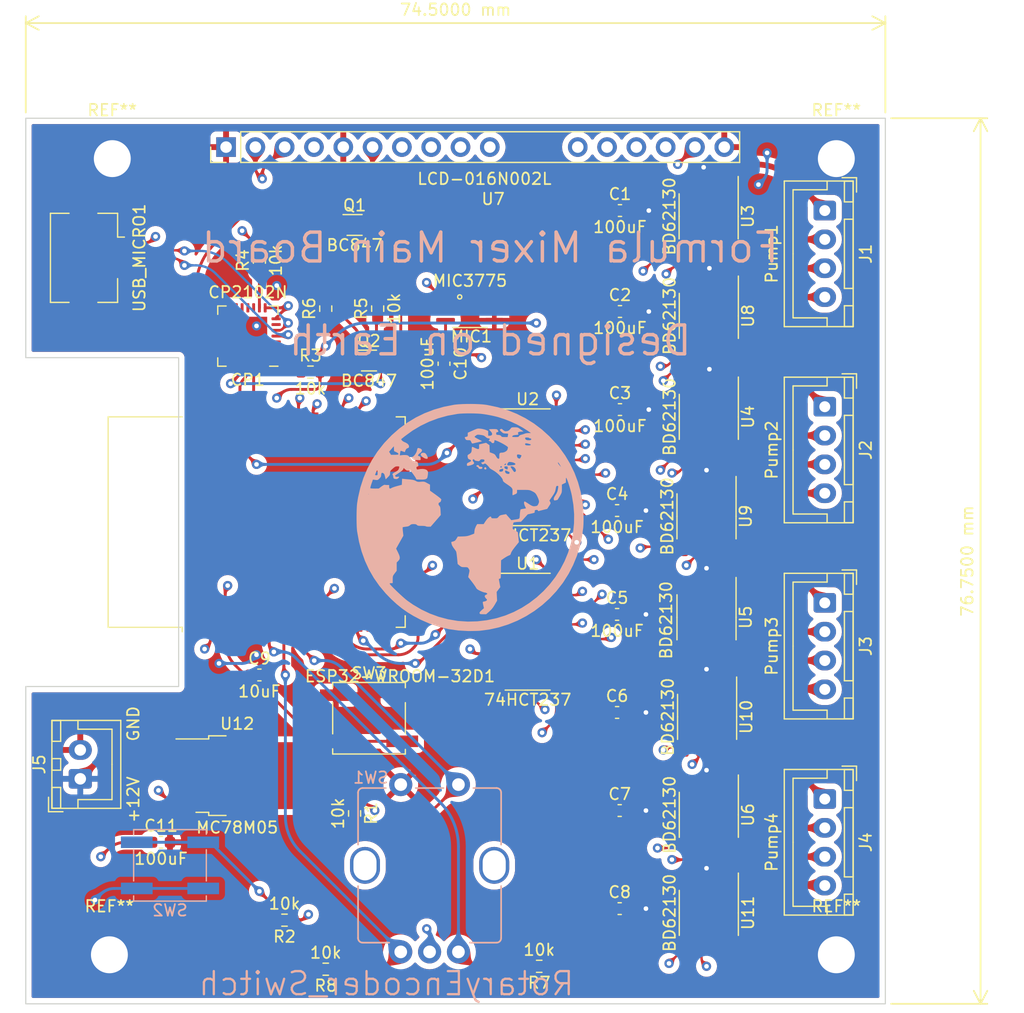
<source format=kicad_pcb>
(kicad_pcb (version 20211014) (generator pcbnew)
  (layers (0 "F.Cu" signal) (1 "In1.Cu" signal) (2 "In2.Cu" signal) (31 "B.Cu" signal) (34 "B.Paste" user) (35 "F.Paste" user) (36 "B.SilkS" user "B.Silkscreen") (37 "F.SilkS" user "F.Silkscreen") (38 "B.Mask" user) (39 "F.Mask" user) (44 "Edge.Cuts" user))
  (net 0 "")
  (net 1 "GND")
  (net 2 "+12V")
  (net 3 "/RESET")
  (net 4 "+3V3")
  (net 5 "+5V")
  (net 8 "/D+")
  (net 9 "/D-")
  (net 11 "Net-(CP1-Pad9)")
  (net 26 "/RTS")
  (net 27 "/TX_ESP")
  (net 28 "/RX_ESP")
  (net 30 "/DTR")
  (net 33 "/ENC_A")
  (net 34 "/ENC_B")
  (net 35 "/ENC_BTN")
  (net 36 "/BTN")
  (net 37 "/S0_P1")
  (net 38 "/S1_P1")
  (net 39 "/S2_P1")
  (net 40 "/S2_P2")
  (net 42 "/DB7")
  (net 51 "/GPIO0")
  (net 53 "/DB6")
  (net 54 "/DB5")
  (net 56 "/DB4")
  (net 57 "/RS")
  (net 59 "/S0_P2")
  (net 60 "/S1_P2")
  (net 61 "/E")
  (net 62 "/M1_1P")
  (net 63 "/M1_1N")
  (net 64 "/M1_2P")
  (net 65 "/M1_2N")
  (net 66 "/M2_1P")
  (net 67 "/M2_1N")
  (net 68 "/M2_2P")
  (net 69 "/M2_2N")
  (net 70 "/M3_1P")
  (net 71 "/M3_1N")
  (net 72 "/M3_2P")
  (net 73 "/M3_2N")
  (net 74 "/M4_1P")
  (net 75 "/M4_1N")
  (net 76 "/M4_2P")
  (net 77 "/M4_2N")
  (net 79 "Net-(Q1-Pad1)")
  (net 80 "Net-(Q2-Pad1)")
  (net 81 "/P1M4_N")
  (net 82 "/P1M4_P")
  (net 83 "/P1M3_N")
  (net 84 "/P1M3_P")
  (net 85 "/P1M2_N")
  (net 86 "/P1M2_P")
  (net 87 "/P1M1_N")
  (net 88 "/P1M1_P")
  (net 89 "/P2M4_N")
  (net 90 "/P2M4_P")
  (net 91 "/P2M3_N")
  (net 92 "/P2M3_P")
  (net 93 "/P2M2_N")
  (net 94 "/P2M2_P")
  (net 95 "/P2M1_N")
  (net 96 "/P2M1_P")
  (footprint "RF_Module:ESP32-WROOM-32" (layer "F.Cu") (at 74.255 77.5 90)
    (fp_text reference "ESP32-WROOM-32D1")
    (fp_text value "ESP32-WROOM-32D")
  )
  (footprint "MountingHole:MountingHole_3.2mm_M3" (layer "F.Cu") (at 121.5 115)
    (fp_text reference "REF**")
    (fp_text value "MountingHole_3.2mm_M3")
  )
  (footprint "Package_SO:SOIC-8-1EP_3.9x4.9mm_P1.27mm_EP2.514x3.2mm" (layer "F.Cu") (at 110.45 68.38 -90)
    (fp_text reference "U4")
    (fp_text value "BD62130")
  )
  (footprint "Package_DFN_QFN:QFN-28-1EP_5x5mm_P0.5mm_EP3.35x3.35mm" (layer "F.Cu") (at 70.5 61.38 180)
    (fp_text reference "CP1")
    (fp_text value "CP2102N")
  )
  (footprint "Package_SO:SOIC-8-1EP_3.9x4.9mm_P1.27mm_EP2.514x3.2mm" (layer "F.Cu") (at 110.45 102.87 -90)
    (fp_text reference "U6")
    (fp_text value "BD62130")
  )
  (footprint "Package_SO:SOIC-8-1EP_3.9x4.9mm_P1.27mm_EP2.514x3.2mm" (layer "F.Cu") (at 110.3 94.38 -90)
    (fp_text reference "U10")
    (fp_text value "BD62130")
  )
  (footprint "Capacitor_SMD:C_0603_1608Metric" (layer "F.Cu") (at 102.725 102.5)
    (fp_text reference "C7")
    (fp_text value "100uF")
  )
  (footprint "Capacitor_SMD:C_0603_1608Metric" (layer "F.Cu") (at 102.725 111)
    (fp_text reference "C8")
    (fp_text value "100uF")
  )
  (footprint "Capacitor_SMD:C_0603_1608Metric" (layer "F.Cu") (at 102.5 85.5)
    (fp_text reference "C5")
    (fp_text value "100uF")
  )
  (footprint "Connector_JST:JST_XH_B4B-XH-A_1x04_P2.50mm_Vertical" (layer "F.Cu") (at 120.5 101.5 -90)
    (fp_text reference "J4")
    (fp_text value "Pump4")
  )
  (footprint "Resistor_SMD:R_0603_1608Metric" (layer "F.Cu") (at 71.5 54.825 90)
    (fp_text reference "R4")
    (fp_text value "10k")
  )
  (footprint "Connector_JST:JST_XH_B2B-XH-A_1x02_P2.50mm_Vertical" (layer "F.Cu") (at 55.975 99.75 90)
    (fp_text reference "J5")
    (fp_text value "+12V    GND")
  )
  (footprint "Connector_JST_Downloaded:LCD_HEADER" (layer "F.Cu") (at 91.754 48.369)
    (fp_text reference "U7")
    (fp_text value "LCD-016N002L")
  )
  (footprint "Resistor_SMD:R_0603_1608Metric" (layer "F.Cu") (at 77.25 59 90)
    (fp_text reference "R6")
    (fp_text value "10k")
  )
  (footprint "Connector_JST:JST_XH_B4B-XH-A_1x04_P2.50mm_Vertical" (layer "F.Cu") (at 120.5 67.5 -90)
    (fp_text reference "J2")
    (fp_text value "Pump2")
  )
  (footprint "MountingHole:MountingHole_3.2mm_M3" (layer "F.Cu") (at 58.5 115)
    (fp_text reference "REF**")
    (fp_text value "MountingHole_3.2mm_M3")
  )
  (footprint "Capacitor_SMD:C_0603_1608Metric" (layer "F.Cu") (at 71.5 90.75)
    (fp_text reference "C9")
    (fp_text value "10uF")
  )
  (footprint "Capacitor_SMD:C_0603_1608Metric" (layer "F.Cu") (at 102.75 59.25)
    (fp_text reference "C2")
    (fp_text value "100uF")
  )
  (footprint "Capacitor_SMD:C_0603_1608Metric" (layer "F.Cu") (at 102.5 76.5)
    (fp_text reference "C4")
    (fp_text value "100uF")
  )
  (footprint "LinReg:MSOP8-Reg" (layer "F.Cu") (at 89.75 59)
    (fp_text reference "MIC1")
    (fp_text value "MIC3775")
  )
  (footprint "Resistor_SMD:R_0603_1608Metric" (layer "F.Cu") (at 95.75 116 180)
    (fp_text reference "R7")
    (fp_text value "10k")
  )
  (footprint "Capacitor_SMD:C_0603_1608Metric" (layer "F.Cu") (at 87.5 63.775 -90)
    (fp_text reference "C10")
    (fp_text value "100uF")
  )
  (footprint "Resistor_SMD:R_0603_1608Metric" (layer "F.Cu") (at 77.25 116.25 180)
    (fp_text reference "R8")
    (fp_text value "10k")
  )
  (footprint "Connector_JST:JST_XH_B4B-XH-A_1x04_P2.50mm_Vertical" (layer "F.Cu") (at 120.5 84.5 -90)
    (fp_text reference "J3")
    (fp_text value "Pump3")
  )
  (footprint "Package_TO_SOT_SMD:TO-252-2" (layer "F.Cu") (at 69.575 99.475)
    (fp_text reference "U12")
    (fp_text value "MC78M05")
  )
  (footprint "Package_SO:SOIC-8-1EP_3.9x4.9mm_P1.27mm_EP2.514x3.2mm" (layer "F.Cu") (at 110.435 51 -90)
    (fp_text reference "U3")
    (fp_text value "BD62130")
  )
  (footprint "Package_SO:SOIC-8-1EP_3.9x4.9mm_P1.27mm_EP2.514x3.2mm" (layer "F.Cu") (at 110.45 111.37 -90)
    (fp_text reference "U11")
    (fp_text value "BD62130")
  )
  (footprint "Capacitor_SMD:C_0603_1608Metric" (layer "F.Cu") (at 62.975 105.25)
    (fp_text reference "C11")
    (fp_text value "100uF")
  )
  (footprint "Resistor_SMD:R_0603_1608Metric" (layer "F.Cu") (at 81.75 59 90)
    (fp_text reference "R5")
    (fp_text value "10k")
  )
  (footprint "Resistor_SMD:R_0603_1608Metric" (layer "F.Cu") (at 79.75 102.75 -90)
    (fp_text reference "R1")
    (fp_text value "10k")
  )
  (footprint "MountingHole:MountingHole_3.2mm_M3" (layer "F.Cu") (at 58.75 46)
    (fp_text reference "REF**")
    (fp_text value "MountingHole_3.2mm_M3")
  )
  (footprint "Package_SO:SOIC-8-1EP_3.9x4.9mm_P1.27mm_EP2.514x3.2mm" (layer "F.Cu") (at 110.25 85.75 -90)
    (fp_text reference "U5")
    (fp_text value "BD62130")
  )
  (footprint "Package_SO:SOIC-16_3.9x9.9mm_P1.27mm" (layer "F.Cu") (at 94.75 87)
    (fp_text reference "U1")
    (fp_text value "74HCT237")
  )
  (footprint "Capacitor_SMD:C_0603_1608Metric" (layer "F.Cu") (at 102.75 67.75)
    (fp_text reference "C3")
    (fp_text value "100uF")
  )
  (footprint "Package_SO:SOIC-8-1EP_3.9x4.9mm_P1.27mm_EP2.514x3.2mm" (layer "F.Cu") (at 110.25 77 -90)
    (fp_text reference "U9")
    (fp_text value "BD62130")
  )
  (footprint "Capacitor_SMD:C_0603_1608Metric" (layer "F.Cu") (at 102.75 50.5)
    (fp_text reference "C1")
    (fp_text value "100uF")
  )
  (footprint "Capacitor_SMD:C_0603_1608Metric" (layer "F.Cu") (at 102.5 94)
    (fp_text reference "C6")
    (fp_text value "100uF")
  )
  (footprint "Button_Switch_SMD:SW_SPST_EVPBF" (layer "F.Cu") (at 81 94.5)
    (fp_text reference "SW3")
    (fp_text value "SW_Push")
  )
  (footprint "Package_SO:SOIC-16_3.9x9.9mm_P1.27mm" (layer "F.Cu") (at 94.75 72.75)
    (fp_text reference "U2")
    (fp_text value "74HCT237")
  )
  (footprint "Resistor_SMD:R_0603_1608Metric" (layer "F.Cu") (at 73.675 112 180)
    (fp_text reference "R2")
    (fp_text value "10k")
  )
  (footprint "Connector_JST:JST_XH_B4B-XH-A_1x04_P2.50mm_Vertical" (layer "F.Cu") (at 120.5 50.5 -90)
    (fp_text reference "J1")
    (fp_text value "Pump1")
  )
  (footprint "Package_TO_SOT_SMD:SOT-523" (layer "F.Cu") (at 81 63.5)
    (fp_text reference "Q2")
    (fp_text value "BC847")
  )
  (footprint "Resistor_SMD:R_0603_1608Metric" (layer "F.Cu") (at 75.925 64.5)
    (fp_text reference "R3")
    (fp_text value "10k")
  )
  (footprint "MountingHole:MountingHole_3.2mm_M3" (layer "F.Cu") (at 121.5 46)
    (fp_text reference "REF**")
    (fp_text value "MountingHole_3.2mm_M3")
  )
  (footprint "Connector_USB:USB_Micro-B_Amphenol_10104110_Horizontal" (layer "F.Cu") (at 57.55 54.6 -90)
    (fp_text reference "USB_MICRO1")
    (fp_text value "USB_B_Micro")
  )
  (footprint "Package_SO:SOIC-8-1EP_3.9x4.9mm_P1.27mm_EP2.514x3.2mm" (layer "F.Cu") (at 110.45 59.63 -90)
    (fp_text reference "U8")
    (fp_text value "BD62130")
  )
  (footprint "Package_TO_SOT_SMD:SOT-523" (layer "F.Cu") (at 79.75 51.75)
    (fp_text reference "Q1")
    (fp_text value "BC847")
  )
  (footprint "Button_Switch_SMD:SW_SPST_EVPBF" (layer "B.Cu") (at 63.75 107.25)
    (fp_text reference "SW2")
    (fp_text value "SW_Push")
  )
  (footprint "Connector_JST_Downloaded:PEC12R-4xxF-Sxxxx" (layer "B.Cu") (at 86.25 107.25 180)
    (fp_text reference "SW1")
    (fp_text value "RotaryEncoder_Switch")
  )
  (footprint "Connector_JST_Downloaded:earth_small" (layer "B.Cu") (at 89.75 77.25 180)
    (fp_text reference "G***")
    (fp_text value "LOGO" hide)
  )
  (gr_poly (pts (xy 125.75 119.25) (xy 51.25 119.25) (xy 51.25 91.75) (xy 64.5 91.75) (xy 64.5 63.25) (xy 51.25 63.25) (xy 51.25 42.5) (xy 125.75 42.5)) (layer "Edge.Cuts") (width 0.1) (fill none))
  (gr_text "Formula Mixer Main Board\n\nDesigned on Earth" (at 91.5 57.75) (layer "B.SilkS") (effects (font (size 2.5 2.5) (thickness 0.3)) (justify mirror)))
  (dimension (type aligned) (layer "F.SilkS") (pts (xy 51.25 42.5) (xy 125.75 42.5)) (height -8.25) (gr_text "74.5000 mm" (at 88.5 33.1) (layer "F.SilkS") (effects (font (size 1 1) (thickness 0.15)))) (format (units 3) (units_format 1) (precision 4)) (style (thickness 0.15) (arrow_length 1.27) (text_position_mode 0) (extension_height 0.58642) (extension_offset 0.5) keep_text_aligned))
  (dimension (type aligned) (layer "F.SilkS") (pts (xy 125.75 42.5) (xy 125.75 119.25)) (height -8.25) (gr_text "76.7500 mm" (at 132.85 80.875 90) (layer "F.SilkS") (effects (font (size 1 1) (thickness 0.15)))) (format (units 3) (units_format 1) (precision 4)) (style (thickness 0.15) (arrow_length 1.27) (text_position_mode 0) (extension_height 0.58642) (extension_offset 0.5) keep_text_aligned))
  (segment (start 110.743449 103.993449) (end 110.7675 104.0175) (width 0.25) (layer "F.Cu") (net 1))
  (segment (start 115.5 45.5) (end 115.25 45.25) (width 0.25) (layer "F.Cu") (net 1))
  (segment (start 110.739913 69.489913) (end 110.7675 69.5175) (width 0.25) (layer "F.Cu") (net 1))
  (segment (start 110.25 86.125) (end 110.25 85.75) (width 0.25) (layer "F.Cu") (net 1))
  (segment (start 110.45 60.04) (end 110.45 59.63) (width 0.25) (layer "F.Cu") (net 1))
  (segment (start 70.545961 61.204038) (end 71.25 60.5) (width 0.25) (layer "F.Cu") (net 1))
  (segment (start 111.085 104.784012) (end 111.085 105.5075) (width 0.25) (layer "F.Cu") (net 1))
  (segment (start 101.725 85.2625) (end 101.725 85.5) (width 0.25) (layer "F.Cu") (net 1))
  (segment (start 114.646446 45) (end 111.79 45) (width 0.25) (layer "F.Cu") (net 1))
  (segment (start 111.07 53.019012) (end 111.07 53.6375) (width 0.25) (layer "F.Cu") (net 1))
  (segment (start 70.545961 61.425961) (end 70.75 61.63) (width 0.25) (layer "F.Cu") (net 1))
  (segment (start 101.892937 84.857062) (end 102.5 84.25) (width 0.25) (layer "F.Cu") (net 1))
  (segment (start 110.515165 86.765165) (end 110.5675 86.8175) (width 0.25) (layer "F.Cu") (net 1))
  (segment (start 114.69375 48.30625) (end 114.75 48.25) (width 0.25) (layer "F.Cu") (net 1))
  (segment (start 110.885 78.834012) (end 110.885 79.6375) (width 0.25) (layer "F.Cu") (net 1))
  (segment (start 111.085 70.284012) (end 111.085 71.0175) (width 0.25) (layer "F.Cu") (net 1))
  (segment (start 110.739913 60.739913) (end 110.7675 60.7675) (width 0.25) (layer "F.Cu") (net 1))
  (segment (start 114.55795 48.3625) (end 112.34 48.3625) (width 0.25) (layer "F.Cu") (net 1))
  (segment (start 110.515165 78.015165) (end 110.5675 78.0675) (width 0.25) (layer "F.Cu") (net 1))
  (segment (start 110.25 77.375) (end 110.25 77) (width 0.25) (layer "F.Cu") (net 1))
  (segment (start 111.085 61.534012) (end 111.085 62.2675) (width 0.25) (layer "F.Cu") (net 1))
  (segment (start 110.3 94.850987) (end 110.3 94.38) (width 0.25) (layer "F.Cu") (net 1))
  (segment (start 111.085 113.284012) (end 111.085 114.0075) (width 0.25) (layer "F.Cu") (net 1))
  (segment (start 110.885 87.584012) (end 110.885 88.3875) (width 0.25) (layer "F.Cu") (net 1))
  (segment (start 110.45 111.785) (end 110.45 111.37) (width 0.25) (layer "F.Cu") (net 1))
  (segment (start 71.353553 61.88) (end 72.95 61.88) (width 0.25) (layer "F.Cu") (net 1))
  (segment (start 110.435 51.485987) (end 110.435 51) (width 0.25) (layer "F.Cu") (net 1))
  (segment (start 72.275 90.3875) (end 72.275 90.75) (width 0.25) (layer "F.Cu") (net 1))
  (segment (start 110.45 103.285) (end 110.45 102.87) (width 0.25) (layer "F.Cu") (net 1))
  (segment (start 110.7675 112.5175) (end 110.743449 112.493449) (width 0.25) (layer "F.Cu") (net 1))
  (segment (start 110.935 96.384012) (end 110.935 97.0175) (width 0.25) (layer "F.Cu") (net 1))
  (segment (start 110.45 68.79) (end 110.45 68.38) (width 0.25) (layer "F.Cu") (net 1))
  (segment (start 71.25 89) (end 72.018673 89.768673) (width 0.25) (layer "F.Cu") (net 1))
  (via (at 71.25 60.5) (size 0.8) (drill 0.4) (layers "F.Cu" "B.Cu") (net 1))
  (via (at 114.75 48.25) (size 0.8) (drill 0.4) (layers "F.Cu" "B.Cu") (net 1))
  (via (at 115.5 45.5) (size 0.8) (drill 0.4) (layers "F.Cu" "B.Cu") (net 1))
  (via (at 57.25 110.25) (size 0.8) (drill 0.4) (layers "F.Cu" "B.Cu") (net 1))
  (via (at 73 57) (size 0.8) (drill 0.4) (layers "F.Cu" "B.Cu") (net 1))
  (via (at 71.25 89) (size 0.8) (drill 0.4) (layers "F.Cu" "B.Cu") (net 1))
  (via (at 68 89.75) (size 0.8) (drill 0.4) (layers "F.Cu" "B.Cu") (net 1))
  (arc (start 110.435 51.485987) (mid 110.517515 51.90082) (end 110.7525 52.2525) (width 0.25) (layer "F.Cu") (net 1))
  (arc (start 110.45 103.285) (mid 110.526264 103.668409) (end 110.743449 103.993449) (width 0.25) (layer "F.Cu") (net 1))
  (arc (start 115.25 45.25) (mid 114.973087 45.064972) (end 114.646446 45) (width 0.25) (layer "F.Cu") (net 1))
  (arc (start 110.7675 104.0175) (mid 111.002484 104.369178) (end 111.085 104.784012) (width 0.25) (layer "F.Cu") (net 1))
  (arc (start 110.45 68.79) (mid 110.525345 69.16879) (end 110.739913 69.489913) (width 0.25) (layer "F.Cu") (net 1))
  (arc (start 110.25 86.125) (mid 110.318914 86.471454) (end 110.515165 86.765165) (width 0.25) (layer "F.Cu") (net 1))
  (arc (start 110.7675 69.5175) (mid 111.002484 69.869178) (end 111.085 70.284012) (width 0.25) (layer "F.Cu") (net 1))
  (arc (start 110.6175 95.6175) (mid 110.852484 95.969178) (end 110.935 96.384012) (width 0.25) (layer "F.Cu") (net 1))
  (arc (start 110.45 60.04) (mid 110.525345 60.41879) (end 110.739913 60.739913) (width 0.25) (layer "F.Cu") (net 1))
  (arc (start 110.7525 52.2525) (mid 110.987484 52.604178) (end 111.07 53.019012) (width 0.25) (layer "F.Cu") (net 1))
  (arc (start 114.69375 48.30625) (mid 114.631444 48.347881) (end 114.55795 48.3625) (width 0.25) (layer "F.Cu") (net 1))
  (arc (start 70.5 61.315) (mid 70.511944 61.375051) (end 70.545961 61.425961) (width 0.25) (layer "F.Cu") (net 1))
  (arc (start 70.545961 61.204038) (mid 70.511944 61.254947) (end 70.5 61.315) (width 0.25) (layer "F.Cu") (net 1))
  (arc (start 72.018673 89.768673) (mid 72.208382 90.052593) (end 72.275 90.3875) (width 0.25) (layer "F.Cu") (net 1))
  (arc (start 101.892937 84.857062) (mid 101.768645 85.043078) (end 101.725 85.2625) (width 0.25) (layer "F.Cu") (net 1))
  (arc (start 110.7675 112.5175) (mid 111.002484 112.869178) (end 111.085 113.284012) (width 0.25) (layer "F.Cu") (net 1))
  (arc (start 110.7675 60.7675) (mid 111.002484 61.119178) (end 111.085 61.534012) (width 0.25) (layer "F.Cu") (net 1))
  (arc (start 110.25 77.375) (mid 110.318914 77.721454) (end 110.515165 78.015165) (width 0.25) (layer "F.Cu") (net 1))
  (arc (start 110.5675 86.8175) (mid 110.802484 87.169178) (end 110.885 87.584012) (width 0.25) (layer "F.Cu") (net 1))
  (arc (start 110.5675 78.0675) (mid 110.802484 78.419178) (end 110.885 78.834012) (width 0.25) (layer "F.Cu") (net 1))
  (arc (start 110.3 94.850987) (mid 110.382515 95.26582) (end 110.6175 95.6175) (width 0.25) (layer "F.Cu") (net 1))
  (arc (start 110.45 111.785) (mid 110.526264 112.168409) (end 110.743449 112.493449) (width 0.25) (layer "F.Cu") (net 1))
  (arc (start 70.75 61.63) (mid 71.026912 61.815027) (end 71.353553 61.88) (width 0.25) (layer "F.Cu") (net 1))
  (segment (start 68 89.75) (end 69.969669 89.75) (width 0.25) (layer "B.Cu") (net 1))
  (segment (start 70.875 89.375) (end 71.25 89) (width 0.25) (layer "B.Cu") (net 1))
  (segment (start 60.87 109.25) (end 66.63 109.25) (width 0.25) (layer "B.Cu") (net 1))
  (segment (start 114.75 48.25) (end 115.125 47.875) (width 0.25) (layer "B.Cu") (net 1))
  (segment (start 58.957106 109.25) (end 60.87 109.25) (width 0.25) (layer "B.Cu") (net 1))
  (segment (start 57.25 110.25) (end 57.75 109.75) (width 0.25) (layer "B.Cu") (net 1))
  (segment (start 115.5 45.5) (end 115.5 46.969669) (width 0.25) (layer "B.Cu") (net 1))
  (arc (start 58.957106 109.25) (mid 58.303825 109.379945) (end 57.75 109.75) (width 0.25) (layer "B.Cu") (net 1))
  (arc (start 115.5 46.969669) (mid 115.40254 47.45963) (end 115.125 47.875) (width 0.25) (layer "B.Cu") (net 1))
  (arc (start 70.875 89.375) (mid 70.45963 89.65254) (end 69.969669 89.75) (width 0.25) (layer "B.Cu") (net 1))
  (segment (start 109.815 99.742591) (end 109.815 100.2325) (width 0.5) (layer "F.Cu") (net 2))
  (segment (start 109.615 82.584012) (end 109.615 83.1125) (width 0.5) (layer "F.Cu") (net 2))
  (segment (start 105.25 67.75) (end 103.525 67.75) (width 0.5) (layer "F.Cu") (net 2))
  (segment (start 109.815 65.33875) (end 109.815 65.7425) (width 0.5) (layer "F.Cu") (net 2))
  (segment (start 110.25 90.25) (end 109.9575 90.5425) (width 0.5) (layer "F.Cu") (net 2))
  (segment (start 105 85.5) (end 103.275 85.5) (width 0.5) (layer "F.Cu") (net 2))
  (segment (start 110.25 81.5) (end 109.9325 81.8175) (width 0.5) (layer "F.Cu") (net 2))
  (segment (start 110.100494 64.649505) (end 110.5 64.25) (width 0.5) (layer "F.Cu") (net 2))
  (segment (start 109.615 73.99875) (end 109.615 74.3625) (width 0.5) (layer "F.Cu") (net 2))
  (segment (start 110 46.75) (end 109.9 46.85) (width 0.5) (layer "F.Cu") (net 2))
  (segment (start 105 76.5) (end 103.275 76.5) (width 0.5) (layer "F.Cu") (net 2))
  (segment (start 109.8 47.091421) (end 109.8 48.3625) (width 0.5) (layer "F.Cu") (net 2))
  (segment (start 105.25 59.25) (end 103.525 59.25) (width 0.5) (layer "F.Cu") (net 2))
  (segment (start 105 111) (end 103.5 111) (width 0.5) (layer "F.Cu") (net 2))
  (segment (start 57.2525 98.4725) (end 55.975 99.75) (width 0.5) (layer "F.Cu") (net 2))
  (segment (start 109.815 108.242591) (end 109.815 108.7325) (width 0.5) (layer "F.Cu") (net 2))
  (segment (start 105.25 50.5) (end 103.525 50.5) (width 0.5) (layer "F.Cu") (net 2))
  (segment (start 109.87221 73.377789) (end 110.25 73) (width 0.5) (layer "F.Cu") (net 2))
  (segment (start 60.336657 97.195) (end 65.375 97.195) (width 0.5) (layer "F.Cu") (net 2))
  (segment (start 105 94) (end 103.275 94) (width 0.5) (layer "F.Cu") (net 2))
  (segment (start 110.5 55.5) (end 110.100494 55.899505) (width 0.5) (layer "F.Cu") (net 2))
  (segment (start 109.665 91.248657) (end 109.665 91.7425) (width 0.5) (layer "F.Cu") (net 2))
  (segment (start 110.0325 107.7175) (end 110.25 107.5) (width 0.5) (layer "F.Cu") (net 2))
  (segment (start 110.0325 99.2175) (end 110.25 99) (width 0.5) (layer "F.Cu") (net 2))
  (segment (start 105 102.5) (end 103.5 102.5) (width 0.5) (layer "F.Cu") (net 2))
  (segment (start 109.815 56.58875) (end 109.815 56.9925) (width 0.5) (layer "F.Cu") (net 2))
  (via (at 105 94) (size 0.8) (drill 0.4) (layers "F.Cu" "B.Cu") (net 2))
  (via (at 105 85.5) (size 0.8) (drill 0.4) (layers "F.Cu" "B.Cu") (net 2))
  (via (at 105 102.5) (size 0.8) (drill 0.4) (layers "F.Cu" "B.Cu") (net 2))
  (via (at 110.25 90.25) (size 0.8) (drill 0.4) (layers "F.Cu" "B.Cu") (net 2))
  (via (at 105 76.5) (size 0.8) (drill 0.4) (layers "F.Cu" "B.Cu") (net 2))
  (via (at 110.5 55.5) (size 0.8) (drill 0.4) (layers "F.Cu" "B.Cu") (net 2))
  (via (at 105.25 59.25) (size 0.8) (drill 0.4) (layers "F.Cu" "B.Cu") (net 2))
  (via (at 110.25 107.5) (size 0.8) (drill 0.4) (layers "F.Cu" "B.Cu") (net 2))
  (via (at 105.25 50.5) (size 0.8) (drill 0.4) (layers "F.Cu" "B.Cu") (net 2))
  (via (at 110.25 81.5) (size 0.8) (drill 0.4) (layers "F.Cu" "B.Cu") (net 2))
  (via (at 110 46.75) (size 0.8) (drill 0.4) (layers "F.Cu" "B.Cu") (net 2))
  (via (at 105 111) (size 0.8) (drill 0.4) (layers "F.Cu" "B.Cu") (net 2))
  (via (at 105.25 67.75) (size 0.8) (drill 0.4) (layers "F.Cu" "B.Cu") (net 2))
  (via (at 110.5 64.25) (size 0.8) (drill 0.4) (layers "F.Cu" "B.Cu") (net 2))
  (via (at 110.25 99) (size 0.8) (drill 0.4) (layers "F.Cu" "B.Cu") (net 2))
  (via (at 110.25 73) (size 0.8) (drill 0.4) (layers "F.Cu" "B.Cu") (net 2))
  (arc (start 109.87221 73.377789) (mid 109.681846 73.662688) (end 109.615 73.99875) (width 0.5) (layer "F.Cu") (net 2))
  (arc (start 109.9325 81.8175) (mid 109.697515 82.169178) (end 109.615 82.584012) (width 0.5) (layer "F.Cu") (net 2))
  (arc (start 110.100494 55.899505) (mid 109.889197 56.215733) (end 109.815 56.58875) (width 0.5) (layer "F.Cu") (net 2))
  (arc (start 110.100494 64.649505) (mid 109.889197 64.965733) (end 109.815 65.33875) (width 0.5) (layer "F.Cu") (net 2))
  (arc (start 109.9575 90.5425) (mid 109.741018 90.866487) (end 109.665 91.248657) (width 0.5) (layer "F.Cu") (net 2))
  (arc (start 109.9 46.85) (mid 109.825989 46.960764) (end 109.8 47.091421) (width 0.5) (layer "F.Cu") (net 2))
  (arc (start 110.0325 99.2175) (mid 109.871526 99.458413) (end 109.815 99.742591) (width 0.5) (layer "F.Cu") (net 2))
  (arc (start 60.336657 97.195) (mid 58.667523 97.527011) (end 57.2525 98.4725) (width 0.5) (layer "F.Cu") (net 2))
  (arc (start 110.0325 107.7175) (mid 109.871526 107.958413) (end 109.815 108.242591) (width 0.5) (layer "F.Cu") (net 2))
  (segment (start 68.54 86) (end 68.54 87.830847) (width 0.25) (layer "F.Cu") (net 3))
  (segment (start 70.725 90.75) (end 75.893404 95.918404) (width 0.25) (layer "F.Cu") (net 3))
  (segment (start 76.75 65.573223) (end 76.75 64.853553) (width 0.25) (layer "F.Cu") (net 3))
  (segment (start 68.75 83) (end 68.645 83.105) (width 0.25) (layer "F.Cu") (net 3))
  (segment (start 78.9425 96.5) (end 83.88 96.5) (width 0.25) (layer "F.Cu") (net 3))
  (segment (start 70.4875 90.75) (end 70.725 90.75) (width 0.25) (layer "F.Cu") (net 3))
  (segment (start 78.9425 96.5) (end 77.2975 96.5) (width 0.25) (layer "F.Cu") (net 3))
  (segment (start 70.082062 90.582062) (end 69.395 89.895) (width 0.25) (layer "F.Cu") (net 3))
  (segment (start 77.603553 64) (end 80.355 64) (width 0.25) (layer "F.Cu") (net 3))
  (segment (start 73 66.75) (end 73.375 66.375) (width 0.25) (layer "F.Cu") (net 3))
  (segment (start 68.54 86) (end 68.54 83.358492) (width 0.25) (layer "F.Cu") (net 3))
  (segment (start 74.28033 66) (end 76.323223 66) (width 0.25) (layer "F.Cu") (net 3))
  (via (at 73 66.75) (size 0.8) (drill 0.4) (layers "F.Cu" "B.Cu") (net 3))
  (via (at 68.75 83) (size 0.8) (drill 0.4) (layers "F.Cu" "B.Cu") (net 3))
  (arc (start 70.082062 90.582062) (mid 70.268078 90.706354) (end 70.4875 90.75) (width 0.25) (layer "F.Cu") (net 3))
  (arc (start 77 64.25) (mid 76.814972 64.526912) (end 76.75 64.853553) (width 0.25) (layer "F.Cu") (net 3))
  (arc (start 77.603553 64) (mid 77.276912 64.064972) (end 77 64.25) (width 0.25) (layer "F.Cu") (net 3))
  (arc (start 74.28033 66) (mid 73.790368 66.097459) (end 73.375 66.375) (width 0.25) (layer "F.Cu") (net 3))
  (arc (start 75.893404 95.918404) (mid 76.537608 96.348848) (end 77.2975 96.5) (width 0.25) (layer "F.Cu") (net 3))
  (arc (start 76.625 65.875) (mid 76.486543 65.967513) (end 76.323223 66) (width 0.25) (layer "F.Cu") (net 3))
  (arc (start 76.75 65.573223) (mid 76.717513 65.736543) (end 76.625 65.875) (width 0.25) (layer "F.Cu") (net 3))
  (arc (start 68.645 83.105) (mid 68.567288 83.221303) (end 68.54 83.358492) (width 0.25) (layer "F.Cu") (net 3))
  (arc (start 68.54 87.830847) (mid 68.762207 88.947958) (end 69.395 89.895) (width 0.25) (layer "F.Cu") (net 3))
  (segment (start 67.27 87.612304) (end 67.27 86) (width 0.25) (layer "F.Cu") (net 4))
  (segment (start 80.518413 101.925) (end 79.75 101.925) (width 0.25) (layer "F.Cu") (net 4))
  (segment (start 81.5 102.5) (end 81.2125 102.2125) (width 0.25) (layer "F.Cu") (net 4))
  (segment (start 87.6325 62.773808) (end 87.6325 60.003) (width 0.25) (layer "F.Cu") (net 4))
  (segment (start 75.1 64.45) (end 75.1 64.5) (width 0.25) (layer "F.Cu") (net 4))
  (segment (start 91.442505 74.655) (end 92.275 74.655) (width 0.25) (layer "F.Cu") (net 4))
  (segment (start 89.9525 88.7025) (end 89.75 88.5) (width 0.25) (layer "F.Cu") (net 4))
  (segment (start 75.135355 64.364644) (end 77.25 62.25) (width 0.25) (layer "F.Cu") (net 4))
  (segment (start 75.75 111.5) (end 75.5 111.75) (width 0.25) (layer "F.Cu") (net 4))
  (segment (start 74.896446 112) (end 74.5 112) (width 0.25) (layer "F.Cu") (net 4))
  (segment (start 95.5 80.75) (end 97.196715 82.446715) (width 0.25) (layer "F.Cu") (net 4))
  (segment (start 90.75 63.25) (end 90.625 63.125) (width 0.25) (layer "F.Cu") (net 4))
  (segment (start 97.225 66.542677) (end 97.225 68.305) (width 0.25) (layer "F.Cu") (net 4))
  (segment (start 90.441378 88.905) (end 92.275 88.905) (width 0.25) (layer "F.Cu") (net 4))
  (segment (start 97.225 82.515) (end 97.225 82.555) (width 0.25) (layer "F.Cu") (net 4))
  (segment (start 90 75.5) (end 90.4225 75.0775) (width 0.25) (layer "F.Cu") (net 4))
  (segment (start 90.323223 63) (end 87.593691 63) (width 0.25) (layer "F.Cu") (net 4))
  (segment (start 67.01 88.24) (end 66.75 88.5) (width 0.25) (layer "F.Cu") (net 4))
  (segment (start 97.2375 66.5125) (end 97.25 66.5) (width 0.25) (layer "F.Cu") (net 4))
  (via (at 90.75 63.25) (size 0.8) (drill 0.4) (layers "F.Cu" "B.Cu") (net 4))
  (via (at 97.25 66.5) (size 0.8) (drill 0.4) (layers "F.Cu" "B.Cu") (net 4))
  (via (at 89.75 88.5) (size 0.8) (drill 0.4) (layers "F.Cu" "B.Cu") (net 4))
  (via (at 75.75 111.5) (size 0.8) (drill 0.4) (layers "F.Cu" "B.Cu") (net 4))
  (via (at 81.5 102.5) (size 0.8) (drill 0.4) (layers "F.Cu" "B.Cu") (net 4))
  (via (at 66.75 88.5) (size 0.8) (drill 0.4) (layers "F.Cu" "B.Cu") (net 4))
  (via (at 95.5 80.75) (size 0.8) (drill 0.4) (layers "F.Cu" "B.Cu") (net 4))
  (via (at 95.5 60.25) (size 0.8) (drill 0.4) (layers "F.Cu" "B.Cu") (net 4))
  (via (at 90 75.5) (size 0.8) (drill 0.4) (layers "F.Cu" "B.Cu") (net 4))
  (via (at 77.25 62.25) (size 0.8) (drill 0.4) (layers "F.Cu" "B.Cu") (net 4))
  (via (at 86 112.75) (size 0.8) (drill 0.4) (layers "F.Cu" "B.Cu") (net 4))
  (arc (start 87.6325 62.773808) (mid 87.615282 62.860368) (end 87.56625 62.93375) (width 0.25) (layer "F.Cu") (net 4))
  (arc (start 89.9525 88.7025) (mid 90.176799 88.852371) (end 90.441378 88.905) (width 0.25) (layer "F.Cu") (net 4))
  (arc (start 67.27 87.612304) (mid 67.202428 87.95201) (end 67.01 88.24) (width 0.25) (layer "F.Cu") (net 4))
  (arc (start 90.625 63.125) (mid 90.486543 63.032486) (end 90.323223 63) (width 0.25) (layer "F.Cu") (net 4))
  (arc (start 87.56625 62.93375) (mid 87.557837 62.976042) (end 87.593691 63) (width 0.25) (layer "F.Cu") (net 4))
  (arc (start 97.196715 82.446715) (mid 97.217648 82.478044) (end 97.225 82.515) (width 0.25) (layer "F.Cu") (net 4))
  (arc (start 97.2375 66.5125) (mid 97.228248 66.526345) (end 97.225 66.542677) (width 0.25) (layer "F.Cu") (net 4))
  (arc (start 75.135355 64.364644) (mid 75.109188 64.403805) (end 75.1 64.45) (width 0.25) (layer "F.Cu") (net 4))
  (arc (start 81.2125 102.2125) (mid 80.89405 101.999718) (end 80.518413 101.925) (width 0.25) (layer "F.Cu") (net 4))
  (arc (start 91.442505 74.655) (mid 90.890482 74.764804) (end 90.4225 75.0775) (width 0.25) (layer "F.Cu") (net 4))
  (arc (start 75.5 111.75) (mid 75.223087 111.935027) (end 74.896446 112) (width 0.25) (layer "F.Cu") (net 4))
  (segment (start 77.25 62.25) (end 78.25 61.25) (width 0.25) (layer "B.Cu") (net 4))
  (segment (start 80.664213 60.25) (end 95.5 60.25) (width 0.25) (layer "B.Cu") (net 4))
  (segment (start 86.125 112.875) (end 86 112.75) (width 0.25) (layer "B.Cu") (net 4))
  (segment (start 86.25 113.176776) (end 86.25 114.75) (width 0.25) (layer "B.Cu") (net 4))
  (arc (start 86.125 112.875) (mid 86.217513 113.013456) (end 86.25 113.176776) (width 0.25) (layer "B.Cu") (net 4))
  (arc (start 80.664213 60.25) (mid 79.35765 60.509891) (end 78.25 61.25) (width 0.25) (layer "B.Cu") (net 4))
  (segment (start 63.2525 101.2525) (end 62.75 100.75) (width 0.25) (layer "F.Cu") (net 5))
  (segment (start 73.69272 58.93) (end 72 58.93) (width 0.25) (layer "F.Cu") (net 5))
  (segment (start 62.225 53.025) (end 62.5 52.75) (width 0.25) (layer "F.Cu") (net 5))
  (segment (start 72.036378 46.653621) (end 73.69 45) (width 0.25) (layer "F.Cu") (net 5))
  (segment (start 74 58.75) (end 73.91 58.84) (width 0.25) (layer "F.Cu") (net 5))
  (segment (start 85.987701 56.737701) (end 86.24385 56.99385) (width 0.25) (layer "F.Cu") (net 5))
  (segment (start 71.15 46.725735) (end 71.15 45) (width 0.25) (layer "F.Cu") (net 5))
  (segment (start 57.75 106.5) (end 58.375 105.875) (width 0.25) (layer "F.Cu") (net 5))
  (segment (start 71.45 47.45) (end 71.75 47.75) (width 0.25) (layer "F.Cu") (net 5))
  (segment (start 72.95 59.84) (end 72.95 59.88) (width 0.25) (layer "F.Cu") (net 5))
  (segment (start 64.465642 101.755) (end 65.375 101.755) (width 0.25) (layer "F.Cu") (net 5))
  (segment (start 87.186504 57.936504) (end 86.756149 57.506149) (width 0.25) (layer "F.Cu") (net 5))
  (segment (start 86.24385 56.99385) (end 86.756149 57.506149) (width 0.25) (layer "F.Cu") (net 5))
  (segment (start 87.6325 58.21775) (end 87.6325 58.703) (width 0.25) (layer "F.Cu") (net 5))
  (segment (start 71.5 53.875) (end 71.5 54) (width 0.25) (layer "F.Cu") (net 5))
  (segment (start 71.75 47.75) (end 71.75 47.345) (width 0.25) (layer "F.Cu") (net 5))
  (segment (start 70 52.25) (end 71.411611 53.661611) (width 0.25) (layer "F.Cu") (net 5))
  (segment (start 74 58.75) (end 72.978284 59.771715) (width 0.25) (layer "F.Cu") (net 5))
  (segment (start 59.883883 105.25) (end 62.2 105.25) (width 0.25) (layer "F.Cu") (net 5))
  (segment (start 61.561091 53.3) (end 59.1 53.3) (width 0.25) (layer "F.Cu") (net 5))
  (segment (start 107.75 46.5) (end 109.25 45) (width 0.25) (layer "F.Cu") (net 5))
  (via (at 57.75 106.5) (size 0.8) (drill 0.4) (layers "F.Cu" "B.Cu") (net 5))
  (via (at 74 58.75) (size 0.8) (drill 0.4) (layers "F.Cu" "B.Cu") (net 5))
  (via (at 71.75 47.75) (size 0.8) (drill 0.4) (layers "F.Cu" "B.Cu") (net 5))
  (via (at 62.75 100.75) (size 0.8) (drill 0.4) (layers "F.Cu" "B.Cu") (net 5))
  (via (at 62.5 52.75) (size 0.8) (drill 0.4) (layers "F.Cu" "B.Cu") (net 5))
  (via (at 85.987701 56.737701) (size 0.8) (drill 0.4) (layers "F.Cu" "B.Cu") (net 5))
  (via (at 107.75 46.5) (size 0.8) (drill 0.4) (layers "F.Cu" "B.Cu") (net 5))
  (via (at 70 52.25) (size 0.8) (drill 0.4) (layers "F.Cu" "B.Cu") (net 5))
  (arc (start 87.6325 58.21775) (mid 87.584245 58.101254) (end 87.46775 58.053) (width 0.25) (layer "F.Cu") (net 5))
  (arc (start 63.2525 101.2525) (mid 63.809094 101.624404) (end 64.465642 101.755) (width 0.25) (layer "F.Cu") (net 5))
  (arc (start 62.225 53.025) (mid 61.920396 53.228529) (end 61.561091 53.3) (width 0.25) (layer "F.Cu") (net 5))
  (arc (start 59.883883 105.25) (mid 59.067281 105.412432) (end 58.375 105.875) (width 0.25) (layer "F.Cu") (net 5))
  (arc (start 71.15 46.725735) (mid 71.227967 47.117704) (end 71.45 47.45) (width 0.25) (layer "F.Cu") (net 5))
  (arc (start 71.411611 53.661611) (mid 71.477028 53.759514) (end 71.5 53.875) (width 0.25) (layer "F.Cu") (net 5))
  (arc (start 87.186504 57.936504) (mid 87.31554 58.022723) (end 87.46775 58.053) (width 0.25) (layer "F.Cu") (net 5))
  (arc (start 73.91 58.84) (mid 73.810311 58.906609) (end 73.69272 58.93) (width 0.25) (layer "F.Cu") (net 5))
  (arc (start 72.978284 59.771715) (mid 72.95735 59.803044) (end 72.95 59.84) (width 0.25) (layer "F.Cu") (net 5))
  (arc (start 72.036378 46.653621) (mid 71.824427 46.970828) (end 71.75 47.345) (width 0.25) (layer "F.Cu") (net 5))
  (segment (start 64.675 54.925) (end 65 55.25) (width 0.2) (layer "F.Cu") (net 8))
  (segment (start 63.89038 54.6) (end 59.1 54.6) (width 0.2) (layer "F.Cu") (net 8))
  (segment (start 73.935 61.315) (end 74 61.25) (width 0.2) (layer "F.Cu") (net 8))
  (segment (start 73.778076 61.38) (end 72.95 61.38) (width 0.2) (layer "F.Cu") (net 8))
  (via (at 74 61.25) (size 0.8) (drill 0.4) (layers "F.Cu" "B.Cu") (net 8))
  (via (at 65 55.25) (size 0.8) (drill 0.4) (layers "F.Cu" "B.Cu") (net 8))
  (arc (start 64.675 54.925) (mid 64.315013 54.684464) (end 63.89038 54.6) (width 0.2) (layer "F.Cu") (net 8))
  (arc (start 73.935 61.315) (mid 73.863002 61.363107) (end 73.778076 61.38) (width 0.2) (layer "F.Cu") (net 8))
  (segment (start 66 55.25) (end 65 55.25) (width 0.2) (layer "B.Cu") (net 8))
  (segment (start 73.5 61.25) (end 74 61.25) (width 0.2) (layer "B.Cu") (net 8))
  (segment (start 72.646446 60.896446) (end 67.707106 55.957106) (width 0.2) (layer "B.Cu") (net 8))
  (arc (start 72.646446 60.896446) (mid 73.03806 61.158114) (end 73.5 61.25) (width 0.2) (layer "B.Cu") (net 8))
  (arc (start 67.707106 55.957106) (mid 66.923879 55.43377) (end 66 55.25) (width 0.2) (layer "B.Cu") (net 8))
  (segment (start 73.16 60.88) (end 72.95 60.88) (width 0.2) (layer "F.Cu") (net 9))
  (segment (start 64.975 53.975) (end 65 54) (width 0.2) (layer "F.Cu") (net 9))
  (segment (start 74 60.25) (end 73.518492 60.731507) (width 0.2) (layer "F.Cu") (net 9))
  (segment (start 64.914644 53.95) (end 59.1 53.95) (width 0.2) (layer "F.Cu") (net 9))
  (via (at 74 60.25) (size 0.8) (drill 0.4) (layers "F.Cu" "B.Cu") (net 9))
  (via (at 65 54) (size 0.8) (drill 0.4) (layers "F.Cu" "B.Cu") (net 9))
  (arc (start 73.518492 60.731507) (mid 73.354014 60.841407) (end 73.16 60.88) (width 0.2) (layer "F.Cu") (net 9))
  (arc (start 64.975 53.975) (mid 64.947308 53.956497) (end 64.914644 53.95) (width 0.2) (layer "F.Cu") (net 9))
  (segment (start 66.375 54) (end 65 54) (width 0.2) (layer "B.Cu") (net 9))
  (segment (start 68.722271 54.972271) (end 74 60.25) (width 0.2) (layer "B.Cu") (net 9))
  (arc (start 68.722271 54.972271) (mid 67.645334 54.252685) (end 66.375 54) (width 0.2) (layer "B.Cu") (net 9))
  (segment (start 71.5 58.93) (end 71.5 55.65) (width 0.25) (layer "F.Cu") (net 11))
  (segment (start 70 64.388664) (end 70 64.277328) (width 0.25) (layer "F.Cu") (net 26))
  (segment (start 82 64.106022) (end 82 65.5) (width 0.25) (layer "F.Cu") (net 26))
  (segment (start 81.8225 63.6775) (end 81.645 63.5) (width 0.25) (layer "F.Cu") (net 26))
  (segment (start 81.645 60.004246) (end 81.645 63.5) (width 0.25) (layer "F.Cu") (net 26))
  (segment (start 69.921273 64.578726) (end 69 65.5) (width 0.25) (layer "F.Cu") (net 26))
  (segment (start 81.6975 59.8775) (end 81.75 59.825) (width 0.25) (layer "F.Cu") (net 26))
  (via (at 69 65.5) (size 0.8) (drill 0.4) (layers "F.Cu" "B.Cu") (net 26))
  (via (at 82 65.5) (size 0.8) (drill 0.4) (layers "F.Cu" "B.Cu") (net 26))
  (arc (start 81.6975 59.8775) (mid 81.658644 59.935651) (end 81.645 60.004246) (width 0.25) (layer "F.Cu") (net 26))
  (arc (start 70 64.388664) (mid 69.979539 64.491524) (end 69.921273 64.578726) (width 0.25) (layer "F.Cu") (net 26))
  (arc (start 81.8225 63.6775) (mid 81.953869 63.874107) (end 82 64.106022) (width 0.25) (layer "F.Cu") (net 26))
  (segment (start 82 65.5) (end 69 65.5) (width 0.25) (layer "B.Cu") (net 26))
  (segment (start 70.5 64.29) (end 70.5 63.83) (width 0.25) (layer "F.Cu") (net 27))
  (segment (start 69.81 65.927903) (end 69.81 69) (width 0.25) (layer "F.Cu") (net 27))
  (segment (start 70.154999 65.094999) (end 70.17473 65.075269) (width 0.25) (layer "F.Cu") (net 27))
  (arc (start 70.154999 65.094999) (mid 69.899662 65.477139) (end 69.81 65.927903) (width 0.25) (layer "F.Cu") (net 27))
  (arc (start 70.5 64.29) (mid 70.415465 64.714984) (end 70.17473 65.075269) (width 0.25) (layer "F.Cu") (net 27))
  (segment (start 71 68.863431) (end 71 63.83) (width 0.25) (layer "F.Cu") (net 28))
  (segment (start 71.04 68.96) (end 71.08 69) (width 0.25) (layer "F.Cu") (net 28))
  (arc (start 71 68.863431) (mid 71.010395 68.915693) (end 71.04 68.96) (width 0.25) (layer "F.Cu") (net 28))
  (segment (start 79.105 52.5725) (end 79.105 52.25) (width 0.25) (layer "F.Cu") (net 30))
  (segment (start 76 57.2875) (end 76 57.691116) (width 0.25) (layer "F.Cu") (net 30))
  (segment (start 76.910399 55.089599) (end 78.876958 53.123041) (width 0.25) (layer "F.Cu") (net 30))
  (segment (start 77.25 59.825) (end 76.625 59.2) (width 0.25) (layer "F.Cu") (net 30))
  (segment (start 73.685173 63.389826) (end 77.25 59.825) (width 0.25) (layer "F.Cu") (net 30))
  (segment (start 72.6225 63.83) (end 72 63.83) (width 0.25) (layer "F.Cu") (net 30))
  (arc (start 79.105 52.5725) (mid 79.045733 52.87045) (end 78.876958 53.123041) (width 0.25) (layer "F.Cu") (net 30))
  (arc (start 76.910399 55.089599) (mid 76.236604 56.098004) (end 76 57.2875) (width 0.25) (layer "F.Cu") (net 30))
  (arc (start 73.685173 63.389826) (mid 73.197614 63.715602) (end 72.6225 63.83) (width 0.25) (layer "F.Cu") (net 30))
  (arc (start 76 57.691116) (mid 76.162432 58.507718) (end 76.625 59.2) (width 0.25) (layer "F.Cu") (net 30))
  (segment (start 89.375 115.375) (end 88.75 114.75) (width 0.25) (layer "F.Cu") (net 33))
  (segment (start 72.75 88.75) (end 72.55 88.55) (width 0.25) (layer "F.Cu") (net 33))
  (segment (start 90.883883 116) (end 94.925 116) (width 0.25) (layer "F.Cu") (net 33))
  (segment (start 72.35 88.067157) (end 72.35 86) (width 0.25) (layer "F.Cu") (net 33))
  (via (at 72.75 88.75) (size 0.8) (drill 0.4) (layers "F.Cu" "B.Cu") (net 33))
  (arc (start 72.35 88.067157) (mid 72.401978 88.328469) (end 72.55 88.55) (width 0.25) (layer "F.Cu") (net 33))
  (arc (start 89.375 115.375) (mid 90.067281 115.837567) (end 90.883883 116) (width 0.25) (layer "F.Cu") (net 33))
  (segment (start 88.75 105.63082) (end 88.75 114.75) (width 0.25) (layer "B.Cu") (net 33))
  (segment (start 74.608622 89.235479) (end 87.156207 101.783064) (width 0.25) (layer "B.Cu") (net 33))
  (segment (start 73.436571 88.75) (end 72.75 88.75) (width 0.25) (layer "B.Cu") (net 33))
  (arc (start 74.608622 89.235479) (mid 74.07088 88.876171) (end 73.436571 88.75) (width 0.25) (layer "B.Cu") (net 33))
  (arc (start 87.156207 101.783064) (mid 88.335786 103.548429) (end 88.75 105.63082) (width 0.25) (layer "B.Cu") (net 33))
  (segment (start 83 115.5) (end 83.75 114.75) (width 0.25) (layer "F.Cu") (net 34))
  (segment (start 73.75 90.75) (end 73.685 90.685) (width 0.25) (layer "F.Cu") (net 34))
  (segment (start 73.62 90.528076) (end 73.62 86) (width 0.25) (layer "F.Cu") (net 34))
  (segment (start 81.189339 116.25) (end 78.075 116.25) (width 0.25) (layer "F.Cu") (net 34))
  (via (at 73.75 90.75) (size 0.8) (drill 0.4) (layers "F.Cu" "B.Cu") (net 34))
  (arc (start 83 115.5) (mid 82.169261 116.055081) (end 81.189339 116.25) (width 0.25) (layer "F.Cu") (net 34))
  (arc (start 73.62 90.528076) (mid 73.636892 90.613002) (end 73.685 90.685) (width 0.25) (layer "F.Cu") (net 34))
  (segment (start 73.75 102.982233) (end 73.75 90.75) (width 0.25) (layer "B.Cu") (net 34))
  (segment (start 75 106) (end 77.5 108.5) (width 0.25) (layer "B.Cu") (net 34))
  (segment (start 77.5 108.5) (end 83.75 114.75) (width 0.25) (layer "B.Cu") (net 34))
  (arc (start 73.75 102.982233) (mid 74.074864 104.615436) (end 75 106) (width 0.25) (layer "B.Cu") (net 34))
  (segment (start 83.171036 103.575) (end 79.75 103.575) (width 0.25) (layer "F.Cu") (net 35))
  (segment (start 87.018792 101.981207) (end 88.75 100.25) (width 0.25) (layer "F.Cu") (net 35))
  (segment (start 75.57 88.82) (end 76.25 89.5) (width 0.25) (layer "F.Cu") (net 35))
  (segment (start 74.89 87.178334) (end 74.89 86) (width 0.25) (layer "F.Cu") (net 35))
  (via (at 76.25 89.5) (size 0.8) (drill 0.4) (layers "F.Cu" "B.Cu") (net 35))
  (arc (start 87.018792 101.981207) (mid 85.253426 103.160786) (end 83.171036 103.575) (width 0.25) (layer "F.Cu") (net 35))
  (arc (start 74.89 87.178334) (mid 75.066726 88.066797) (end 75.57 88.82) (width 0.25) (layer "F.Cu") (net 35))
  (segment (start 78.618718 90.118718) (end 88.75 100.25) (width 0.25) (layer "B.Cu") (net 35))
  (segment (start 76.25 89.5) (end 77.125 89.5) (width 0.25) (layer "B.Cu") (net 35))
  (arc (start 78.618718 90.118718) (mid 77.933394 89.660799) (end 77.125 89.5) (width 0.25) (layer "B.Cu") (net 35))
  (segment (start 76.16 85.545) (end 76.16 86) (width 0.25) (layer "F.Cu") (net 36))
  (segment (start 78 83.25) (end 76.481733 84.768266) (width 0.25) (layer "F.Cu") (net 36))
  (segment (start 72.443413 110.443413) (end 71.5 109.5) (width 0.25) (layer "F.Cu") (net 36))
  (segment (start 72.85 111.425) (end 72.85 112) (width 0.25) (layer "F.Cu") (net 36))
  (via (at 71.5 109.5) (size 0.8) (drill 0.4) (layers "F.Cu" "B.Cu") (net 36))
  (via (at 78 83.25) (size 0.8) (drill 0.4) (layers "F.Cu" "B.Cu") (net 36))
  (arc (start 76.481733 84.768266) (mid 76.243615 85.124634) (end 76.16 85.545) (width 0.25) (layer "F.Cu") (net 36))
  (arc (start 72.443413 110.443413) (mid 72.744331 110.893769) (end 72.85 111.425) (width 0.25) (layer "F.Cu") (net 36))
  (segment (start 66.94 105.25) (end 66.32 105.25) (width 0.25) (layer "B.Cu") (net 36))
  (segment (start 66.32 105.25) (end 60.87 105.25) (width 0.25) (layer "B.Cu") (net 36))
  (segment (start 71.5 109.5) (end 67.469203 105.469203) (width 0.25) (layer "B.Cu") (net 36))
  (arc (start 67.469203 105.469203) (mid 67.226402 105.306969) (end 66.94 105.25) (width 0.25) (layer "B.Cu") (net 36))
  (segment (start 84.896446 88.353553) (end 84.75 88.5) (width 0.25) (layer "F.Cu") (net 37))
  (segment (start 85.603553 86.646446) (end 88.782832 83.467167) (width 0.25) (layer "F.Cu") (net 37))
  (segment (start 79.68338 89) (end 83.542893 89) (width 0.25) (layer "F.Cu") (net 37))
  (segment (start 90.985 82.555) (end 92.275 82.555) (width 0.25) (layer "F.Cu") (net 37))
  (segment (start 78.023969 88.273969) (end 78.09 88.34) (width 0.25) (layer "F.Cu") (net 37))
  (segment (start 77.43 86.84) (end 77.43 86) (width 0.25) (layer "F.Cu") (net 37))
  (arc (start 90.985 82.555) (mid 89.793195 82.792064) (end 88.782832 83.467167) (width 0.25) (layer "F.Cu") (net 37))
  (arc (start 78.09 88.34) (mid 78.821049 88.828471) (end 79.68338 89) (width 0.25) (layer "F.Cu") (net 37))
  (arc (start 84.75 88.5) (mid 84.196174 88.870054) (end 83.542893 89) (width 0.25) (layer "F.Cu") (net 37))
  (arc (start 77.43 86.84) (mid 77.584367 87.616058) (end 78.023969 88.273969) (width 0.25) (layer "F.Cu") (net 37))
  (arc (start 85.25 87.5) (mid 85.158114 87.961939) (end 84.896446 88.353553) (width 0.25) (layer "F.Cu") (net 37))
  (arc (start 85.603553 86.646446) (mid 85.341885 87.03806) (end 85.25 87.5) (width 0.25) (layer "F.Cu") (net 37))
  (segment (start 79.141941 87.691941) (end 79.325 87.875) (width 0.25) (layer "F.Cu") (net 38))
  (segment (start 82.896446 88.5) (end 80.833883 88.5) (width 0.25) (layer "F.Cu") (net 38))
  (segment (start 86.75 87.25) (end 89.432537 84.567462) (width 0.25) (layer "F.Cu") (net 38))
  (segment (start 83.5 88.25) (end 83.75 88) (width 0.25) (layer "F.Cu") (net 38))
  (segment (start 78.7 86.625) (end 78.7 86) (width 0.25) (layer "F.Cu") (net 38))
  (segment (start 91.225 83.825) (end 92.275 83.825) (width 0.25) (layer "F.Cu") (net 38))
  (via (at 83.75 88) (size 0.8) (drill 0.4) (layers "F.Cu" "B.Cu") (net 38))
  (via (at 86.75 87.25) (size 0.8) (drill 0.4) (layers "F.Cu" "B.Cu") (net 38))
  (arc (start 79.325 87.875) (mid 80.017281 88.337567) (end 80.833883 88.5) (width 0.25) (layer "F.Cu") (net 38))
  (arc (start 91.225 83.825) (mid 90.254926 84.017959) (end 89.432537 84.567462) (width 0.25) (layer "F.Cu") (net 38))
  (arc (start 83.5 88.25) (mid 83.223087 88.435027) (end 82.896446 88.5) (width 0.25) (layer "F.Cu") (net 38))
  (arc (start 78.7 86.625) (mid 78.814856 87.202424) (end 79.141941 87.691941) (width 0.25) (layer "F.Cu") (net 38))
  (segment (start 83.75 88) (end 85.469669 88) (width 0.25) (layer "B.Cu") (net 38))
  (segment (start 86.75 87.25) (end 86.375 87.625) (width 0.25) (layer "B.Cu") (net 38))
  (arc (start 86.375 87.625) (mid 85.95963 87.90254) (end 85.469669 88) (width 0.25) (layer "B.Cu") (net 38))
  (segment (start 79.97 86.870733) (end 79.97 86) (width 0.25) (layer "F.Cu") (net 39))
  (segment (start 85 89.75) (end 85.137307 89.75) (width 0.25) (layer "F.Cu") (net 39))
  (segment (start 91.102307 85.095) (end 92.275 85.095) (width 0.25) (layer "F.Cu") (net 39))
  (segment (start 85.371704 89.652909) (end 89.100394 85.924219) (width 0.25) (layer "F.Cu") (net 39))
  (segment (start 80.235 87.5105) (end 80.5 87.7755) (width 0.25) (layer "F.Cu") (net 39))
  (via (at 80.5 87.7755) (size 0.8) (drill 0.4) (layers "F.Cu" "B.Cu") (net 39))
  (via (at 85 89.75) (size 0.8) (drill 0.4) (layers "F.Cu" "B.Cu") (net 39))
  (arc (start 79.97 86.870733) (mid 80.038871 87.216972) (end 80.235 87.5105) (width 0.25) (layer "F.Cu") (net 39))
  (arc (start 91.102307 85.095) (mid 90.018879 85.310506) (end 89.100394 85.924219) (width 0.25) (layer "F.Cu") (net 39))
  (arc (start 85.371704 89.652909) (mid 85.264161 89.724766) (end 85.137307 89.75) (width 0.25) (layer "F.Cu") (net 39))
  (segment (start 85 89.75) (end 83.79203 89.75) (width 0.25) (layer "B.Cu") (net 39))
  (segment (start 80.5 87.7755) (end 80.55478 87.7755) (width 0.25) (layer "B.Cu") (net 39))
  (segment (start 81.729897 88.895836) (end 80.648296 87.814235) (width 0.25) (layer "B.Cu") (net 39))
  (arc (start 81.729897 88.895836) (mid 82.676011 89.52801) (end 83.79203 89.75) (width 0.25) (layer "B.Cu") (net 39))
  (arc (start 80.648296 87.814235) (mid 80.60539 87.785566) (end 80.55478 87.7755) (width 0.25) (layer "B.Cu") (net 39))
  (segment (start 89.593792 73.150134) (end 91.765966 70.977961) (width 0.25) (layer "F.Cu") (net 40))
  (segment (start 92.086964 70.845) (end 92.275 70.845) (width 0.25) (layer "F.Cu") (net 40))
  (segment (start 85.866116 84.25) (end 82.093553 84.25) (width 0.25) (layer "F.Cu") (net 40))
  (segment (start 81.24 85.103553) (end 81.24 86) (width 0.25) (layer "F.Cu") (net 40))
  (segment (start 88 76.997891) (end 88 82.116116) (width 0.25) (layer "F.Cu") (net 40))
  (arc (start 92.086964 70.845) (mid 91.913241 70.879555) (end 91.765966 70.977961) (width 0.25) (layer "F.Cu") (net 40))
  (arc (start 87.375 83.625) (mid 86.682718 84.087567) (end 85.866116 84.25) (width 0.25) (layer "F.Cu") (net 40))
  (arc (start 88 82.116116) (mid 87.837567 82.932718) (end 87.375 83.625) (width 0.25) (layer "F.Cu") (net 40))
  (arc (start 82.093553 84.25) (mid 81.766912 84.314972) (end 81.49 84.5) (width 0.25) (layer "F.Cu") (net 40))
  (arc (start 89.593792 73.150134) (mid 88.414213 74.9155) (end 88 76.997891) (width 0.25) (layer "F.Cu") (net 40))
  (arc (start 81.49 84.5) (mid 81.304972 84.776912) (end 81.24 85.103553) (width 0.25) (layer "F.Cu") (net 40))
  (segment (start 85.31356 81.945) (end 83.51 81.945) (width 0.25) (layer "F.Cu") (net 42))
  (segment (start 86.1525 81.5975) (end 86.5 81.25) (width 0.25) (layer "F.Cu") (net 42))
  (via (at 86.5 81.25) (size 0.8) (drill 0.4) (layers "F.Cu" "B.Cu") (net 42))
  (arc (start 86.1525 81.5975) (mid 85.767591 81.854687) (end 85.31356 81.945) (width 0.25) (layer "F.Cu") (net 42))
  (segment (start 82.156207 53.511207) (end 80.395 51.75) (width 0.25) (layer "F.Cu") (net 51))
  (segment (start 82.51 67.866812) (end 82.51 69) (width 0.25) (layer "F.Cu") (net 51))
  (segment (start 83.75 57.358963) (end 83.75 64.873187) (width 0.25) (layer "F.Cu") (net 51))
  (arc (start 83.13 66.37) (mid 82.671132 67.056743) (end 82.51 67.866812) (width 0.25) (layer "F.Cu") (net 51))
  (arc (start 82.156207 53.511207) (mid 83.335786 55.276572) (end 83.75 57.358963) (width 0.25) (layer "F.Cu") (net 51))
  (arc (start 83.75 64.873187) (mid 83.588867 65.683256) (end 83.13 66.37) (width 0.25) (layer "F.Cu") (net 51))
  (segment (start 80.36 67.39) (end 80.75 67) (width 0.25) (layer "F.Cu") (net 53))
  (segment (start 79.97 68.331543) (end 79.97 69) (width 0.25) (layer "F.Cu") (net 53))
  (via (at 80.75 67) (size 0.8) (drill 0.4) (layers "F.Cu" "B.Cu") (net 53))
  (arc (start 80.36 67.39) (mid 80.071357 67.821983) (end 79.97 68.331543) (width 0.25) (layer "F.Cu") (net 53))
  (segment (start 78.7 67.688908) (end 78.7 69) (width 0.25) (layer "F.Cu") (net 54))
  (segment (start 79.25 66.75) (end 78.975 67.025) (width 0.25) (layer "F.Cu") (net 54))
  (via (at 79.25 66.75) (size 0.8) (drill 0.4) (layers "F.Cu" "B.Cu") (net 54))
  (arc (start 78.975 67.025) (mid 78.77147 67.329603) (end 78.7 67.688908) (width 0.25) (layer "F.Cu") (net 54))
  (segment (start 76.5 67.25) (end 76.33 67.42) (width 0.25) (layer "F.Cu") (net 56))
  (segment (start 76.16 67.830416) (end 76.16 69) (width 0.25) (layer "F.Cu") (net 56))
  (via (at 76.5 67.25) (size 0.8) (drill 0.4) (layers "F.Cu" "B.Cu") (net 56))
  (arc (start 76.33 67.42) (mid 76.204181 67.6083) (end 76.16 67.830416) (width 0.25) (layer "F.Cu") (net 56))
  (segment (start 74.945 66.805) (end 75 66.75) (width 0.25) (layer "F.Cu") (net 57))
  (segment (start 74.89 66.937781) (end 74.89 69) (width 0.25) (layer "F.Cu") (net 57))
  (via (at 75 66.75) (size 0.8) (drill 0.4) (layers "F.Cu" "B.Cu") (net 57))
  (arc (start 74.945 66.805) (mid 74.904294 66.86592) (end 74.89 66.937781) (width 0.25) (layer "F.Cu") (net 57))
  (segment (start 90.497099 68.305) (end 92.275 68.305) (width 0.25) (layer "F.Cu") (net 59))
  (segment (start 72.776776 70.5) (end 85.1979 70.5) (width 0.25) (layer "F.Cu") (net 59))
  (segment (start 72.35 70.073223) (end 72.35 69) (width 0.25) (layer "F.Cu") (net 59))
  (arc (start 72.35 70.073223) (mid 72.382486 70.236543) (end 72.475 70.375) (width 0.25) (layer "F.Cu") (net 59))
  (arc (start 72.475 70.375) (mid 72.613456 70.467513) (end 72.776776 70.5) (width 0.25) (layer "F.Cu") (net 59))
  (arc (start 90.497099 68.305) (mid 89.063146 68.59023) (end 87.8475 69.4025) (width 0.25) (layer "F.Cu") (net 59))
  (arc (start 87.8475 69.4025) (mid 86.631853 70.214769) (end 85.1979 70.5) (width 0.25) (layer "F.Cu") (net 59))
  (segment (start 68.54 69.395) (end 68.54 69) (width 0.25) (layer "F.Cu") (net 60))
  (segment (start 90.975 69.575) (end 92.275 69.575) (width 0.25) (layer "F.Cu") (net 60))
  (segment (start 68.819307 70.069307) (end 71.25 72.5) (width 0.25) (layer "F.Cu") (net 60))
  (segment (start 87.75 71.5) (end 88.755761 70.494238) (width 0.25) (layer "F.Cu") (net 60))
  (via (at 71.25 72.5) (size 0.8) (drill 0.4) (layers "F.Cu" "B.Cu") (net 60))
  (via (at 87.75 71.5) (size 0.8) (drill 0.4) (layers "F.Cu" "B.Cu") (net 60))
  (arc (start 68.54 69.395) (mid 68.612589 69.759932) (end 68.819307 70.069307) (width 0.25) (layer "F.Cu") (net 60))
  (arc (start 90.975 69.575) (mid 89.773956 69.813902) (end 88.755761 70.494238) (width 0.25) (layer "F.Cu") (net 60))
  (segment (start 87.25 72) (end 87.75 71.5) (width 0.25) (layer "B.Cu") (net 60))
  (segment (start 86.042893 72.5) (end 71.25 72.5) (width 0.25) (layer "B.Cu") (net 60))
  (arc (start 87.25 72) (mid 86.696174 72.370054) (end 86.042893 72.5) (width 0.25) (layer "B.Cu") (net 60))
  (segment (start 78.220136 48.5) (end 74.753963 48.5) (width 0.25) (layer "F.Cu") (net 61))
  (segment (start 67.27 67.168025) (end 67.27 69) (width 0.25) (layer "F.Cu") (net 61))
  (segment (start 67.593792 53.406207) (end 70.906207 50.093792) (width 0.25) (layer "F.Cu") (net 61))
  (segment (start 66 57.253963) (end 66 64.101974) (width 0.25) (layer "F.Cu") (net 61))
  (segment (start 81.31 45.845) (end 81.31 45) (width 0.25) (layer "F.Cu") (net 61))
  (segment (start 80.404999 47.594999) (end 80.712494 47.287505) (width 0.25) (layer "F.Cu") (net 61))
  (arc (start 74.753963 48.5) (mid 72.671572 48.914213) (end 70.906207 50.093792) (width 0.25) (layer "F.Cu") (net 61))
  (arc (start 81.31 45.845) (mid 81.154713 46.625678) (end 80.712494 47.287505) (width 0.25) (layer "F.Cu") (net 61))
  (arc (start 67.593792 53.406207) (mid 66.414213 55.171572) (end 66 57.253963) (width 0.25) (layer "F.Cu") (net 61))
  (arc (start 66 64.101974) (mid 66.165031 64.931641) (end 66.635 65.635) (width 0.25) (layer "F.Cu") (net 61))
  (arc (start 80.404999 47.594999) (mid 79.402575 48.264797) (end 78.220136 48.5) (width 0.25) (layer "F.Cu") (net 61))
  (arc (start 66.635 65.635) (mid 67.104968 66.338357) (end 67.27 67.168025) (width 0.25) (layer "F.Cu") (net 61))
  (segment (start 117.89931 47.89931) (end 120.5 50.5) (width 0.5) (layer "F.Cu") (net 62))
  (segment (start 111.208009 47.834141) (end 111.806075 47.236075) (width 0.5) (layer "F.Cu") (net 62))
  (segment (start 111.07 48.167325) (end 111.07 48.3625) (width 0.5) (layer "F.Cu") (net 62))
  (segment (start 114.521075 46.5) (end 113.583118 46.5) (width 0.5) (layer "F.Cu") (net 62))
  (arc (start 111.208009 47.834141) (mid 111.105867 47.987007) (end 111.07 48.167325) (width 0.5) (layer "F.Cu") (net 62))
  (arc (start 117.89931 47.89931) (mid 116.349362 46.863668) (end 114.521075 46.5) (width 0.5) (layer "F.Cu") (net 62))
  (arc (start 113.583118 46.5) (mid 112.621389 46.691299) (end 111.806075 47.236075) (width 0.5) (layer "F.Cu") (net 62))
  (segment (start 112.65875 53.31875) (end 112.34 53.6375) (width 0.5) (layer "F.Cu") (net 63))
  (segment (start 113.42828 53) (end 120.5 53) (width 0.5) (layer "F.Cu") (net 63))
  (arc (start 113.42828 53) (mid 113.011813 53.08284) (end 112.65875 53.31875) (width 0.5) (layer "F.Cu") (net 63))
  (segment (start 114.573223 55.25) (end 113.393266 55.25) (width 0.5) (layer "F.Cu") (net 64))
  (segment (start 115.176776 55.5) (end 120.5 55.5) (width 0.5) (layer "F.Cu") (net 64))
  (segment (start 111.085 56.797325) (end 111.085 56.9925) (width 0.5) (layer "F.Cu") (net 64))
  (segment (start 111.761075 55.926075) (end 111.223009 56.464141) (width 0.5) (layer "F.Cu") (net 64))
  (arc (start 111.223009 56.464141) (mid 111.120867 56.617007) (end 111.085 56.797325) (width 0.5) (layer "F.Cu") (net 64))
  (arc (start 114.875 55.375) (mid 115.013456 55.467513) (end 115.176776 55.5) (width 0.5) (layer "F.Cu") (net 64))
  (arc (start 113.393266 55.25) (mid 112.50993 55.425706) (end 111.761075 55.926075) (width 0.5) (layer "F.Cu") (net 64))
  (arc (start 114.875 55.375) (mid 114.736543 55.282486) (end 114.573223 55.25) (width 0.5) (layer "F.Cu") (net 64))
  (segment (start 118.56125 58) (end 120.5 58) (width 0.5) (layer "F.Cu") (net 65))
  (segment (start 115.251596 59.370903) (end 112.355 62.2675) (width 0.5) (layer "F.Cu") (net 65))
  (arc (start 118.56125 58) (mid 116.770078 58.356286) (end 115.251596 59.370903) (width 0.5) (layer "F.Cu") (net 65))
  (segment (start 111.085 65.547325) (end 111.085 65.7425) (width 0.5) (layer "F.Cu") (net 66))
  (segment (start 111.761075 64.676075) (end 111.223009 65.214141) (width 0.5) (layer "F.Cu") (net 66))
  (segment (start 114.746036 64) (end 113.393266 64) (width 0.5) (layer "F.Cu") (net 66))
  (segment (start 118.593792 65.593792) (end 120.5 67.5) (width 0.5) (layer "F.Cu") (net 66))
  (arc (start 118.593792 65.593792) (mid 116.828426 64.414213) (end 114.746036 64) (width 0.5) (layer "F.Cu") (net 66))
  (arc (start 113.393266 64) (mid 112.50993 64.175706) (end 111.761075 64.676075) (width 0.5) (layer "F.Cu") (net 66))
  (arc (start 111.223009 65.214141) (mid 111.120867 65.367007) (end 111.085 65.547325) (width 0.5) (layer "F.Cu") (net 66))
  (segment (start 114.091981 70) (end 120.5 70) (width 0.5) (layer "F.Cu") (net 67))
  (segment (start 112.86375 70.50875) (end 112.355 71.0175) (width 0.5) (layer "F.Cu") (net 67))
  (arc (start 114.091981 70) (mid 113.427267 70.132219) (end 112.86375 70.50875) (width 0.5) (layer "F.Cu") (net 67))
  (segment (start 110.885 74.167325) (end 110.885 74.3625) (width 0.5) (layer "F.Cu") (net 68))
  (segment (start 113.398118 72.5) (end 120.5 72.5) (width 0.5) (layer "F.Cu") (net 68))
  (segment (start 111.621075 73.236075) (end 111.023009 73.834141) (width 0.5) (layer "F.Cu") (net 68))
  (arc (start 113.398118 72.5) (mid 112.436389 72.691299) (end 111.621075 73.236075) (width 0.5) (layer "F.Cu") (net 68))
  (arc (start 111.023009 73.834141) (mid 110.920867 73.987007) (end 110.885 74.167325) (width 0.5) (layer "F.Cu") (net 68))
  (segment (start 118.64625 75) (end 120.5 75) (width 0.5) (layer "F.Cu") (net 69))
  (segment (start 115.4817 76.310799) (end 112.155 79.6375) (width 0.5) (layer "F.Cu") (net 69))
  (arc (start 118.64625 75) (mid 116.933608 75.340665) (end 115.4817 76.310799) (width 0.5) (layer "F.Cu") (net 69))
  (segment (start 118.843792 82.843792) (end 120.5 84.5) (width 0.5) (layer "F.Cu") (net 70))
  (segment (start 111.023009 82.584141) (end 111.621075 81.986075) (width 0.5) (layer "F.Cu") (net 70))
  (segment (start 114.996036 81.25) (end 113.398118 81.25) (width 0.5) (layer "F.Cu") (net 70))
  (segment (start 110.885 82.917325) (end 110.885 83.1125) (width 0.5) (layer "F.Cu") (net 70))
  (arc (start 118.843792 82.843792) (mid 117.078426 81.664213) (end 114.996036 81.25) (width 0.5) (layer "F.Cu") (net 70))
  (arc (start 111.023009 82.584141) (mid 110.920867 82.737007) (end 110.885 82.917325) (width 0.5) (layer "F.Cu") (net 70))
  (arc (start 113.398118 81.25) (mid 112.436389 81.441299) (end 111.621075 81.986075) (width 0.5) (layer "F.Cu") (net 70))
  (segment (start 114.52361 87) (end 120.5 87) (width 0.5) (layer "F.Cu") (net 71))
  (segment (start 112.84875 87.69375) (end 112.155 88.3875) (width 0.5) (layer "F.Cu") (net 71))
  (arc (start 114.52361 87) (mid 113.617182 87.180299) (end 112.84875 87.69375) (width 0.5) (layer "F.Cu") (net 71))
  (segment (start 114.353553 89.5) (end 120.5 89.5) (width 0.5) (layer "F.Cu") (net 72))
  (segment (start 111.858343 90.428806) (end 111.073009 91.214141) (width 0.5) (layer "F.Cu") (net 72))
  (segment (start 112.893575 90) (end 113.146446 90) (width 0.5) (layer "F.Cu") (net 72))
  (segment (start 110.935 91.547325) (end 110.935 91.7425) (width 0.5) (layer "F.Cu") (net 72))
  (arc (start 112.893575 90) (mid 112.333311 90.111443) (end 111.858343 90.428806) (width 0.5) (layer "F.Cu") (net 72))
  (arc (start 114.353553 89.5) (mid 114.026912 89.564972) (end 113.75 89.75) (width 0.5) (layer "F.Cu") (net 72))
  (arc (start 113.75 89.75) (mid 113.473087 89.935027) (end 113.146446 90) (width 0.5) (layer "F.Cu") (net 72))
  (arc (start 111.073009 91.214141) (mid 110.970867 91.367007) (end 110.935 91.547325) (width 0.5) (layer "F.Cu") (net 72))
  (segment (start 118.86125 92) (end 120.5 92) (width 0.5) (layer "F.Cu") (net 73))
  (segment (start 116.063728 93.158771) (end 112.205 97.0175) (width 0.5) (layer "F.Cu") (net 73))
  (arc (start 118.86125 92) (mid 117.347242 92.301154) (end 116.063728 93.158771) (width 0.5) (layer "F.Cu") (net 73))
  (segment (start 113.073779 98.5) (end 115.378679 98.5) (width 0.5) (layer "F.Cu") (net 74))
  (segment (start 119 100) (end 120.5 101.5) (width 0.5) (layer "F.Cu") (net 74))
  (segment (start 111.085 99.94875) (end 111.085 100.2325) (width 0.5) (layer "F.Cu") (net 74))
  (segment (start 111.285641 99.464358) (end 111.6675 99.0825) (width 0.5) (layer "F.Cu") (net 74))
  (arc (start 113.073779 98.5) (mid 112.312706 98.651386) (end 111.6675 99.0825) (width 0.5) (layer "F.Cu") (net 74))
  (arc (start 111.285641 99.464358) (mid 111.137144 99.686599) (end 111.085 99.94875) (width 0.5) (layer "F.Cu") (net 74))
  (arc (start 119 100) (mid 117.338523 98.889837) (end 115.378679 98.5) (width 0.5) (layer "F.Cu") (net 74))
  (segment (start 113.10875 104.75375) (end 112.355 105.5075) (width 0.5) (layer "F.Cu") (net 75))
  (segment (start 114.928463 104) (end 120.5 104) (width 0.5) (layer "F.Cu") (net 75))
  (arc (start 114.928463 104) (mid 113.943641 104.195893) (end 113.10875 104.75375) (width 0.5) (layer "F.Cu") (net 75))
  (segment (start 111.085 108.537325) (end 111.085 108.7325) (width 0.5) (layer "F.Cu") (net 76))
  (segment (start 111.223009 108.204141) (end 111.782676 107.644474) (width 0.5) (layer "F.Cu") (net 76))
  (segment (start 113.896446 107) (end 113.338575 107) (width 0.5) (layer "F.Cu") (net 76))
  (segment (start 115.103553 106.5) (end 120.5 106.5) (width 0.5) (layer "F.Cu") (net 76))
  (arc (start 111.223009 108.204141) (mid 111.120867 108.357007) (end 111.085 108.537325) (width 0.5) (layer "F.Cu") (net 76))
  (arc (start 114.5 106.75) (mid 114.223087 106.935027) (end 113.896446 107) (width 0.5) (layer "F.Cu") (net 76))
  (arc (start 113.338575 107) (mid 112.496528 107.167493) (end 111.782676 107.644474) (width 0.5) (layer "F.Cu") (net 76))
  (arc (start 115.103553 106.5) (mid 114.776912 106.564972) (end 114.5 106.75) (width 0.5) (layer "F.Cu") (net 76))
  (segment (start 118.93125 109) (end 120.5 109) (width 0.5) (layer "F.Cu") (net 77))
  (segment (start 116.253226 110.109273) (end 112.355 114.0075) (width 0.5) (layer "F.Cu") (net 77))
  (arc (start 118.93125 109) (mid 117.481913 109.28829) (end 116.253226 110.109273) (width 0.5) (layer "F.Cu") (net 77))
  (segment (start 80.717255 57.142255) (end 81.75 58.175) (width 0.25) (layer "F.Cu") (net 79))
  (segment (start 79.394755 51.539755) (end 79.105 51.25) (width 0.25) (layer "F.Cu") (net 79))
  (segment (start 79.684511 54.648989) (end 79.684511 52.239287) (width 0.25) (layer "F.Cu") (net 79))
  (arc (start 79.684511 54.648989) (mid 79.952912 55.998335) (end 80.717255 57.142255) (width 0.25) (layer "F.Cu") (net 79))
  (arc (start 79.394755 51.539755) (mid 79.609205 51.860703) (end 79.684511 52.239287) (width 0.25) (layer "F.Cu") (net 79))
  (segment (start 79.746888 60.671888) (end 77.25 58.175) (width 0.25) (layer "F.Cu") (net 80))
  (segment (start 80.355 62.14) (end 80.355 63) (width 0.25) (layer "F.Cu") (net 80))
  (arc (start 79.746888 60.671888) (mid 80.196956 61.345463) (end 80.355 62.14) (width 0.25) (layer "F.Cu") (net 80))
  (segment (start 108.000358 106.75) (end 107.25 106.75) (width 0.2) (layer "F.Cu") (net 81))
  (segment (start 96.169757 93.72904) (end 92.736178 90.295461) (width 0.2) (layer "F.Cu") (net 81))
  (segment (start 96.220358 93.75) (end 96.25 93.75) (width 0.2) (layer "F.Cu") (net 81))
  (segment (start 109.815 105.596608) (end 109.815 105.5075) (width 0.2) (layer "F.Cu") (net 81))
  (segment (start 92.445358 90.175) (end 92.275 90.175) (width 0.2) (layer "F.Cu") (net 81))
  (segment (start 109.75199 105.748726) (end 109.2813 106.219416) (width 0.2) (layer "F.Cu") (net 81))
  (via (at 107.25 106.75) (size 0.8) (drill 0.4) (layers "F.Cu" "B.Cu") (net 81))
  (via (at 96.25 93.75) (size 0.8) (drill 0.4) (layers "F.Cu" "B.Cu") (net 81))
  (arc (start 109.2813 106.219416) (mid 108.693599 106.612105) (end 108.000358 106.75) (width 0.2) (layer "F.Cu") (net 81))
  (arc (start 109.815 105.596608) (mid 109.798624 105.678933) (end 109.75199 105.748726) (width 0.2) (layer "F.Cu") (net 81))
  (arc (start 96.169757 93.72904) (mid 96.192973 93.744552) (end 96.220358 93.75) (width 0.2) (layer "F.Cu") (net 81))
  (arc (start 92.736178 90.295461) (mid 92.602748 90.206306) (end 92.445358 90.175) (width 0.2) (layer "F.Cu") (net 81))
  (segment (start 106 105.75) (end 108.131026 105.75) (width 0.2) (layer "F.Cu") (net 82))
  (segment (start 108.42375 105.62875) (end 108.545 105.5075) (width 0.2) (layer "F.Cu") (net 82))
  (segment (start 97.225 93.658794) (end 97.225 91.445) (width 0.2) (layer "F.Cu") (net 82))
  (segment (start 96 95.75) (end 96.6125 95.1375) (width 0.2) (layer "F.Cu") (net 82))
  (via (at 96 95.75) (size 0.8) (drill 0.4) (layers "F.Cu" "B.Cu") (net 82))
  (via (at 106 105.75) (size 0.8) (drill 0.4) (layers "F.Cu" "B.Cu") (net 82))
  (arc (start 97.225 93.658794) (mid 97.065816 94.459063) (end 96.6125 95.1375) (width 0.2) (layer "F.Cu") (net 82))
  (arc (start 108.42375 105.62875) (mid 108.289447 105.718488) (end 108.131026 105.75) (width 0.2) (layer "F.Cu") (net 82))
  (segment (start 106.986055 90.175) (end 97.225 90.175) (width 0.2) (layer "F.Cu") (net 83))
  (segment (start 109.615 88.51125) (end 109.615 88.3875) (width 0.2) (layer "F.Cu") (net 83))
  (segment (start 109.527495 88.722504) (end 108.845 89.405) (width 0.2) (layer "F.Cu") (net 83))
  (arc (start 108.845 89.405) (mid 107.992108 89.974883) (end 106.986055 90.175) (width 0.2) (layer "F.Cu") (net 83))
  (arc (start 109.615 88.51125) (mid 109.592258 88.625579) (end 109.527495 88.722504) (width 0.2) (layer "F.Cu") (net 83))
  (segment (start 107.461572 88.905) (end 97.225 88.905) (width 0.2) (layer "F.Cu") (net 84))
  (segment (start 108.08625 88.64625) (end 108.345 88.3875) (width 0.2) (layer "F.Cu") (net 84))
  (arc (start 108.08625 88.64625) (mid 107.799645 88.837753) (end 107.461572 88.905) (width 0.2) (layer "F.Cu") (net 84))
  (segment (start 101.76954 87.635) (end 97.225 87.635) (width 0.2) (layer "F.Cu") (net 85))
  (segment (start 109.815 71.535484) (end 109.815 71.0175) (width 0.2) (layer "F.Cu") (net 85))
  (segment (start 102 87.5) (end 101.9325 87.5675) (width 0.2) (layer "F.Cu") (net 85))
  (segment (start 107.941282 73.069434) (end 108.24934 72.761376) (width 0.2) (layer "F.Cu") (net 85))
  (segment (start 109.532499 72.217499) (end 109.511376 72.238623) (width 0.2) (layer "F.Cu") (net 85))
  (segment (start 107.505358 73.25) (end 107.25 73.25) (width 0.2) (layer "F.Cu") (net 85))
  (via (at 107.25 73.25) (size 0.8) (drill 0.4) (layers "F.Cu" "B.Cu") (net 85))
  (via (at 102 87.5) (size 0.8) (drill 0.4) (layers "F.Cu" "B.Cu") (net 85))
  (arc (start 107.941282 73.069434) (mid 107.741278 73.203072) (end 107.505358 73.25) (width 0.2) (layer "F.Cu") (net 85))
  (arc (start 108.880358 72.5) (mid 108.538853 72.567929) (end 108.24934 72.761376) (width 0.2) (layer "F.Cu") (net 85))
  (arc (start 101.9325 87.5675) (mid 101.857733 87.617457) (end 101.76954 87.635) (width 0.2) (layer "F.Cu") (net 85))
  (arc (start 109.815 71.535484) (mid 109.74158 71.904588) (end 109.532499 72.217499) (width 0.2) (layer "F.Cu") (net 85))
  (arc (start 109.511376 72.238623) (mid 109.221862 72.43207) (end 108.880358 72.5) (width 0.2) (layer "F.Cu") (net 85))
  (segment (start 108.122014 71.127985) (end 106.25 73) (width 0.2) (layer "F.Cu") (net 86))
  (segment (start 99.303682 86.365) (end 97.225 86.365) (width 0.2) (layer "F.Cu") (net 86))
  (segment (start 99.4425 86.3075) (end 99.5 86.25) (width 0.2) (layer "F.Cu") (net 86))
  (segment (start 108.38875 71.0175) (end 108.545 71.0175) (width 0.2) (layer "F.Cu") (net 86))
  (via (at 106.25 73) (size 0.8) (drill 0.4) (layers "F.Cu" "B.Cu") (net 86))
  (via (at 99.5 86.25) (size 0.8) (drill 0.4) (layers "F.Cu" "B.Cu") (net 86))
  (arc (start 99.4425 86.3075) (mid 99.378809 86.350056) (end 99.303682 86.365) (width 0.2) (layer "F.Cu") (net 86))
  (arc (start 108.38875 71.0175) (mid 108.244393 71.046214) (end 108.122014 71.127985) (width 0.2) (layer "F.Cu") (net 86))
  (segment (start 98.903441 85.095) (end 97.225 85.095) (width 0.2) (layer "F.Cu") (net 87))
  (segment (start 109.8 54.737867) (end 109.8 53.6375) (width 0.2) (layer "F.Cu") (net 87))
  (segment (start 106.75 56) (end 107.125 55.625) (width 0.2) (layer "F.Cu") (net 87))
  (segment (start 100.527 84.4225) (end 101.1995 83.75) (width 0.2) (layer "F.Cu") (net 87))
  (segment (start 108.03033 55.25) (end 109.287867 55.25) (width 0.2) (layer "F.Cu") (net 87))
  (via (at 106.75 56) (size 0.8) (drill 0.4) (layers "F.Cu" "B.Cu") (net 87))
  (via (at 101.1995 83.75) (size 0.8) (drill 0.4) (layers "F.Cu" "B.Cu") (net 87))
  (arc (start 109.65 55.1) (mid 109.483852 55.211016) (end 109.287867 55.25) (width 0.2) (layer "F.Cu") (net 87))
  (arc (start 108.03033 55.25) (mid 107.540368 55.347459) (end 107.125 55.625) (width 0.2) (layer "F.Cu") (net 87))
  (arc (start 100.527 84.4225) (mid 99.782104 84.920222) (end 98.903441 85.095) (width 0.2) (layer "F.Cu") (net 87))
  (arc (start 109.8 54.737867) (mid 109.761016 54.933852) (end 109.65 55.1) (width 0.2) (layer "F.Cu") (net 87))
  (segment (start 99.5 83.5) (end 99.3375 83.6625) (width 0.2) (layer "F.Cu") (net 88))
  (segment (start 106.272949 54.22705) (end 104.75 55.75) (width 0.2) (layer "F.Cu") (net 88))
  (segment (start 98.94519 83.825) (end 97.225 83.825) (width 0.2) (layer "F.Cu") (net 88))
  (segment (start 107.69625 53.6375) (end 108.53 53.6375) (width 0.2) (layer "F.Cu") (net 88))
  (via (at 104.75 55.75) (size 0.8) (drill 0.4) (layers "F.Cu" "B.Cu") (net 88))
  (via (at 99.5 83.5) (size 0.8) (drill 0.4) (layers "F.Cu" "B.Cu") (net 88))
  (arc (start 99.3375 83.6625) (mid 99.157506 83.782767) (end 98.94519 83.825) (width 0.2) (layer "F.Cu") (net 88))
  (arc (start 107.69625 53.6375) (mid 106.925965 53.790719) (end 106.272949 54.22705) (width 0.2) (layer "F.Cu") (net 88))
  (segment (start 109.815 115.257408) (end 109.815 114.0075) (width 0.2) (layer "F.Cu") (net 89))
  (segment (start 99.375 80.75) (end 100.5 80.75) (width 0.2) (layer "F.Cu") (net 89))
  (segment (start 97.454504 79.954504) (end 93.831586 76.331586) (width 0.2) (layer "F.Cu") (net 89))
  (segment (start 92.85 75.925) (end 92.275 75.925) (width 0.2) (layer "F.Cu") (net 89))
  (segment (start 110.0325 115.7825) (end 110.25 116) (width 0.2) (layer "F.Cu") (net 89))
  (via (at 100.5 80.75) (size 0.8) (drill 0.4) (layers "F.Cu" "B.Cu") (net 89))
  (via (at 110.25 116) (size 0.8) (drill 0.4) (layers "F.Cu" "B.Cu") (net 89))
  (arc (start 97.454504 79.954504) (mid 98.335635 80.543257) (end 99.375 80.75) (width 0.2) (layer "F.Cu") (net 89))
  (arc (start 109.815 115.257408) (mid 109.871526 115.541585) (end 110.0325 115.7825) (width 0.2) (layer "F.Cu") (net 89))
  (arc (start 93.831586 76.331586) (mid 93.38123 76.030668) (end 92.85 75.925) (width 0.2) (layer "F.Cu") (net 89))
  (segment (start 97.225 77.335) (end 97.225 77.195) (width 0.2) (layer "F.Cu") (net 90))
  (segment (start 108.545 114.10625) (end 108.545 114.0075) (width 0.2) (layer "F.Cu") (net 90))
  (segment (start 97.323994 77.573994) (end 99 79.25) (width 0.2) (layer "F.Cu") (net 90))
  (segment (start 108.475173 114.274826) (end 107 115.75) (width 0.2) (layer "F.Cu") (net 90))
  (via (at 99 79.25) (size 0.8) (drill 0.4) (layers "F.Cu" "B.Cu") (net 90))
  (via (at 107 115.75) (size 0.8) (drill 0.4) (layers "F.Cu" "B.Cu") (net 90))
  (arc (start 108.545 114.10625) (mid 108.526852 114.197482) (end 108.475173 114.274826) (width 0.2) (layer "F.Cu") (net 90))
  (arc (start 97.225 77.335) (mid 97.250727 77.464342) (end 97.323994 77.573994) (width 0.2) (layer "F.Cu") (net 90))
  (segment (start 109.37597 98.124029) (end 109 98.5) (width 0.2) (layer "F.Cu") (net 91))
  (segment (start 97.95 75.925) (end 97.225 75.925) (width 0.2) (layer "F.Cu") (net 91))
  (segment (start 109.665 97.42625) (end 109.665 97.0175) (width 0.2) (layer "F.Cu") (net 91))
  (segment (start 101.75 79) (end 99.187652 76.437652) (width 0.2) (layer "F.Cu") (net 91))
  (via (at 109 98.5) (size 0.8) (drill 0.4) (layers "F.Cu" "B.Cu") (net 91))
  (via (at 101.75 79) (size 0.8) (drill 0.4) (layers "F.Cu" "B.Cu") (net 91))
  (arc (start 109.665 97.42625) (mid 109.589883 97.803885) (end 109.37597 98.124029) (width 0.2) (layer "F.Cu") (net 91))
  (arc (start 99.187652 76.437652) (mid 98.619812 76.058233) (end 97.95 75.925) (width 0.2) (layer "F.Cu") (net 91))
  (segment (start 106.5 97.25) (end 106.61625 97.13375) (width 0.2) (layer "F.Cu") (net 92))
  (segment (start 99.75 76) (end 98.822193 75.072193) (width 0.2) (layer "F.Cu") (net 92))
  (segment (start 97.815 74.655) (end 97.225 74.655) (width 0.2) (layer "F.Cu") (net 92))
  (segment (start 106.896902 97.0175) (end 108.395 97.0175) (width 0.2) (layer "F.Cu") (net 92))
  (via (at 99.75 76) (size 0.8) (drill 0.4) (layers "F.Cu" "B.Cu") (net 92))
  (via (at 106.5 97.25) (size 0.8) (drill 0.4) (layers "F.Cu" "B.Cu") (net 92))
  (arc (start 98.822193 75.072193) (mid 98.360088 74.763424) (end 97.815 74.655) (width 0.2) (layer "F.Cu") (net 92))
  (arc (start 106.896902 97.0175) (mid 106.745014 97.047712) (end 106.61625 97.13375) (width 0.2) (layer "F.Cu") (net 92))
  (segment (start 101.5 73.25) (end 101.4325 73.3175) (width 0.2) (layer "F.Cu") (net 93))
  (segment (start 109.615 79.88625) (end 109.615 79.6375) (width 0.2) (layer "F.Cu") (net 93))
  (segment (start 101.26954 73.385) (end 97.225 73.385) (width 0.2) (layer "F.Cu") (net 93))
  (segment (start 108.5 81.25) (end 109.439107 80.310892) (width 0.2) (layer "F.Cu") (net 93))
  (via (at 101.5 73.25) (size 0.8) (drill 0.4) (layers "F.Cu" "B.Cu") (net 93))
  (via (at 108.5 81.25) (size 0.8) (drill 0.4) (layers "F.Cu" "B.Cu") (net 93))
  (arc (start 101.4325 73.3175) (mid 101.357733 73.367457) (end 101.26954 73.385) (width 0.2) (layer "F.Cu") (net 93))
  (arc (start 109.615 79.88625) (mid 109.569286 80.116064) (end 109.439107 80.310892) (width 0.2) (layer "F.Cu") (net 93))
  (segment (start 99.75 72) (end 99.6925 72.0575) (width 0.2) (layer "F.Cu") (net 94))
  (segment (start 99.553682 72.115) (end 97.225 72.115) (width 0.2) (layer "F.Cu") (net 94))
  (segment (start 104.692049 79.6375) (end 108.345 79.6375) (width 0.2) (layer "F.Cu") (net 94))
  (segment (start 104.5 79.75) (end 104.55625 79.69375) (width 0.2) (layer "F.Cu") (net 94))
  (via (at 99.75 72) (size 0.8) (drill 0.4) (layers "F.Cu" "B.Cu") (net 94))
  (via (at 104.5 79.75) (size 0.8) (drill 0.4) (layers "F.Cu" "B.Cu") (net 94))
  (arc (start 99.6925 72.0575) (mid 99.628809 72.100056) (end 99.553682 72.115) (width 0.2) (layer "F.Cu") (net 94))
  (arc (start 104.692049 79.6375) (mid 104.618555 79.652118) (end 104.55625 79.69375) (width 0.2) (layer "F.Cu") (net 94))
  (segment (start 108.191282 64.069434) (end 109.75199 62.508726) (width 0.2) (layer "F.Cu") (net 95))
  (segment (start 107.319434 64.430565) (end 106.5 65.25) (width 0.2) (layer "F.Cu") (net 95))
  (segment (start 99.75 70.75) (end 99.7025 70.7975) (width 0.2) (layer "F.Cu") (net 95))
  (segment (start 99.587824 70.845) (end 97.225 70.845) (width 0.2) (layer "F.Cu") (net 95))
  (segment (start 109.815 62.356608) (end 109.815 62.2675) (width 0.2) (layer "F.Cu") (net 95))
  (via (at 99.75 70.75) (size 0.8) (drill 0.4) (layers "F.Cu" "B.Cu") (net 95))
  (via (at 106.5 65.25) (size 0.8) (drill 0.4) (layers "F.Cu" "B.Cu") (net 95))
  (arc (start 108.191282 64.069434) (mid 107.991278 64.203072) (end 107.755358 64.25) (width 0.2) (layer "F.Cu") (net 95))
  (arc (start 107.755358 64.25) (mid 107.519437 64.296927) (end 107.319434 64.430565) (width 0.2) (layer "F.Cu") (net 95))
  (arc (start 109.815 62.356608) (mid 109.798624 62.438933) (end 109.75199 62.508726) (width 0.2) (layer "F.Cu") (net 95))
  (arc (start 99.7025 70.7975) (mid 99.649886 70.832655) (end 99.587824 70.845) (width 0.2) (layer "F.Cu") (net 95))
  (segment (start 99.75 69.5) (end 99.7125 69.5375) (width 0.2) (layer "F.Cu") (net 96))
  (segment (start 107.011373 63.801126) (end 108.545 62.2675) (width 0.2) (layer "F.Cu") (net 96))
  (segment (start 99.621966 69.575) (end 97.225 69.575) (width 0.2) (layer "F.Cu") (net 96))
  (segment (start 106.53125 64) (end 106.25 64) (width 0.2) (layer "F.Cu") (net 96))
  (via (at 99.75 69.5) (size 0.8) (drill 0.4) (layers "F.Cu" "B.Cu") (net 96))
  (via (at 106.25 64) (size 0.8) (drill 0.4) (layers "F.Cu" "B.Cu") (net 96))
  (arc (start 107.011373 63.801126) (mid 106.79109 63.948314) (end 106.53125 64) (width 0.2) (layer "F.Cu") (net 96))
  (arc (start 99.7125 69.5375) (mid 99.670962 69.565254) (end 99.621966 69.575) (width 0.2) (layer "F.Cu") (net 96))
  (zone (net 80) (net_name "Net-(Q2-Pad1)") (layer "F.Cu") (priority 16962) (connect_pads yes (clearance 0)) (min_thickness 0.0254) (fill yes (thermal_gap 0.508) (thermal_bridge_width 0.508))
    (polygon (pts (xy 80.23 62.61) (xy 80.229788 62.653131) (xy 80.229002 62.690836) (xy 80.227416 62.724078) (xy 80.224806 62.753822) (xy 80.220946 62.781032) (xy 80.21561 62.806672) (xy 80.208572 62.831707) (xy 80.199609 62.857101) (xy 80.188493 62.883818) (xy 80.175 62.912823) (xy 80.355 63.1) (xy 80.535 62.912823) (xy 80.521506 62.883818) (xy 80.51039 62.857101) (xy 80.501427 62.831707) (xy 80.494389 62.806672) (xy 80.489053 62.781032) (xy 80.485193 62.753822) (xy 80.482583 62.724078) (xy 80.480997 62.690836) (xy 80.480211 62.653131) (xy 80.48 62.61)))
  )
  (zone (net 53) (net_name "/DB6") (layer "F.Cu") (priority 16962) (connect_pads yes (clearance 0)) (min_thickness 0.0254) (fill yes (thermal_gap 0.508) (thermal_bridge_width 0.508))
    (polygon (pts (xy 79.927395 67.848616) (xy 79.881272 67.981779) (xy 79.843087 68.095) (xy 79.810685 68.192621) (xy 79.781916 68.278982) (xy 79.754625 68.358426) (xy 79.726659 68.435294) (xy 79.695867 68.513929) (xy 79.660095 68.598672) (xy 79.61719 68.693865) (xy 79.565 68.80385) (xy 79.97 69.225) (xy 80.375 68.80385) (xy 80.324094 68.706287) (xy 80.273967 68.620136) (xy 80.226805 68.541976) (xy 80.184792 68.468391) (xy 80.150115 68.395961) (xy 80.124959 68.321268) (xy 80.11151 68.240894) (xy 80.111952 68.15142) (xy 80.128472 68.049428) (xy 80.163255 67.9315)))
  )
  (zone (net 4) (net_name "+3V3") (layer "F.Cu") (priority 16962) (connect_pads yes (clearance 0)) (min_thickness 0.0254) (fill yes (thermal_gap 0.508) (thermal_bridge_width 0.508))
    (polygon (pts (xy 75.14631 112.092571) (xy 75.244242 112.066161) (xy 75.327044 112.042816) (xy 75.39811 112.021872) (xy 75.460836 112.002666) (xy 75.518616 111.984533) (xy 75.574845 111.96681) (xy 75.632917 111.948832) (xy 75.696229 111.929937) (xy 75.768174 111.909459) (xy 75.852148 111.886737) (xy 75.895442 111.362718) (xy 75.376098 111.357884) (xy 75.354199 111.425398) (xy 75.33874 111.490122) (xy 75.326686 111.551584) (xy 75.314997 111.609313) (xy 75.300638 111.662837) (xy 75.28057 111.711684) (xy 75.251756 111.755381) (xy 75.211159 111.793457) (xy 75.155742 111.825441) (xy 75.082468 111.850861)))
  )
  (zone (net 85) (net_name "/P1M2_N") (layer "F.Cu") (priority 16962) (connect_pads yes (clearance 0)) (min_thickness 0.0254) (fill yes (thermal_gap 0.508) (thermal_bridge_width 0.508))
    (polygon (pts (xy 109.863925 71.861273) (xy 109.894138 71.76267) (xy 109.917504 71.678081) (xy 109.935914 71.604525) (xy 109.951261 71.539022) (xy 109.965438 71.478592) (xy 109.980337 71.420257) (xy 109.997851 71.361036) (xy 110.01987 71.297951) (xy 110.048289 71.22802) (xy 110.085 71.148266) (xy 109.815 70.8675) (xy 109.545 71.148266) (xy 109.581249 71.219727) (xy 109.615385 71.283274) (xy 109.646248 71.34135) (xy 109.672683 71.3964) (xy 109.693534 71.45087) (xy 109.707642 71.507203) (xy 109.713851 71.567844) (xy 109.711006 71.635239) (xy 109.697948 71.711831) (xy 109.673521 71.800067)))
  )
  (zone (net 2) (net_name "+12V") (layer "F.Cu") (priority 16962) (connect_pads yes (clearance 0)) (min_thickness 0.0254) (fill yes (thermal_gap 0.508) (thermal_bridge_width 0.508))
    (polygon (pts (xy 109.644903 107.852412) (xy 109.607779 107.954173) (xy 109.583784 108.050737) (xy 109.570255 108.141816) (xy 109.564529 108.227125) (xy 109.563946 108.306376) (xy 109.565844 108.379283) (xy 109.567559 108.445559) (xy 109.566432 108.504917) (xy 109.559799 108.557071) (xy 109.545 108.601734) (xy 109.815 108.8825) (xy 110.085 108.601734) (xy 110.070897 108.568928) (xy 110.05809 108.530425) (xy 110.047432 108.486489) (xy 110.039776 108.437383) (xy 110.035974 108.383372) (xy 110.036881 108.324718) (xy 110.043349 108.261685) (xy 110.056231 108.194539) (xy 110.07638 108.123542) (xy 110.104651 108.048958)))
  )
  (zone (net 95) (net_name "/P2M1_N") (layer "F.Cu") (priority 16962) (connect_pads yes (clearance 0)) (min_thickness 0.0254) (fill yes (thermal_gap 0.508) (thermal_bridge_width 0.508))
    (polygon (pts (xy 106.987902 64.620676) (xy 106.920535 64.682566) (xy 106.859038 64.728436) (xy 106.801664 64.761231) (xy 106.746665 64.783897) (xy 106.692295 64.79938) (xy 106.636806 64.810625) (xy 106.578452 64.820579) (xy 106.515486 64.832188) (xy 106.446161 64.848398) (xy 106.36873 64.872154) (xy 106.358579 65.391421) (xy 106.877846 65.38127) (xy 106.901602 65.303838) (xy 106.917811 65.234513) (xy 106.92942 65.171547) (xy 106.939374 65.113193) (xy 106.95062 65.057704) (xy 106.966102 65.003334) (xy 106.988768 64.948334) (xy 107.021563 64.89096) (xy 107.067433 64.829463) (xy 107.129324 64.762097)))
  )
  (zone (net 26) (net_name "/RTS") (layer "F.Cu") (priority 16962) (connect_pads yes (clearance 0)) (min_thickness 0.0254) (fill yes (thermal_gap 0.508) (thermal_bridge_width 0.508))
    (polygon (pts (xy 69.470225 64.852998) (xy 69.403949 64.914653) (xy 69.343737 64.961584) (xy 69.287825 64.996416) (xy 69.234449 65.021777) (xy 69.181846 65.040293) (xy 69.128254 65.054592) (xy 69.07191 65.0673) (xy 69.01105 65.081046) (xy 68.943911 65.098454) (xy 68.86873 65.122154) (xy 68.858579 65.641421) (xy 69.377846 65.63127) (xy 69.401545 65.556089) (xy 69.418953 65.488949) (xy 69.432698 65.428089) (xy 69.445407 65.371745) (xy 69.459706 65.318153) (xy 69.478222 65.26555) (xy 69.503582 65.212175) (xy 69.538414 65.156262) (xy 69.585345 65.09605) (xy 69.647001 65.029775)))
  )
  (zone (net 5) (net_name "+5V") (layer "F.Cu") (priority 16962) (connect_pads yes (clearance 0)) (min_thickness 0.0254) (fill yes (thermal_gap 0.508) (thermal_bridge_width 0.508))
    (polygon (pts (xy 73.24272 59.055) (xy 73.347849 59.05766) (xy 73.436708 59.06488) (xy 73.512948 59.075519) (xy 73.580219 59.08844) (xy 73.642174 59.1025) (xy 73.702464 59.11656) (xy 73.76474 59.12948) (xy 73.832654 59.14012) (xy 73.909856 59.14734) (xy 74 59.15) (xy 74.178612 58.660014) (xy 73.682314 58.506946) (xy 73.643668 58.559087) (xy 73.609139 58.607152) (xy 73.576742 58.650807) (xy 73.544488 58.68972) (xy 73.510391 58.723559) (xy 73.472464 58.751991) (xy 73.428721 58.774683) (xy 73.377173 58.791304) (xy 73.315835 58.80152) (xy 73.24272 58.805)))
  )
  (zone (net 90) (net_name "/P2M4_P") (layer "F.Cu") (priority 16962) (connect_pads yes (clearance 0)) (min_thickness 0.0254) (fill yes (thermal_gap 0.508) (thermal_bridge_width 0.508))
    (polygon (pts (xy 108.312539 114.578881) (xy 108.369457 114.524352) (xy 108.419888 114.480406) (xy 108.465227 114.444626) (xy 108.506867 114.414593) (xy 108.546203 114.387888) (xy 108.58463 114.362092) (xy 108.623541 114.334787) (xy 108.664333 114.303554) (xy 108.708398 114.265975) (xy 108.757132 114.219631) (xy 108.590134 113.864452) (xy 108.248166 114.050964) (xy 108.255667 114.098295) (xy 108.262847 114.141421) (xy 108.268559 114.181197) (xy 108.271656 114.218475) (xy 108.270992 114.254108) (xy 108.26542 114.288949) (xy 108.253793 114.323851) (xy 108.234965 114.359669) (xy 108.207789 114.397254) (xy 108.171118 114.43746)))
  )
  (zone (net 5) (net_name "+5V") (layer "F.Cu") (priority 16962) (connect_pads yes (clearance 0)) (min_thickness 0.0254) (fill yes (thermal_gap 0.508) (thermal_bridge_width 0.508))
    (polygon (pts (xy 86.643365 57.216588) (xy 86.580525 57.14921) (xy 86.532476 57.088087) (xy 86.496592 57.031404) (xy 86.470249 56.977344) (xy 86.450821 56.924093) (xy 86.435684 56.869836) (xy 86.422213 56.812756) (xy 86.407783 56.751038) (xy 86.389769 56.682869) (xy 86.365547 56.606431) (xy 85.84628 56.59628) (xy 85.856431 57.115547) (xy 85.932869 57.139769) (xy 86.001038 57.157783) (xy 86.062756 57.172213) (xy 86.119836 57.185684) (xy 86.174093 57.200821) (xy 86.227344 57.220249) (xy 86.281404 57.246592) (xy 86.338087 57.282476) (xy 86.39921 57.330525) (xy 86.466588 57.393365)))
  )
  (zone (net 5) (net_name "+5V") (layer "F.Cu") (priority 16962) (connect_pads yes (clearance 0)) (min_thickness 0.0254) (fill yes (thermal_gap 0.508) (thermal_bridge_width 0.508))
    (polygon (pts (xy 61.31 105.375) (xy 61.412503 105.379046) (xy 61.49797 105.390632) (xy 61.570028 105.408927) (xy 61.632307 105.433098) (xy 61.688436 105.462315) (xy 61.742044 105.495747) (xy 61.79676 105.532563) (xy 61.856214 105.571931) (xy 61.924034 105.61302) (xy 62.00385 105.655) (xy 62.425 105.25) (xy 62.00385 104.845) (xy 61.924034 104.886979) (xy 61.856214 104.928068) (xy 61.79676 104.967436) (xy 61.742044 105.004252) (xy 61.688436 105.037684) (xy 61.632307 105.066901) (xy 61.570028 105.091072) (xy 61.49797 105.109367) (xy 61.412503 105.120953) (xy 61.31 105.125)))
  )
  (zone (net 36) (net_name "/BTN") (layer "F.Cu") (priority 16962) (connect_pads yes (clearance 0)) (min_thickness 0.0254) (fill yes (thermal_gap 0.508) (thermal_bridge_width 0.508))
    (polygon (pts (xy 72.147002 109.970225) (xy 72.085346 109.903949) (xy 72.038415 109.843737) (xy 72.003583 109.787824) (xy 71.978222 109.734449) (xy 71.959706 109.681846) (xy 71.945407 109.628254) (xy 71.932699 109.57191) (xy 71.918953 109.51105) (xy 71.901545 109.443911) (xy 71.877846 109.36873) (xy 71.358579 109.358579) (xy 71.36873 109.877846) (xy 71.443911 109.901545) (xy 71.51105 109.918953) (xy 71.57191 109.932699) (xy 71.628254 109.945407) (xy 71.681846 109.959706) (xy 71.734449 109.978222) (xy 71.787824 110.003583) (xy 71.843737 110.038415) (xy 71.903949 110.085346) (xy 71.970225 110.147002)))
  )
  (zone (net 2) (net_name "+12V") (layer "F.Cu") (priority 16962) (connect_pads yes (clearance 0)) (min_thickness 0.0254) (fill yes (thermal_gap 0.508) (thermal_bridge_width 0.508))
    (polygon (pts (xy 64.185 97.445) (xy 64.319388 97.448377) (xy 64.433502 97.458297) (xy 64.531483 97.474441) (xy 64.617472 97.496491) (xy 64.69561 97.52413) (xy 64.770038 97.557037) (xy 64.844897 97.594897) (xy 64.924327 97.637389) (xy 65.01247 97.684196) (xy 65.113467 97.735) (xy 65.675 97.195) (xy 65.113467 96.655) (xy 65.01247 96.705803) (xy 64.924327 96.75261) (xy 64.844897 96.795102) (xy 64.770038 96.832962) (xy 64.69561 96.865869) (xy 64.617472 96.893508) (xy 64.531483 96.915558) (xy 64.433502 96.931702) (xy 64.319388 96.941622) (xy 64.185 96.945)))
  )
  (zone (net 54) (net_name "/DB5") (layer "F.Cu") (priority 16962) (connect_pads yes (clearance 0)) (min_thickness 0.0254) (fill yes (thermal_gap 0.508) (thermal_bridge_width 0.508))
    (polygon (pts (xy 78.87107 67.418961) (xy 78.902877 67.345279) (xy 78.939367 67.289603) (xy 78.980417 67.248883) (xy 79.025905 67.22007) (xy 79.075707 67.200114) (xy 79.129703 67.185966) (xy 79.18777 67.174577) (xy 79.249786 67.162897) (xy 79.315628 67.147877) (xy 79.385174 67.126467) (xy 79.389949 66.607123) (xy 78.870815 66.622649) (xy 78.842747 66.707001) (xy 78.819028 66.779673) (xy 78.798403 66.843961) (xy 78.779616 66.903161) (xy 78.761413 66.960567) (xy 78.742538 67.019476) (xy 78.721737 67.083182) (xy 78.697753 67.154983) (xy 78.669333 67.238172) (xy 78.635222 67.336047)))
  )
  (zone (net 92) (net_name "/P2M3_P") (layer "F.Cu") (priority 16962) (connect_pads yes (clearance 0)) (min_thickness 0.0254) (fill yes (thermal_gap 0.508) (thermal_bridge_width 0.508))
    (polygon (pts (xy 107.235175 96.9175) (xy 107.133528 96.91561) (xy 107.047681 96.91048) (xy 106.974053 96.902919) (xy 106.909063 96.89374) (xy 106.84913 96.88375) (xy 106.790674 96.87376) (xy 106.730114 96.86458) (xy 106.663869 96.85702) (xy 106.588357 96.85189) (xy 106.5 96.85) (xy 106.322631 97.342413) (xy 106.82097 97.4887) (xy 106.860009 97.43131) (xy 106.892579 97.375829) (xy 106.921305 97.323231) (xy 106.948811 97.274489) (xy 106.977721 97.230575) (xy 107.010658 97.192463) (xy 107.050248 97.161126) (xy 107.099115 97.137538) (xy 107.159882 97.122671) (xy 107.235175 97.1175)))
  )
  (zone (net 60) (net_name "/S1_P2") (layer "F.Cu") (priority 16962) (connect_pads yes (clearance 0)) (min_thickness 0.0254) (fill yes (thermal_gap 0.508) (thermal_bridge_width 0.508))
    (polygon (pts (xy 91.685 69.7) (xy 91.751522 69.701711) (xy 91.807986 69.706731) (xy 91.856446 69.714883) (xy 91.898958 69.725994) (xy 91.937578 69.739888) (xy 91.97436 69.756391) (xy 92.011362 69.775328) (xy 92.050638 69.796525) (xy 92.094243 69.819807) (xy 92.144234 69.845) (xy 92.425 69.575) (xy 92.144234 69.305) (xy 92.094243 69.330192) (xy 92.050638 69.353474) (xy 92.011362 69.374671) (xy 91.97436 69.393608) (xy 91.937578 69.410111) (xy 91.898958 69.424005) (xy 91.856446 69.435116) (xy 91.807986 69.443268) (xy 91.751522 69.448288) (xy 91.685 69.45)))
  )
  (zone (net 81) (net_name "/P1M4_N") (layer "F.Cu") (priority 16962) (connect_pads yes (clearance 0)) (min_thickness 0.0254) (fill yes (thermal_gap 0.508) (thermal_bridge_width 0.508))
    (polygon (pts (xy 95.582859 93.283563) (xy 95.648509 93.354518) (xy 95.697904 93.418943) (xy 95.734209 93.478674) (xy 95.760592 93.535551) (xy 95.780217 93.59141) (xy 95.796253 93.648091) (xy 95.811865 93.707431) (xy 95.83022 93.771269) (xy 95.854485 93.841443) (xy 95.887825 93.919791) (xy 96.40534 93.875973) (xy 96.34133 93.360567) (xy 96.263195 93.344962) (xy 96.19333 93.335198) (xy 96.130002 93.328565) (xy 96.07148 93.322353) (xy 96.016031 93.313852) (xy 95.961925 93.300351) (xy 95.907428 93.279139) (xy 95.850809 93.247508) (xy 95.790337 93.202745) (xy 95.72428 93.142142)))
  )
  (zone (net 26) (net_name "/RTS") (layer "F.Cu") (priority 16962) (connect_pads yes (clearance 0)) (min_thickness 0.0254) (fill yes (thermal_gap 0.508) (thermal_bridge_width 0.508))
    (polygon (pts (xy 82.050503 63.784521) (xy 82.023776 63.733639) (xy 81.997969 63.690798) (xy 81.973159 63.654305) (xy 81.949424 63.622465) (xy 81.926841 63.593587) (xy 81.905487 63.565977) (xy 81.885441 63.537943) (xy 81.86678 63.507792) (xy 81.849581 63.47383) (xy 81.833923 63.434365) (xy 81.57429 63.42929) (xy 81.579365 63.688923) (xy 81.611384 63.700173) (xy 81.640934 63.711294) (xy 81.668328 63.723109) (xy 81.693878 63.736443) (xy 81.717897 63.75212) (xy 81.740698 63.770962) (xy 81.762594 63.793794) (xy 81.783897 63.82144) (xy 81.804921 63.854723) (xy 81.825979 63.894467)))
  )
  (zone (net 96) (net_name "/P2M1_P") (layer "F.Cu") (priority 16962) (connect_pads yes (clearance 0)) (min_thickness 0.0254) (fill yes (thermal_gap 0.508) (thermal_bridge_width 0.508))
    (polygon (pts (xy 106.938667 63.732401) (xy 106.881198 63.77947) (xy 106.827177 63.804916) (xy 106.775528 63.812033) (xy 106.725179 63.804115) (xy 106.675055 63.784458) (xy 106.624084 63.756356) (xy 106.571191 63.723104) (xy 106.515304 63.687996) (xy 106.455348 63.654328) (xy 106.39025 63.625394) (xy 106.050861 64.01853) (xy 106.53148 64.284198) (xy 106.591445 64.228529) (xy 106.646017 64.184586) (xy 106.696788 64.149195) (xy 106.745349 64.119185) (xy 106.793291 64.091384) (xy 106.842204 64.062621) (xy 106.893682 64.029722) (xy 106.949314 63.989517) (xy 107.010691 63.938833) (xy 107.079407 63.874499)))
  )
  (zone (net 2) (net_name "+12V") (layer "F.Cu") (priority 16962) (connect_pads yes (clearance 0)) (min_thickness 0.0254) (fill yes (thermal_gap 0.508) (thermal_bridge_width 0.508))
    (polygon (pts (xy 109.622559 64.967735) (xy 109.598041 65.057723) (xy 109.582196 65.142192) (xy 109.573169 65.22108) (xy 109.569103 65.294323) (xy 109.568144 65.361858) (xy 109.568435 65.423624) (xy 109.568122 65.479558) (xy 109.565349 65.529595) (xy 109.55826 65.573675) (xy 109.545 65.611734) (xy 109.815 65.8925) (xy 110.085 65.611734) (xy 110.07294 65.582729) (xy 110.062803 65.548991) (xy 110.054989 65.510606) (xy 110.049901 65.467664) (xy 110.047939 65.42025) (xy 110.049504 65.368453) (xy 110.054998 65.312361) (xy 110.064822 65.252061) (xy 110.079378 65.187641) (xy 110.099067 65.119189)))
  )
  (zone (net 4) (net_name "+3V3") (layer "F.Cu") (priority 16962) (connect_pads yes (clearance 0)) (min_thickness 0.0254) (fill yes (thermal_gap 0.508) (thermal_bridge_width 0.508))
    (polygon (pts (xy 67.113211 87.830202) (xy 67.085202 87.903981) (xy 67.051358 87.95978) (xy 67.01201 88.000652) (xy 66.967492 88.029647) (xy 66.918137 88.049819) (xy 66.864277 88.064218) (xy 66.806247 88.075896) (xy 66.744379 88.087906) (xy 66.679005 88.1033) (xy 66.610461 88.125129) (xy 66.61172 88.644494) (xy 67.133327 88.614279) (xy 67.158715 88.529777) (xy 67.180879 88.457217) (xy 67.20074 88.393225) (xy 67.219223 88.334425) (xy 67.237247 88.277441) (xy 67.255737 88.218898) (xy 67.275613 88.155421) (xy 67.297799 88.083633) (xy 67.323217 88.00016) (xy 67.352789 87.901626)))
  )
  (zone (net 9) (net_name "/D-") (layer "F.Cu") (priority 16962) (connect_pads yes (clearance 0)) (min_thickness 0.0254) (fill yes (thermal_gap 0.508) (thermal_bridge_width 0.508))
    (polygon (pts (xy 64.194644 54.05) (xy 64.284155 54.053852) (xy 64.358548 54.064969) (xy 64.420934 54.082688) (xy 64.474426 54.106347) (xy 64.522135 54.135283) (xy 64.567175 54.168834) (xy 64.612657 54.206339) (xy 64.661695 54.247134) (xy 64.7174 54.290557) (xy 64.782885 54.335947) (xy 65.198495 54.024484) (xy 64.871027 53.621364) (xy 64.79056 53.652006) (xy 64.722493 53.683449) (xy 64.663245 53.714742) (xy 64.609234 53.744939) (xy 64.556881 53.773091) (xy 64.502604 53.79825) (xy 64.442823 53.819468) (xy 64.373956 53.835798) (xy 64.292423 53.846291) (xy 64.194644 53.85)))
  )
  (zone (net 3) (net_name "/RESET") (layer "F.Cu") (priority 16962) (connect_pads yes (clearance 0)) (min_thickness 0.0254) (fill yes (thermal_gap 0.508) (thermal_bridge_width 0.508))
    (polygon (pts (xy 79.965 64.125) (xy 80.008131 64.125211) (xy 80.045836 64.125997) (xy 80.079078 64.127583) (xy 80.108822 64.130193) (xy 80.136032 64.134053) (xy 80.161672 64.139389) (xy 80.186707 64.146427) (xy 80.212101 64.15539) (xy 80.238818 64.166506) (xy 80.267823 64.18) (xy 80.455 64) (xy 80.267823 63.82) (xy 80.238818 63.833493) (xy 80.212101 63.844609) (xy 80.186707 63.853572) (xy 80.161672 63.86061) (xy 80.136032 63.865946) (xy 80.108822 63.869806) (xy 80.079078 63.872416) (xy 80.045836 63.874002) (xy 80.008131 63.874788) (xy 79.965 63.875)))
  )
  (zone (net 3) (net_name "/RESET") (layer "F.Cu") (priority 16962) (connect_pads yes (clearance 0)) (min_thickness 0.0254) (fill yes (thermal_gap 0.508) (thermal_bridge_width 0.508))
    (polygon (pts (xy 76.875 65.303553) (xy 76.878202 65.211303) (xy 76.887431 65.133954) (xy 76.902117 65.068362) (xy 76.921694 65.011383) (xy 76.945591 64.959874) (xy 76.973241 64.910692) (xy 77.004075 64.860692) (xy 77.037525 64.806731) (xy 77.073023 64.745667) (xy 77.11 64.674355) (xy 76.75 64.3) (xy 76.39 64.674355) (xy 76.426976 64.745667) (xy 76.462474 64.806731) (xy 76.495924 64.860692) (xy 76.526758 64.910692) (xy 76.554408 64.959874) (xy 76.578305 65.011383) (xy 76.597882 65.068362) (xy 76.612568 65.133954) (xy 76.621797 65.211303) (xy 76.625 65.303553)))
  )
  (zone (net 86) (net_name "/P1M2_P") (layer "F.Cu") (priority 16962) (connect_pads yes (clearance 0)) (min_thickness 0.0254) (fill yes (thermal_gap 0.508) (thermal_bridge_width 0.508))
    (polygon (pts (xy 97.815 86.265) (xy 97.747701 86.262689) (xy 97.6912 86.256028) (xy 97.643229 86.245425) (xy 97.60152 86.231286) (xy 97.563806 86.214018) (xy 97.527817 86.194029) (xy 97.491286 86.171725) (xy 97.451946 86.147514) (xy 97.407529 86.121803) (xy 97.355766 86.095) (xy 97.075 86.365) (xy 97.355766 86.635) (xy 97.407529 86.608196) (xy 97.451946 86.582485) (xy 97.491286 86.558274) (xy 97.527817 86.53597) (xy 97.563806 86.515981) (xy 97.60152 86.498713) (xy 97.643229 86.484574) (xy 97.6912 86.473971) (xy 97.747701 86.46731) (xy 97.815 86.465)))
  )
  (zone (net 85) (net_name "/P1M2_N") (layer "F.Cu") (priority 16962) (connect_pads yes (clearance 0)) (min_thickness 0.0254) (fill yes (thermal_gap 0.508) (thermal_bridge_width 0.508))
    (polygon (pts (xy 107.917116 72.95218) (xy 107.861438 72.998643) (xy 107.808911 73.024881) (xy 107.758517 73.033935) (xy 107.709241 73.028848) (xy 107.660066 73.012662) (xy 107.609975 72.988422) (xy 107.557952 72.959168) (xy 107.502981 72.927944) (xy 107.444044 72.897794) (xy 107.380127 72.871759) (xy 107.051431 73.273878) (xy 107.532842 73.532842) (xy 107.592029 73.476075) (xy 107.644866 73.429808) (xy 107.693184 73.391172) (xy 107.738812 73.357302) (xy 107.783578 73.325331) (xy 107.829314 73.29239) (xy 107.877848 73.255614) (xy 107.931009 73.212135) (xy 107.990629 73.159085) (xy 108.058536 73.0936)))
  )
  (zone (net 4) (net_name "+3V3") (layer "F.Cu") (priority 16962) (connect_pads yes (clearance 0)) (min_thickness 0.0254) (fill yes (thermal_gap 0.508) (thermal_bridge_width 0.508))
    (polygon (pts (xy 97.1 67.715) (xy 97.098288 67.781522) (xy 97.093268 67.837986) (xy 97.085116 67.886446) (xy 97.074005 67.928958) (xy 97.060111 67.967578) (xy 97.043608 68.00436) (xy 97.024671 68.041362) (xy 97.003474 68.080638) (xy 96.980192 68.124243) (xy 96.955 68.174234) (xy 97.225 68.455) (xy 97.495 68.174234) (xy 97.469807 68.124243) (xy 97.446525 68.080638) (xy 97.425328 68.041362) (xy 97.406391 68.00436) (xy 97.389888 67.967578) (xy 97.375994 67.928958) (xy 97.364883 67.886446) (xy 97.356731 67.837986) (xy 97.351711 67.781522) (xy 97.35 67.715)))
  )
  (zone (net 39) (net_name "/S2_P1") (layer "F.Cu") (priority 16962) (connect_pads yes (clearance 0)) (min_thickness 0.0254) (fill yes (thermal_gap 0.508) (thermal_bridge_width 0.508))
    (polygon (pts (xy 85.5803 89.267536) (xy 85.527185 89.315701) (xy 85.477421 89.350932) (xy 85.429907 89.3748) (xy 85.383542 89.388877) (xy 85.337225 89.394736) (xy 85.289855 89.393949) (xy 85.240329 89.388089) (xy 85.187548 89.378727) (xy 85.130409 89.367437) (xy 85.067812 89.355791) (xy 84.807827 89.8054) (xy 85.282842 90.032842) (xy 85.344395 89.968088) (xy 85.394196 89.9096) (xy 85.435475 89.85552) (xy 85.471461 89.803991) (xy 85.505383 89.753153) (xy 85.540471 89.701149) (xy 85.579955 89.646121) (xy 85.627064 89.586211) (xy 85.685028 89.519561) (xy 85.757077 89.444313)))
  )
  (zone (net 60) (net_name "/S1_P2") (layer "F.Cu") (priority 16962) (connect_pads yes (clearance 0)) (min_thickness 0.0254) (fill yes (thermal_gap 0.508) (thermal_bridge_width 0.508))
    (polygon (pts (xy 88.220225 70.852998) (xy 88.153949 70.914653) (xy 88.093737 70.961584) (xy 88.037825 70.996416) (xy 87.984449 71.021777) (xy 87.931846 71.040293) (xy 87.878254 71.054592) (xy 87.82191 71.0673) (xy 87.76105 71.081046) (xy 87.693911 71.098454) (xy 87.61873 71.122154) (xy 87.608579 71.641421) (xy 88.127846 71.63127) (xy 88.151545 71.556089) (xy 88.168953 71.488949) (xy 88.182698 71.428089) (xy 88.195407 71.371745) (xy 88.209706 71.318153) (xy 88.228222 71.26555) (xy 88.253582 71.212175) (xy 88.288414 71.156262) (xy 88.335345 71.09605) (xy 88.397001 71.029775)))
  )
  (zone (net 2) (net_name "+12V") (layer "F.Cu") (priority 16962) (connect_pads yes (clearance 0)) (min_thickness 0.0254) (fill yes (thermal_gap 0.508) (thermal_bridge_width 0.508))
    (polygon (pts (xy 109.415763 82.21952) (xy 109.390171 82.32661) (xy 109.374653 82.426944) (xy 109.366973 82.520484) (xy 109.364897 82.607191) (xy 109.36619 82.687024) (xy 109.368619 82.759946) (xy 109.369949 82.825917) (xy 109.367945 82.884898) (xy 109.360374 82.93685) (xy 109.345 82.981734) (xy 109.615 83.2625) (xy 109.885 82.981734) (xy 109.869765 82.944974) (xy 109.857068 82.902313) (xy 109.847323 82.853814) (xy 109.840948 82.79954) (xy 109.838358 82.739554) (xy 109.839968 82.673918) (xy 109.846195 82.602695) (xy 109.857455 82.525947) (xy 109.874163 82.443739) (xy 109.896737 82.356132)))
  )
  (zone (net 90) (net_name "/P2M4_P") (layer "F.Cu") (priority 16962) (connect_pads yes (clearance 0)) (min_thickness 0.0254) (fill yes (thermal_gap 0.508) (thermal_bridge_width 0.508))
    (polygon (pts (xy 97.539339 77.647917) (xy 97.504178 77.607708) (xy 97.480708 77.569693) (xy 97.467302 77.533139) (xy 97.462332 77.497315) (xy 97.464172 77.46149) (xy 97.471195 77.424932) (xy 97.481774 77.38691) (xy 97.494281 77.346693) (xy 97.507091 77.303549) (xy 97.518576 77.256747) (xy 97.188803 77.049433) (xy 97.012868 77.407132) (xy 97.058089 77.452274) (xy 97.097107 77.491075) (xy 97.131687 77.525337) (xy 97.163597 77.55686) (xy 97.194602 77.587445) (xy 97.226471 77.618894) (xy 97.26097 77.653006) (xy 97.299866 77.691584) (xy 97.344926 77.736428) (xy 97.397917 77.789339)))
  )
  (zone (net 5) (net_name "+5V") (layer "F.Cu") (priority 16962) (connect_pads yes (clearance 0)) (min_thickness 0.0254) (fill yes (thermal_gap 0.508) (thermal_bridge_width 0.508))
    (polygon (pts (xy 71.716009 46.906342) (xy 71.674644 47.000343) (xy 71.638557 47.079611) (xy 71.606499 47.147415) (xy 71.577221 47.207024) (xy 71.549474 47.261707) (xy 71.52201 47.314733) (xy 71.493579 47.369371) (xy 71.462933 47.42889) (xy 71.428823 47.496558) (xy 71.39 47.575645) (xy 71.75 47.95) (xy 72.11 47.575645) (xy 72.07536 47.511608) (xy 72.039132 47.454912) (xy 72.003426 47.403392) (xy 71.970353 47.354882) (xy 71.942023 47.307218) (xy 71.920545 47.258233) (xy 71.908032 47.205763) (xy 71.906593 47.147641) (xy 71.918338 47.081703) (xy 71.945379 47.005784)))
  )
  (zone (net 68) (net_name "/M2_2P") (layer "F.Cu") (priority 16962) (connect_pads yes (clearance 0)) (min_thickness 0.0254) (fill yes (thermal_gap 0.508) (thermal_bridge_width 0.508))
    (polygon (pts (xy 118.81 72.75) (xy 119.004271 72.757265) (xy 119.166661 72.778122) (xy 119.303933 72.81116) (xy 119.422847 72.854968) (xy 119.530166 72.908135) (xy 119.632652 72.969252) (xy 119.737066 73.036907) (xy 119.850169 73.10969) (xy 119.978725 73.186191) (xy 120.129494 73.265) (xy 120.925 72.5) (xy 120.129494 71.735) (xy 119.978725 71.813808) (xy 119.850169 71.890309) (xy 119.737066 71.963092) (xy 119.632652 72.030747) (xy 119.530166 72.091864) (xy 119.422847 72.145031) (xy 119.303933 72.188839) (xy 119.166661 72.221877) (xy 119.004271 72.242734) (xy 118.81 72.25)))
  )
  (zone (net 2) (net_name "+12V") (layer "F.Cu") (priority 16962) (connect_pads yes (clearance 0)) (min_thickness 0.0254) (fill yes (thermal_gap 0.508) (thermal_bridge_width 0.508))
    (polygon (pts (xy 104.415 59) (xy 104.315886 58.998902) (xy 104.230139 58.995408) (xy 104.155224 58.989216) (xy 104.088607 58.980024) (xy 104.02775 58.967531) (xy 103.97012 58.951436) (xy 103.91318 58.931437) (xy 103.854395 58.907232) (xy 103.79123 58.87852) (xy 103.72115 58.845) (xy 103.3 59.25) (xy 103.72115 59.655) (xy 103.79123 59.621479) (xy 103.854395 59.592767) (xy 103.91318 59.568562) (xy 103.97012 59.548563) (xy 104.02775 59.532468) (xy 104.088607 59.519975) (xy 104.155224 59.510783) (xy 104.230139 59.504591) (xy 104.315886 59.501097) (xy 104.415 59.5)))
  )
  (zone (net 35) (net_name "/ENC_BTN") (layer "F.Cu") (priority 16962) (connect_pads yes (clearance 0)) (min_thickness 0.0254) (fill yes (thermal_gap 0.508) (thermal_bridge_width 0.508))
    (polygon (pts (xy 87.431247 101.745529) (xy 87.606945 101.587718) (xy 87.768557 101.476691) (xy 87.920448 101.403464) (xy 88.066982 101.359052) (xy 88.212526 101.334473) (xy 88.361444 101.320741) (xy 88.518103 101.308873) (xy 88.686867 101.289886) (xy 88.872103 101.254795) (xy 89.078175 101.194616) (xy 89.103553 99.896447) (xy 87.805384 99.921825) (xy 87.745204 100.127896) (xy 87.710113 100.313132) (xy 87.691125 100.481896) (xy 87.679258 100.638555) (xy 87.665526 100.787473) (xy 87.640946 100.933017) (xy 87.596535 101.079552) (xy 87.523307 101.231442) (xy 87.41228 101.393054) (xy 87.25447 101.568753)))
  )
  (zone (net 2) (net_name "+12V") (layer "F.Cu") (priority 16962) (connect_pads yes (clearance 0)) (min_thickness 0.0254) (fill yes (thermal_gap 0.508) (thermal_bridge_width 0.508))
    (polygon (pts (xy 109.936266 82.246678) (xy 109.971724 82.174003) (xy 110.008212 82.113505) (xy 110.046098 82.063599) (xy 110.085747 82.022702) (xy 110.127529 81.98923) (xy 110.171809 81.961602) (xy 110.218957 81.938232) (xy 110.269337 81.917538) (xy 110.323319 81.897937) (xy 110.38127 81.877846) (xy 110.391421 81.358579) (xy 109.872154 81.36873) (xy 109.842554 81.443796) (xy 109.810319 81.508663) (xy 109.775625 81.566531) (xy 109.738654 81.6206) (xy 109.699582 81.674071) (xy 109.65859 81.730143) (xy 109.615855 81.792017) (xy 109.571558 81.862892) (xy 109.525876 81.945969) (xy 109.47899 82.044448)))
  )
  (zone (net 26) (net_name "/RTS") (layer "F.Cu") (priority 16962) (connect_pads yes (clearance 0)) (min_thickness 0.0254) (fill yes (thermal_gap 0.508) (thermal_bridge_width 0.508))
    (polygon (pts (xy 81.875 64.71) (xy 81.871733 64.800461) (xy 81.862341 64.876222) (xy 81.847435 64.940389) (xy 81.827625 64.996064) (xy 81.803523 65.046352) (xy 81.775738 65.094359) (xy 81.744883 65.143187) (xy 81.711567 65.195941) (xy 81.676403 65.255725) (xy 81.64 65.325645) (xy 82 65.7) (xy 82.36 65.325645) (xy 82.323596 65.255725) (xy 82.288432 65.195941) (xy 82.255116 65.143187) (xy 82.224261 65.094359) (xy 82.196476 65.046352) (xy 82.172374 64.996064) (xy 82.152564 64.940389) (xy 82.137658 64.876222) (xy 82.128266 64.800461) (xy 82.125 64.71)))
  )
  (zone (net 93) (net_name "/P2M2_N") (layer "F.Cu") (priority 16962) (connect_pads yes (clearance 0)) (min_thickness 0.0254) (fill yes (thermal_gap 0.508) (thermal_bridge_width 0.508))
    (polygon (pts (xy 108.987902 80.620676) (xy 108.920535 80.682566) (xy 108.859038 80.728436) (xy 108.801664 80.761231) (xy 108.746665 80.783897) (xy 108.692295 80.799379) (xy 108.636806 80.810625) (xy 108.578452 80.820579) (xy 108.515486 80.832188) (xy 108.446161 80.848398) (xy 108.36873 80.872154) (xy 108.358579 81.391421) (xy 108.877846 81.38127) (xy 108.901602 81.303838) (xy 108.917811 81.234513) (xy 108.92942 81.171547) (xy 108.939374 81.113193) (xy 108.95062 81.057704) (xy 108.966102 81.003334) (xy 108.988768 80.948334) (xy 109.021563 80.89096) (xy 109.067433 80.829463) (xy 109.129324 80.762097)))
  )
  (zone (net 2) (net_name "+12V") (layer "F.Cu") (priority 16962) (connect_pads yes (clearance 0)) (min_thickness 0.0254) (fill yes (thermal_gap 0.508) (thermal_bridge_width 0.508))
    (polygon (pts (xy 104.415 50.25) (xy 104.315886 50.248902) (xy 104.230139 50.245408) (xy 104.155224 50.239216) (xy 104.088607 50.230024) (xy 104.02775 50.217531) (xy 103.97012 50.201436) (xy 103.91318 50.181437) (xy 103.854395 50.157232) (xy 103.79123 50.12852) (xy 103.72115 50.095) (xy 103.3 50.5) (xy 103.72115 50.905) (xy 103.79123 50.871479) (xy 103.854395 50.842767) (xy 103.91318 50.818562) (xy 103.97012 50.798563) (xy 104.02775 50.782468) (xy 104.088607 50.769975) (xy 104.155224 50.760783) (xy 104.230139 50.754591) (xy 104.315886 50.751097) (xy 104.415 50.75)))
  )
  (zone (net 28) (net_name "/RX_ESP") (layer "F.Cu") (priority 16962) (connect_pads yes (clearance 0)) (min_thickness 0.0254) (fill yes (thermal_gap 0.508) (thermal_bridge_width 0.508))
    (polygon (pts (xy 70.875 68.103431) (xy 70.871149 68.214233) (xy 70.860294 68.306961) (xy 70.84348 68.385616) (xy 70.821753 68.454201) (xy 70.796158 68.516717) (xy 70.767741 68.577167) (xy 70.737547 68.639552) (xy 70.706621 68.707874) (xy 70.67601 68.786136) (xy 70.646758 68.87834) (xy 71.119675 69.221474) (xy 71.444065 68.735507) (xy 71.391568 68.667405) (xy 71.342042 68.609002) (xy 71.296089 68.557068) (xy 71.254309 68.508375) (xy 71.217306 68.459692) (xy 71.185681 68.407792) (xy 71.160036 68.349445) (xy 71.140972 68.281422) (xy 71.129093 68.200493) (xy 71.125 68.103431)))
  )
  (zone (net 4) (net_name "+3V3") (layer "F.Cu") (priority 16962) (connect_pads yes (clearance 0)) (min_thickness 0.0254) (fill yes (thermal_gap 0.508) (thermal_bridge_width 0.508))
    (polygon (pts (xy 75.233095 111.79256) (xy 75.160796 111.823794) (xy 75.097292 111.838451) (xy 75.040638 111.838862) (xy 74.988886 111.827365) (xy 74.940089 111.806291) (xy 74.892301 111.777978) (xy 74.843574 111.744758) (xy 74.791962 111.708967) (xy 74.735518 111.67294) (xy 74.672295 111.63901) (xy 74.300004 112.001143) (xy 74.684839 112.354731) (xy 74.763183 112.314059) (xy 74.830663 112.279309) (xy 74.890355 112.248811) (xy 74.945337 112.220897) (xy 74.998685 112.1939) (xy 75.053477 112.16615) (xy 75.11279 112.13598) (xy 75.179699 112.101722) (xy 75.257283 112.061706) (xy 75.348619 112.014266)))
  )
  (zone (net 2) (net_name "+12V") (layer "F.Cu") (priority 16962) (connect_pads yes (clearance 0)) (min_thickness 0.0254) (fill yes (thermal_gap 0.508) (thermal_bridge_width 0.508))
    (polygon (pts (xy 104.165 76.25) (xy 104.065886 76.248902) (xy 103.980139 76.245408) (xy 103.905224 76.239216) (xy 103.838607 76.230024) (xy 103.77775 76.217531) (xy 103.72012 76.201436) (xy 103.66318 76.181437) (xy 103.604395 76.157232) (xy 103.54123 76.12852) (xy 103.47115 76.095) (xy 103.05 76.5) (xy 103.47115 76.905) (xy 103.54123 76.871479) (xy 103.604395 76.842767) (xy 103.66318 76.818562) (xy 103.72012 76.798563) (xy 103.77775 76.782468) (xy 103.838607 76.769975) (xy 103.905224 76.760783) (xy 103.980139 76.754591) (xy 104.065886 76.751097) (xy 104.165 76.75)))
  )
  (zone (net 2) (net_name "+12V") (layer "F.Cu") (priority 16962) (connect_pads yes (clearance 0)) (min_thickness 0.0254) (fill yes (thermal_gap 0.508) (thermal_bridge_width 0.508))
    (polygon (pts (xy 110.05 47.501421) (xy 110.051215 47.436611) (xy 110.055106 47.378867) (xy 110.062039 47.327426) (xy 110.072383 47.281521) (xy 110.086505 47.24039) (xy 110.104771 47.203269) (xy 110.127551 47.169393) (xy 110.155209 47.137999) (xy 110.188116 47.108322) (xy 110.226637 47.079598) (xy 110.098924 46.576179) (xy 109.6 46.75) (xy 109.5986 46.827972) (xy 109.5948 46.898033) (xy 109.589199 46.962914) (xy 109.5824 47.025344) (xy 109.575 47.088056) (xy 109.5676 47.15378) (xy 109.5608 47.225247) (xy 109.5552 47.305189) (xy 109.5514 47.396337) (xy 109.55 47.501421)))
  )
  (zone (net 42) (net_name "/DB7") (layer "F.Cu") (priority 16962) (connect_pads yes (clearance 0)) (min_thickness 0.0254) (fill yes (thermal_gap 0.508) (thermal_bridge_width 0.508))
    (polygon (pts (xy 84.4 81.82) (xy 84.297496 81.815953) (xy 84.212029 81.804367) (xy 84.139971 81.786072) (xy 84.077692 81.761901) (xy 84.021563 81.732684) (xy 83.967955 81.699252) (xy 83.913239 81.662436) (xy 83.853785 81.623068) (xy 83.785965 81.581979) (xy 83.70615 81.54) (xy 83.285 81.945) (xy 83.70615 82.35) (xy 83.785965 82.30802) (xy 83.853785 82.266931) (xy 83.913239 82.227563) (xy 83.967955 82.190747) (xy 84.021563 82.157315) (xy 84.077692 82.128098) (xy 84.139971 82.103927) (xy 84.212029 82.085632) (xy 84.297496 82.074046) (xy 84.4 82.07)))
  )
  (zone (net 82) (net_name "/P1M4_P") (layer "F.Cu") (priority 16962) (connect_pads yes (clearance 0)) (min_thickness 0.0254) (fill yes (thermal_gap 0.508) (thermal_bridge_width 0.508))
    (polygon (pts (xy 108.016164 105.85) (xy 108.089344 105.84881) (xy 108.15138 105.84558) (xy 108.204761 105.840819) (xy 108.251972 105.83504) (xy 108.295503 105.82875) (xy 108.33784 105.82246) (xy 108.38147 105.81668) (xy 108.428882 105.81192) (xy 108.482563 105.80869) (xy 108.545 105.8075) (xy 108.666841 105.42001) (xy 108.281298 105.364458) (xy 108.259947 105.407825) (xy 108.242106 105.450051) (xy 108.226029 105.490329) (xy 108.20997 105.527853) (xy 108.19218 105.561816) (xy 108.170915 105.591412) (xy 108.144428 105.615834) (xy 108.110971 105.634277) (xy 108.068798 105.645935) (xy 108.016164 105.65)))
  )
  (zone (net 2) (net_name "+12V") (layer "F.Cu") (priority 16962) (connect_pads yes (clearance 0)) (min_thickness 0.0254) (fill yes (thermal_gap 0.508) (thermal_bridge_width 0.508))
    (polygon (pts (xy 104.21 85.75) (xy 104.297651 85.750381) (xy 104.37429 85.751844) (xy 104.441873 85.754868) (xy 104.502354 85.759933) (xy 104.557691 85.767517) (xy 104.609838 85.778099) (xy 104.660751 85.79216) (xy 104.712386 85.810177) (xy 104.766699 85.832631) (xy 104.825645 85.86) (xy 105.2 85.5) (xy 104.825645 85.14) (xy 104.766699 85.167368) (xy 104.712386 85.189822) (xy 104.660751 85.207839) (xy 104.609838 85.2219) (xy 104.557691 85.232482) (xy 104.502354 85.240066) (xy 104.441873 85.245131) (xy 104.37429 85.248155) (xy 104.297651 85.249618) (xy 104.21 85.25)))
  )
  (zone (net 2) (net_name "+12V") (layer "F.Cu") (priority 16962) (connect_pads yes (clearance 0)) (min_thickness 0.0254) (fill yes (thermal_gap 0.508) (thermal_bridge_width 0.508))
    (polygon (pts (xy 104.415 67.5) (xy 104.315886 67.498902) (xy 104.230139 67.495408) (xy 104.155224 67.489216) (xy 104.088607 67.480024) (xy 104.02775 67.467531) (xy 103.97012 67.451436) (xy 103.91318 67.431437) (xy 103.854395 67.407232) (xy 103.79123 67.37852) (xy 103.72115 67.345) (xy 103.3 67.75) (xy 103.72115 68.155) (xy 103.79123 68.121479) (xy 103.854395 68.092767) (xy 103.91318 68.068562) (xy 103.97012 68.048563) (xy 104.02775 68.032468) (xy 104.088607 68.019975) (xy 104.155224 68.010783) (xy 104.230139 68.004591) (xy 104.315886 68.001097) (xy 104.415 68)))
  )
  (zone (net 2) (net_name "+12V") (layer "F.Cu") (priority 16962) (connect_pads yes (clearance 0)) (min_thickness 0.0254) (fill yes (thermal_gap 0.508) (thermal_bridge_width 0.508))
    (polygon (pts (xy 104.165 93.75) (xy 104.065886 93.748902) (xy 103.980139 93.745408) (xy 103.905224 93.739216) (xy 103.838607 93.730024) (xy 103.77775 93.717531) (xy 103.72012 93.701436) (xy 103.66318 93.681437) (xy 103.604395 93.657232) (xy 103.54123 93.62852) (xy 103.47115 93.595) (xy 103.05 94) (xy 103.47115 94.405) (xy 103.54123 94.371479) (xy 103.604395 94.342767) (xy 103.66318 94.318562) (xy 103.72012 94.298563) (xy 103.77775 94.282468) (xy 103.838607 94.269975) (xy 103.905224 94.260783) (xy 103.980139 94.254591) (xy 104.065886 94.251097) (xy 104.165 94.25)))
  )
  (zone (net 87) (net_name "/P1M1_N") (layer "F.Cu") (priority 16962) (connect_pads yes (clearance 0)) (min_thickness 0.0254) (fill yes (thermal_gap 0.508) (thermal_bridge_width 0.508))
    (polygon (pts (xy 109.9 54.2275) (xy 109.90231 54.160201) (xy 109.908971 54.1037) (xy 109.919574 54.055729) (xy 109.933713 54.01402) (xy 109.950981 53.976306) (xy 109.97097 53.940317) (xy 109.993274 53.903786) (xy 110.017485 53.864446) (xy 110.043196 53.820029) (xy 110.07 53.768266) (xy 109.8 53.4875) (xy 109.53 53.768266) (xy 109.556803 53.820029) (xy 109.582514 53.864446) (xy 109.606725 53.903786) (xy 109.629029 53.940317) (xy 109.649018 53.976306) (xy 109.666286 54.01402) (xy 109.680425 54.055729) (xy 109.691028 54.1037) (xy 109.697689 54.160201) (xy 109.7 54.2275)))
  )
  (zone (net 70) (net_name "/M3_1P") (layer "F.Cu") (priority 16962) (connect_pads yes (clearance 0)) (min_thickness 0.0254) (fill yes (thermal_gap 0.508) (thermal_bridge_width 0.508))
    (polygon (pts (xy 110.87447 82.379128) (xy 110.822944 82.439603) (xy 110.785216 82.501624) (xy 110.758724 82.563915) (xy 110.740909 82.6252) (xy 110.729211 82.684205) (xy 110.721069 82.739653) (xy 110.713924 82.790269) (xy 110.705215 82.834777) (xy 110.692383 82.871902) (xy 110.672868 82.900368) (xy 110.867881 83.261519) (xy 111.16816 83.013403) (xy 111.162488 82.995115) (xy 111.157361 82.973143) (xy 111.153547 82.948051) (xy 111.151812 82.920407) (xy 111.152924 82.890778) (xy 111.157649 82.859729) (xy 111.166754 82.827828) (xy 111.181006 82.795642) (xy 111.201173 82.763737) (xy 111.228022 82.73268)))
  )
  (zone (net 2) (net_name "+12V") (layer "F.Cu") (priority 16962) (connect_pads yes (clearance 0)) (min_thickness 0.0254) (fill yes (thermal_gap 0.508) (thermal_bridge_width 0.508))
    (polygon (pts (xy 110.115382 65.073271) (xy 110.153784 64.985956) (xy 110.194302 64.913051) (xy 110.237242 64.852716) (xy 110.282908 64.803112) (xy 110.331607 64.762399) (xy 110.383643 64.728739) (xy 110.439322 64.700293) (xy 110.498949 64.675221) (xy 110.56283 64.651685) (xy 110.63127 64.627846) (xy 110.641421 64.108579) (xy 110.122154 64.11873) (xy 110.086965 64.205084) (xy 110.047174 64.278845) (xy 110.003507 64.343966) (xy 109.956688 64.404403) (xy 109.90744 64.464111) (xy 109.856488 64.527045) (xy 109.804556 64.597159) (xy 109.75237 64.678409) (xy 109.700652 64.77475) (xy 109.650128 64.890137)))
  )
  (zone (net 36) (net_name "/BTN") (layer "F.Cu") (priority 16962) (connect_pads yes (clearance 0)) (min_thickness 0.0254) (fill yes (thermal_gap 0.508) (thermal_bridge_width 0.508))
    (polygon (pts (xy 77.529775 83.897001) (xy 77.59605 83.835345) (xy 77.656262 83.788414) (xy 77.712175 83.753582) (xy 77.76555 83.728222) (xy 77.818153 83.709706) (xy 77.871745 83.695407) (xy 77.928089 83.682698) (xy 77.988949 83.668953) (xy 78.056089 83.651545) (xy 78.13127 83.627846) (xy 78.141421 83.108579) (xy 77.622154 83.11873) (xy 77.598454 83.193911) (xy 77.581046 83.26105) (xy 77.5673 83.32191) (xy 77.554592 83.378254) (xy 77.540293 83.431846) (xy 77.521777 83.484449) (xy 77.496416 83.537825) (xy 77.461584 83.593737) (xy 77.414653 83.653949) (xy 77.352998 83.720225)))
  )
  (zone (net 11) (net_name "Net-(CP1-Pad9)") (layer "F.Cu") (priority 16962) (connect_pads yes (clearance 0)) (min_thickness 0.0254) (fill yes (thermal_gap 0.508) (thermal_bridge_width 0.508))
    (polygon (pts (xy 71.625 56.44) (xy 71.628266 56.349538) (xy 71.637658 56.273777) (xy 71.652564 56.20961) (xy 71.672374 56.153935) (xy 71.696476 56.103647) (xy 71.724261 56.05564) (xy 71.755116 56.006812) (xy 71.788432 55.954058) (xy 71.823596 55.894274) (xy 71.86 55.824355) (xy 71.5 55.45) (xy 71.14 55.824355) (xy 71.176403 55.894274) (xy 71.211567 55.954058) (xy 71.244883 56.006812) (xy 71.275738 56.05564) (xy 71.303523 56.103647) (xy 71.327625 56.153935) (xy 71.347435 56.20961) (xy 71.362341 56.273777) (xy 71.371733 56.349538) (xy 71.375 56.44)))
  )
  (zone (net 3) (net_name "/RESET") (layer "F.Cu") (priority 16962) (connect_pads yes (clearance 0)) (min_thickness 0.0254) (fill yes (thermal_gap 0.508) (thermal_bridge_width 0.508))
    (polygon (pts (xy 73.640139 66.029276) (xy 73.536431 66.082403) (xy 73.448332 66.127405) (xy 73.372203 66.165759) (xy 73.304404 66.198941) (xy 73.241296 66.228429) (xy 73.179239 66.2557) (xy 73.114593 66.28223) (xy 73.043719 66.309498) (xy 72.962978 66.33898) (xy 72.86873 66.372154) (xy 72.858579 66.891421) (xy 73.377846 66.88127) (xy 73.404551 66.796237) (xy 73.425117 66.718193) (xy 73.442756 66.646359) (xy 73.460677 66.579953) (xy 73.482094 66.518196) (xy 73.510219 66.460308) (xy 73.548262 66.405507) (xy 73.599435 66.353014) (xy 73.666951 66.302048) (xy 73.754021 66.25183)))
  )
  (zone (net 88) (net_name "/P1M1_P") (layer "F.Cu") (priority 16962) (connect_pads yes (clearance 0)) (min_thickness 0.0254) (fill yes (thermal_gap 0.508) (thermal_bridge_width 0.508))
    (polygon (pts (xy 97.815 83.725) (xy 97.747701 83.722689) (xy 97.6912 83.716028) (xy 97.643229 83.705425) (xy 97.60152 83.691286) (xy 97.563806 83.674018) (xy 97.527817 83.654029) (xy 97.491286 83.631725) (xy 97.451946 83.607514) (xy 97.407529 83.581803) (xy 97.355766 83.555) (xy 97.075 83.825) (xy 97.355766 84.095) (xy 97.407529 84.068196) (xy 97.451946 84.042485) (xy 97.491286 84.018274) (xy 97.527817 83.99597) (xy 97.563806 83.975981) (xy 97.60152 83.958713) (xy 97.643229 83.944574) (xy 97.6912 83.933971) (xy 97.747701 83.92731) (xy 97.815 83.925)))
  )
  (zone (net 5) (net_name "+5V") (layer "F.Cu") (priority 16962) (connect_pads yes (clearance 0)) (min_thickness 0.0254) (fill yes (thermal_gap 0.508) (thermal_bridge_width 0.508))
    (polygon (pts (xy 63.631185 101.393544) (xy 63.525016 101.323026) (xy 63.440246 101.2557) (xy 63.373503 101.189788) (xy 63.321414 101.123513) (xy 63.28061 101.055098) (xy 63.247718 100.982766) (xy 63.219367 100.90474) (xy 63.192185 100.819244) (xy 63.162802 100.724499) (xy 63.127846 100.61873) (xy 62.608579 100.608579) (xy 62.61873 101.127846) (xy 62.730236 101.168313) (xy 62.824831 101.206358) (xy 62.906908 101.243506) (xy 62.980861 101.28128) (xy 63.051084 101.321203) (xy 63.121971 101.364799) (xy 63.197916 101.413591) (xy 63.283313 101.469102) (xy 63.382555 101.532857) (xy 63.500037 101.60638)))
  )
  (zone (net 69) (net_name "/M2_2N") (layer "F.Cu") (priority 16962) (connect_pads yes (clearance 0)) (min_thickness 0.0254) (fill yes (thermal_gap 0.508) (thermal_bridge_width 0.508))
    (polygon (pts (xy 118.81 75.25) (xy 119.004271 75.257265) (xy 119.166661 75.278122) (xy 119.303933 75.31116) (xy 119.422847 75.354968) (xy 119.530166 75.408135) (xy 119.632652 75.469252) (xy 119.737066 75.536907) (xy 119.850169 75.60969) (xy 119.978725 75.686191) (xy 120.129494 75.765) (xy 120.925 75) (xy 120.129494 74.235) (xy 119.978725 74.313808) (xy 119.850169 74.390309) (xy 119.737066 74.463092) (xy 119.632652 74.530747) (xy 119.530166 74.591864) (xy 119.422847 74.645031) (xy 119.303933 74.688839) (xy 119.166661 74.721877) (xy 119.004271 74.742734) (xy 118.81 74.75)))
  )
  (zone (net 5) (net_name "+5V") (layer "F.Cu") (priority 16962) (connect_pads yes (clearance 0)) (min_thickness 0.0254) (fill yes (thermal_gap 0.508) (thermal_bridge_width 0.508))
    (polygon (pts (xy 87.5075 58.313) (xy 87.507288 58.356131) (xy 87.506502 58.393836) (xy 87.504916 58.427078) (xy 87.502306 58.456822) (xy 87.498446 58.484032) (xy 87.49311 58.509672) (xy 87.486072 58.534707) (xy 87.477109 58.560101) (xy 87.465993 58.586818) (xy 87.4525 58.615823) (xy 87.6325 58.803) (xy 87.8125 58.615823) (xy 87.799006 58.586818) (xy 87.78789 58.560101) (xy 87.778927 58.534707) (xy 87.771889 58.509672) (xy 87.766553 58.484032) (xy 87.762693 58.456822) (xy 87.760083 58.427078) (xy 87.758497 58.393836) (xy 87.757711 58.356131) (xy 87.7575 58.313)))
  )
  (zone (net 82) (net_name "/P1M4_P") (layer "F.Cu") (priority 16962) (connect_pads yes (clearance 0)) (min_thickness 0.0254) (fill yes (thermal_gap 0.508) (thermal_bridge_width 0.508))
    (polygon (pts (xy 106.79 105.65) (xy 106.698601 105.646128) (xy 106.622681 105.635078) (xy 106.558921 105.617697) (xy 106.504004 105.594834) (xy 106.45461 105.567336) (xy 106.407421 105.536051) (xy 106.35912 105.501827) (xy 106.306387 105.465512) (xy 106.245905 105.427954) (xy 106.174355 105.39) (xy 105.8 105.75) (xy 106.174355 106.11) (xy 106.245905 106.072045) (xy 106.306387 106.034487) (xy 106.35912 105.998172) (xy 106.407421 105.963948) (xy 106.45461 105.932663) (xy 106.504004 105.905165) (xy 106.558921 105.882302) (xy 106.622681 105.864921) (xy 106.698601 105.853871) (xy 106.79 105.85)))
  )
  (zone (net 90) (net_name "/P2M4_P") (layer "F.Cu") (priority 16962) (connect_pads yes (clearance 0)) (min_thickness 0.0254) (fill yes (thermal_gap 0.508) (thermal_bridge_width 0.508))
    (polygon (pts (xy 98.370676 78.762097) (xy 98.432566 78.829463) (xy 98.478436 78.89096) (xy 98.511231 78.948334) (xy 98.533897 79.003333) (xy 98.54938 79.057704) (xy 98.560625 79.113193) (xy 98.570579 79.171547) (xy 98.582188 79.234513) (xy 98.598398 79.303838) (xy 98.622154 79.38127) (xy 99.141421 79.391421) (xy 99.13127 78.872154) (xy 99.053838 78.848398) (xy 98.984513 78.832188) (xy 98.921547 78.820579) (xy 98.863193 78.810625) (xy 98.807704 78.79938) (xy 98.753333 78.783897) (xy 98.698334 78.761231) (xy 98.64096 78.728436) (xy 98.579463 78.682566) (xy 98.512097 78.620676)))
  )
  (zone (net 4) (net_name "+3V3") (layer "F.Cu") (priority 16962) (connect_pads yes (clearance 0)) (min_thickness 0.0254) (fill yes (thermal_gap 0.508) (thermal_bridge_width 0.508))
    (polygon (pts (xy 67.395 86.89) (xy 67.399046 86.787496) (xy 67.410632 86.702029) (xy 67.428927 86.629971) (xy 67.453098 86.567692) (xy 67.482315 86.511563) (xy 67.515747 86.457955) (xy 67.552563 86.403239) (xy 67.591931 86.343785) (xy 67.63302 86.275965) (xy 67.675 86.19615) (xy 67.27 85.775) (xy 66.865 86.19615) (xy 66.906979 86.275965) (xy 66.948068 86.343785) (xy 66.987436 86.403239) (xy 67.024252 86.457955) (xy 67.057684 86.511563) (xy 67.086901 86.567692) (xy 67.111072 86.629971) (xy 67.129367 86.702029) (xy 67.140953 86.787496) (xy 67.145 86.89)))
  )
  (zone (net 60) (net_name "/S1_P2") (layer "F.Cu") (priority 16962) (connect_pads yes (clearance 0)) (min_thickness 0.0254) (fill yes (thermal_gap 0.508) (thermal_bridge_width 0.508))
    (polygon (pts (xy 68.780703 69.817322) (xy 68.741716 69.737945) (xy 68.723113 69.667782) (xy 68.721917 69.604711) (xy 68.735151 69.546608) (xy 68.759838 69.491354) (xy 68.793 69.436825) (xy 68.831662 69.380901) (xy 68.872846 69.321458) (xy 68.913574 69.256376) (xy 68.950871 69.183533) (xy 68.533043 68.775108) (xy 68.152837 69.229357) (xy 68.202776 69.314177) (xy 68.245193 69.387192) (xy 68.282185 69.45172) (xy 68.315853 69.511083) (xy 68.348296 69.568601) (xy 68.381613 69.627595) (xy 68.417904 69.691385) (xy 68.459268 69.763292) (xy 68.507804 69.846638) (xy 68.565613 69.944742)))
  )
  (zone (net 2) (net_name "+12V") (layer "F.Cu") (priority 16962) (connect_pads yes (clearance 0)) (min_thickness 0.0254) (fill yes (thermal_gap 0.508) (thermal_bridge_width 0.508))
    (polygon (pts (xy 104.46 59.5) (xy 104.547651 59.500381) (xy 104.62429 59.501844) (xy 104.691873 59.504868) (xy 104.752354 59.509933) (xy 104.807691 59.517517) (xy 104.859838 59.528099) (xy 104.910751 59.54216) (xy 104.962386 59.560177) (xy 105.016699 59.582631) (xy 105.075645 59.61) (xy 105.45 59.25) (xy 105.075645 58.89) (xy 105.016699 58.917368) (xy 104.962386 58.939822) (xy 104.910751 58.957839) (xy 104.859838 58.9719) (xy 104.807691 58.982482) (xy 104.752354 58.990066) (xy 104.691873 58.995131) (xy 104.62429 58.998155) (xy 104.547651 58.999618) (xy 104.46 59)))
  )
  (zone (net 88) (net_name "/P1M1_P") (layer "F.Cu") (priority 16962) (connect_pads yes (clearance 0)) (min_thickness 0.0254) (fill yes (thermal_gap 0.508) (thermal_bridge_width 0.508))
    (polygon (pts (xy 98.800936 83.925) (xy 98.897316 83.9243) (xy 98.978845 83.9224) (xy 99.048886 83.919599) (xy 99.110801 83.9162) (xy 99.167955 83.9125) (xy 99.22371 83.9088) (xy 99.281429 83.9054) (xy 99.344475 83.9026) (xy 99.416211 83.9007) (xy 99.5 83.9) (xy 99.661923 83.382609) (xy 99.147534 83.310878) (xy 99.118233 83.37258) (xy 99.094922 83.433128) (xy 99.074908 83.491263) (xy 99.055497 83.545728) (xy 99.033999 83.595264) (xy 99.007719 83.638615) (xy 98.973965 83.674521) (xy 98.930045 83.701726) (xy 98.873266 83.718972) (xy 98.800936 83.725)))
  )
  (zone (net 30) (net_name "/DTR") (layer "F.Cu") (priority 16962) (connect_pads yes (clearance 0)) (min_thickness 0.0254) (fill yes (thermal_gap 0.508) (thermal_bridge_width 0.508))
    (polygon (pts (xy 79.200351 52.802063) (xy 79.215268 52.737727) (xy 79.224953 52.680935) (xy 79.230832 52.630345) (xy 79.234327 52.584614) (xy 79.236863 52.542403) (xy 79.239865 52.502368) (xy 79.244755 52.46317) (xy 79.252958 52.423466) (xy 79.265898 52.381916) (xy 79.285 52.337177) (xy 79.105 52.15) (xy 78.925 52.337177) (xy 78.942963 52.375454) (xy 78.95812 52.41126) (xy 78.970306 52.445676) (xy 78.979355 52.479783) (xy 78.985103 52.514664) (xy 78.987385 52.551402) (xy 78.986036 52.591077) (xy 78.980891 52.634772) (xy 78.971786 52.683569) (xy 78.958555 52.738551)))
  )
  (zone (net 40) (net_name "/S2_P2") (layer "F.Cu") (priority 16962) (connect_pads yes (clearance 0)) (min_thickness 0.0254) (fill yes (thermal_gap 0.508) (thermal_bridge_width 0.508))
    (polygon (pts (xy 91.809475 71.111228) (xy 91.847774 71.078562) (xy 91.884359 71.058104) (xy 91.919768 71.048149) (xy 91.954538 71.046994) (xy 91.989208 71.052938) (xy 92.024315 71.064277) (xy 92.060399 71.079307) (xy 92.097997 71.096327) (xy 92.137648 71.113633) (xy 92.179889 71.129523) (xy 92.423764 70.82579) (xy 92.062869 70.632868) (xy 92.018441 70.673694) (xy 91.976864 70.705498) (xy 91.937187 70.730774) (xy 91.898457 70.752016) (xy 91.859724 70.771719) (xy 91.820035 70.792377) (xy 91.77844 70.816484) (xy 91.733987 70.846536) (xy 91.685723 70.885027) (xy 91.632699 70.934452)))
  )
  (zone (net 59) (net_name "/S0_P2") (layer "F.Cu") (priority 16962) (connect_pads yes (clearance 0)) (min_thickness 0.0254) (fill yes (thermal_gap 0.508) (thermal_bridge_width 0.508))
    (polygon (pts (xy 91.685 68.43) (xy 91.751522 68.431711) (xy 91.807986 68.436731) (xy 91.856446 68.444883) (xy 91.898958 68.455994) (xy 91.937578 68.469888) (xy 91.97436 68.486391) (xy 92.011362 68.505328) (xy 92.050638 68.526525) (xy 92.094243 68.549807) (xy 92.144234 68.575) (xy 92.425 68.305) (xy 92.144234 68.035) (xy 92.094243 68.060192) (xy 92.050638 68.083474) (xy 92.011362 68.104671) (xy 91.97436 68.123608) (xy 91.937578 68.140111) (xy 91.898958 68.154005) (xy 91.856446 68.165116) (xy 91.807986 68.173268) (xy 91.751522 68.178288) (xy 91.685 68.18)))
  )
  (zone (net 33) (net_name "/ENC_A") (layer "F.Cu") (priority 16962) (connect_pads yes (clearance 0)) (min_thickness 0.0254) (fill yes (thermal_gap 0.508) (thermal_bridge_width 0.508))
    (polygon (pts (xy 72.225034 88.074616) (xy 72.22923 88.169552) (xy 72.238989 88.24948) (xy 72.252916 88.317776) (xy 72.269617 88.377816) (xy 72.287698 88.432974) (xy 72.305766 88.486625) (xy 72.322425 88.542145) (xy 72.336283 88.602909) (xy 72.345944 88.672293) (xy 72.350017 88.753672) (xy 72.877846 88.903802) (xy 72.91539 88.385795) (xy 72.852025 88.361109) (xy 72.789077 88.342468) (xy 72.728 88.32705) (xy 72.670248 88.312033) (xy 72.617277 88.294595) (xy 72.570539 88.271914) (xy 72.53149 88.241168) (xy 72.501585 88.199535) (xy 72.482277 88.144194) (xy 72.475022 88.072322)))
  )
  (zone (net 54) (net_name "/DB5") (layer "F.Cu") (priority 16962) (connect_pads yes (clearance 0)) (min_thickness 0.0254) (fill yes (thermal_gap 0.508) (thermal_bridge_width 0.508))
    (polygon (pts (xy 78.575 68.11) (xy 78.570953 68.212503) (xy 78.559367 68.29797) (xy 78.541072 68.370028) (xy 78.516901 68.432307) (xy 78.487684 68.488436) (xy 78.454252 68.542044) (xy 78.417436 68.59676) (xy 78.378068 68.656214) (xy 78.336979 68.724034) (xy 78.295 68.80385) (xy 78.7 69.225) (xy 79.105 68.80385) (xy 79.06302 68.724034) (xy 79.021931 68.656214) (xy 78.982563 68.59676) (xy 78.945747 68.542044) (xy 78.912315 68.488436) (xy 78.883098 68.432307) (xy 78.858927 68.370028) (xy 78.840632 68.29797) (xy 78.829046 68.212503) (xy 78.825 68.11)))
  )
  (zone (net 5) (net_name "+5V") (layer "F.Cu") (priority 16962) (connect_pads yes (clearance 0)) (min_thickness 0.0254) (fill yes (thermal_gap 0.508) (thermal_bridge_width 0.508))
    (polygon (pts (xy 63.834968 101.768574) (xy 64.013911 101.833763) (xy 64.165144 101.889003) (xy 64.294802 101.93698) (xy 64.409017 101.980378) (xy 64.513922 102.021883) (xy 64.615651 102.06418) (xy 64.720336 102.109955) (xy 64.834112 102.161893) (xy 64.963111 102.222679) (xy 65.113467 102.295) (xy 65.675 101.755) (xy 65.113467 101.215) (xy 64.977768 101.286764) (xy 64.858685 101.35873) (xy 64.751355 101.427497) (xy 64.650915 101.489666) (xy 64.552501 101.541836) (xy 64.451251 101.580607) (xy 64.342302 101.60258) (xy 64.220789 101.604355) (xy 64.081851 101.58253) (xy 63.920624 101.533708)))
  )
  (zone (net 59) (net_name "/S0_P2") (layer "F.Cu") (priority 16962) (connect_pads yes (clearance 0)) (min_thickness 0.0254) (fill yes (thermal_gap 0.508) (thermal_bridge_width 0.508))
    (polygon (pts (xy 72.475 69.89) (xy 72.479046 69.787496) (xy 72.490632 69.702029) (xy 72.508927 69.629971) (xy 72.533098 69.567692) (xy 72.562315 69.511563) (xy 72.595747 69.457955) (xy 72.632563 69.403239) (xy 72.671931 69.343785) (xy 72.71302 69.275965) (xy 72.755 69.19615) (xy 72.35 68.775) (xy 71.945 69.19615) (xy 71.986979 69.275965) (xy 72.028068 69.343785) (xy 72.067436 69.403239) (xy 72.104252 69.457955) (xy 72.137684 69.511563) (xy 72.166901 69.567692) (xy 72.191072 69.629971) (xy 72.209367 69.702029) (xy 72.220953 69.787496) (xy 72.225 69.89)))
  )
  (zone (net 39) (net_name "/S2_P1") (layer "F.Cu") (priority 16962) (connect_pads yes (clearance 0)) (min_thickness 0.0254) (fill yes (thermal_gap 0.508) (thermal_bridge_width 0.508))
    (polygon (pts (xy 91.685 85.22) (xy 91.751522 85.221711) (xy 91.807986 85.226731) (xy 91.856446 85.234883) (xy 91.898958 85.245994) (xy 91.937578 85.259888) (xy 91.97436 85.276391) (xy 92.011362 85.295328) (xy 92.050638 85.316525) (xy 92.094243 85.339807) (xy 92.144234 85.365) (xy 92.425 85.095) (xy 92.144234 84.825) (xy 92.094243 84.850192) (xy 92.050638 84.873474) (xy 92.011362 84.894671) (xy 91.97436 84.913608) (xy 91.937578 84.930111) (xy 91.898958 84.944005) (xy 91.856446 84.955116) (xy 91.807986 84.963268) (xy 91.751522 84.968288) (xy 91.685 84.97)))
  )
  (zone (net 2) (net_name "+12V") (layer "F.Cu") (priority 16962) (connect_pads yes (clearance 0)) (min_thickness 0.0254) (fill yes (thermal_gap 0.508) (thermal_bridge_width 0.508))
    (polygon (pts (xy 109.470913 90.879168) (xy 109.44404 90.981575) (xy 109.427335 91.0777) (xy 109.418592 91.167468) (xy 109.415605 91.250807) (xy 109.416168 91.327644) (xy 109.418073 91.397905) (xy 109.419115 91.461518) (xy 109.417088 91.518409) (xy 109.409785 91.568505) (xy 109.395 91.611734) (xy 109.665 91.8925) (xy 109.935 91.611734) (xy 109.920654 91.577328) (xy 109.908524 91.537328) (xy 109.899085 91.491826) (xy 109.892816 91.440916) (xy 109.890195 91.384693) (xy 109.891699 91.323248) (xy 109.897805 91.256676) (xy 109.908992 91.18507) (xy 109.925736 91.108524) (xy 109.948517 91.027132)))
  )
  (zone (net 5) (net_name "+5V") (layer "F.Cu") (priority 16962) (connect_pads yes (clearance 0)) (min_thickness 0.0254) (fill yes (thermal_gap 0.508) (thermal_bridge_width 0.508))
    (polygon (pts (xy 61.913952 53.364777) (xy 62.011826 53.330665) (xy 62.095016 53.302245) (xy 62.166816 53.278262) (xy 62.230523 53.25746) (xy 62.289432 53.238586) (xy 62.346838 53.220383) (xy 62.406037 53.201596) (xy 62.470326 53.180971) (xy 62.542998 53.157252) (xy 62.627351 53.129185) (xy 62.642877 52.610051) (xy 62.123533 52.614826) (xy 62.102122 52.684371) (xy 62.087102 52.750213) (xy 62.075422 52.812228) (xy 62.064032 52.870295) (xy 62.049884 52.924291) (xy 62.029929 52.974094) (xy 62.001115 53.019581) (xy 61.960395 53.060631) (xy 61.904719 53.097121) (xy 61.831038 53.128929)))
  )
  (zone (net 5) (net_name "+5V") (layer "F.Cu") (priority 16962) (connect_pads yes (clearance 0)) (min_thickness 0.0254) (fill yes (thermal_gap 0.508) (thermal_bridge_width 0.508))
    (polygon (pts (xy 70.647002 52.720225) (xy 70.585346 52.653949) (xy 70.538415 52.593737) (xy 70.503583 52.537824) (xy 70.478222 52.484449) (xy 70.459706 52.431846) (xy 70.445407 52.378254) (xy 70.432699 52.32191) (xy 70.418953 52.26105) (xy 70.401545 52.193911) (xy 70.377846 52.11873) (xy 69.858579 52.108579) (xy 69.86873 52.627846) (xy 69.943911 52.651545) (xy 70.01105 52.668953) (xy 70.07191 52.682699) (xy 70.128254 52.695407) (xy 70.181846 52.709706) (xy 70.234449 52.728222) (xy 70.287824 52.753583) (xy 70.343737 52.788415) (xy 70.403949 52.835346) (xy 70.470225 52.897002)))
  )
  (zone (net 67) (net_name "/M2_1N") (layer "F.Cu") (priority 16962) (connect_pads yes (clearance 0)) (min_thickness 0.0254) (fill yes (thermal_gap 0.508) (thermal_bridge_width 0.508))
    (polygon (pts (xy 112.595415 70.423532) (xy 112.548779 70.470905) (xy 112.506103 70.515342) (xy 112.466963 70.556585) (xy 112.430937 70.594375) (xy 112.397603 70.628453) (xy 112.36654 70.658561) (xy 112.337324 70.684439) (xy 112.309535 70.70583) (xy 112.28275 70.722475) (xy 112.256548 70.734115) (xy 112.248934 71.123566) (xy 112.638385 71.115952) (xy 112.650024 71.089749) (xy 112.666669 71.062964) (xy 112.68806 71.035175) (xy 112.713938 71.005959) (xy 112.744046 70.974896) (xy 112.778124 70.941562) (xy 112.815914 70.905536) (xy 112.857157 70.866396) (xy 112.901594 70.82372) (xy 112.948968 70.777085)))
  )
  (zone (net 2) (net_name "+12V") (layer "F.Cu") (priority 16962) (connect_pads yes (clearance 0)) (min_thickness 0.0254) (fill yes (thermal_gap 0.508) (thermal_bridge_width 0.508))
    (polygon (pts (xy 109.55 47.7725) (xy 109.550521 47.838974) (xy 109.551766 47.900573) (xy 109.553253 47.957413) (xy 109.5545 48.009609) (xy 109.555027 48.057277) (xy 109.554351 48.100532) (xy 109.551992 48.139489) (xy 109.547467 48.174265) (xy 109.540297 48.204975) (xy 109.53 48.231734) (xy 109.8 48.5125) (xy 110.07 48.231734) (xy 110.059702 48.204975) (xy 110.052532 48.174265) (xy 110.048007 48.139489) (xy 110.045648 48.100532) (xy 110.044972 48.057277) (xy 110.045499 48.009609) (xy 110.046746 47.957413) (xy 110.048233 47.900573) (xy 110.049478 47.838974) (xy 110.05 47.7725)))
  )
  (zone (net 3) (net_name "/RESET") (layer "F.Cu") (priority 16962) (connect_pads yes (clearance 0)) (min_thickness 0.0254) (fill yes (thermal_gap 0.508) (thermal_bridge_width 0.508))
    (polygon (pts (xy 69.831269 90.508046) (xy 69.909778 90.586124) (xy 69.976675 90.651852) (xy 70.034569 90.708024) (xy 70.086067 90.75743) (xy 70.133778 90.802865) (xy 70.18031 90.84712) (xy 70.22827 90.892988) (xy 70.280267 90.943262) (xy 70.338908 91.000734) (xy 70.406802 91.068198) (xy 70.945822 90.793158) (xy 70.610177 90.314896) (xy 70.538102 90.337193) (xy 70.471659 90.362467) (xy 70.409726 90.38788) (xy 70.351177 90.410594) (xy 70.29489 90.427772) (xy 70.239741 90.436574) (xy 70.184605 90.434162) (xy 70.12836 90.4177) (xy 70.069882 90.384348) (xy 70.008046 90.331269)))
  )
  (zone (net 79) (net_name "Net-(Q1-Pad1)") (layer "F.Cu") (priority 16962) (connect_pads yes (clearance 0)) (min_thickness 0.0254) (fill yes (thermal_gap 0.508) (thermal_bridge_width 0.508))
    (polygon (pts (xy 81.102998 57.704775) (xy 81.164653 57.77105) (xy 81.211584 57.831262) (xy 81.246416 57.887175) (xy 81.271777 57.94055) (xy 81.290293 57.993153) (xy 81.304592 58.046745) (xy 81.3173 58.103089) (xy 81.331046 58.163949) (xy 81.348454 58.231088) (xy 81.372154 58.30627) (xy 81.891421 58.316421) (xy 81.88127 57.797154) (xy 81.806088 57.773454) (xy 81.738949 57.756046) (xy 81.678089 57.7423) (xy 81.621745 57.729592) (xy 81.568153 57.715293) (xy 81.51555 57.696777) (xy 81.462175 57.671416) (xy 81.406262 57.636584) (xy 81.34605 57.589653) (xy 81.279775 57.527998)))
  )
  (zone (net 3) (net_name "/RESET") (layer "F.Cu") (priority 16962) (connect_pads yes (clearance 0)) (min_thickness 0.0254) (fill yes (thermal_gap 0.508) (thermal_bridge_width 0.508))
    (polygon (pts (xy 68.665 83.746932) (xy 68.669632 83.671052) (xy 68.68299 83.608871) (xy 68.704261 83.557908) (xy 68.732633 83.515681) (xy 68.767295 83.479712) (xy 68.807435 83.447518) (xy 68.852242 83.41662) (xy 68.900903 83.384537) (xy 68.952608 83.348788) (xy 69.006545 83.306894) (xy 68.832189 82.817669) (xy 68.350152 83.011011) (xy 68.354079 83.098318) (xy 68.360232 83.173252) (xy 68.367991 83.239307) (xy 68.376732 83.299984) (xy 68.385834 83.358778) (xy 68.394676 83.419187) (xy 68.402635 83.48471) (xy 68.409089 83.558843) (xy 68.413418 83.645084) (xy 68.415 83.746932)))
  )
  (zone (net 26) (net_name "/RTS") (layer "F.Cu") (priority 16962) (connect_pads yes (clearance 0)) (min_thickness 0.0254) (fill yes (thermal_gap 0.508) (thermal_bridge_width 0.508))
    (polygon (pts (xy 81.77 60.614246) (xy 81.77338 60.532049) (xy 81.783275 60.463149) (xy 81.799309 60.405016) (xy 81.821112 60.35512) (xy 81.848309 60.310933) (xy 81.880527 60.269925) (xy 81.917395 60.229566) (xy 81.95854 60.187328) (xy 82.003587 60.140682) (xy 82.052166 60.087098) (xy 81.802088 59.631903) (xy 81.357015 59.899579) (xy 81.375768 59.984466) (xy 81.396389 60.056878) (xy 81.417971 60.120375) (xy 81.439612 60.178516) (xy 81.460405 60.234861) (xy 81.479447 60.29297) (xy 81.495831 60.356404) (xy 81.508655 60.428721) (xy 81.517013 60.513481) (xy 81.52 60.614246)))
  )
  (zone (net 2) (net_name "+12V") (layer "F.Cu") (priority 16962) (connect_pads yes (clearance 0)) (min_thickness 0.0254) (fill yes (thermal_gap 0.508) (thermal_bridge_width 0.508))
    (polygon (pts (xy 109.898902 73.795247) (xy 109.931545 73.712306) (xy 109.967525 73.643333) (xy 110.006892 73.586522) (xy 110.049691 73.540071) (xy 110.095971 73.502173) (xy 110.145781 73.471025) (xy 110.199168 73.444823) (xy 110.256179 73.421762) (xy 110.316863 73.400037) (xy 110.381269 73.377846) (xy 110.391421 72.858579) (xy 109.871562 72.870446) (xy 109.837448 72.954999) (xy 109.798653 73.027354) (xy 109.756059 73.091395) (xy 109.710553 73.151009) (xy 109.663017 73.21008) (xy 109.614336 73.272495) (xy 109.565396 73.34214) (xy 109.517079 73.422899) (xy 109.470271 73.518659) (xy 109.425856 73.633305)))
  )
  (zone (net 61) (net_name "/E") (layer "F.Cu") (priority 16962) (connect_pads yes (clearance 0)) (min_thickness 0.0254) (fill yes (thermal_gap 0.508) (thermal_bridge_width 0.508))
    (polygon (pts (xy 81.24545 46.730901) (xy 81.33946 46.533491) (xy 81.427113 46.371442) (xy 81.509865 46.236623) (xy 81.589171 46.120903) (xy 81.666484 46.016152) (xy 81.743261 45.914239) (xy 81.820956 45.807033) (xy 81.901024 45.686404) (xy 81.984921 45.544222) (xy 82.074101 45.372356) (xy 81.311028 44.575002) (xy 80.544106 45.368654) (xy 80.627399 45.517423) (xy 80.718692 45.646284) (xy 80.811989 45.760804) (xy 80.901291 45.866551) (xy 80.9806 45.969093) (xy 81.043919 46.073998) (xy 81.08525 46.186833) (xy 81.098595 46.313167) (xy 81.077957 46.458567) (xy 81.017338 46.628603)))
  )
  (zone (net 94) (net_name "/P2M2_P") (layer "F.Cu") (priority 16962) (connect_pads yes (clearance 0)) (min_thickness 0.0254) (fill yes (thermal_gap 0.508) (thermal_bridge_width 0.508))
    (polygon (pts (xy 97.815 72.015) (xy 97.747701 72.012689) (xy 97.6912 72.006028) (xy 97.643229 71.995425) (xy 97.60152 71.981286) (xy 97.563806 71.964018) (xy 97.527817 71.944029) (xy 97.491286 71.921725) (xy 97.451946 71.897514) (xy 97.407529 71.871803) (xy 97.355766 71.845) (xy 97.075 72.115) (xy 97.355766 72.385) (xy 97.407529 72.358196) (xy 97.451946 72.332485) (xy 97.491286 72.308274) (xy 97.527817 72.28597) (xy 97.563806 72.265981) (xy 97.60152 72.248713) (xy 97.643229 72.234574) (xy 97.6912 72.223971) (xy 97.747701 72.21731) (xy 97.815 72.215)))
  )
  (zone (net 66) (net_name "/M2_1P") (layer "F.Cu") (priority 16962) (connect_pads yes (clearance 0)) (min_thickness 0.0254) (fill yes (thermal_gap 0.508) (thermal_bridge_width 0.508))
    (polygon (pts (xy 119.128214 66.481767) (xy 119.260446 66.624274) (xy 119.360525 66.75385) (xy 119.43423 66.874277) (xy 119.487338 66.989339) (xy 119.525629 67.10282) (xy 119.554881 67.218504) (xy 119.580873 67.340175) (xy 119.609384 67.471617) (xy 119.646192 67.616613) (xy 119.697076 67.778949) (xy 120.80052 67.80052) (xy 120.778949 66.697076) (xy 120.616613 66.646192) (xy 120.471617 66.609384) (xy 120.340175 66.580873) (xy 120.218504 66.554881) (xy 120.10282 66.525629) (xy 119.989339 66.487338) (xy 119.874277 66.43423) (xy 119.75385 66.360525) (xy 119.624274 66.260446) (xy 119.481767 66.128214)))
  )
  (zone (net 5) (net_name "+5V") (layer "F.Cu") (priority 16962) (connect_pads yes (clearance 0)) (min_thickness 0.0254) (fill yes (thermal_gap 0.508) (thermal_bridge_width 0.508))
    (polygon (pts (xy 71.113451 47.16784) (xy 71.153293 47.264654) (xy 71.186194 47.347125) (xy 71.213593 47.418507) (xy 71.236928 47.482059) (xy 71.257638 47.541035) (xy 71.277161 47.598693) (xy 71.296935 47.658289) (xy 71.3184 47.723079) (xy 71.342993 47.796321) (xy 71.372154 47.88127) (xy 71.891421 47.891421) (xy 71.88127 47.372154) (xy 71.809071 47.350439) (xy 71.7414 47.335032) (xy 71.6781 47.322873) (xy 71.619014 47.310901) (xy 71.563986 47.296058) (xy 71.512857 47.275282) (xy 71.465473 47.245514) (xy 71.421674 47.203695) (xy 71.381305 47.146765) (xy 71.344209 47.071664)))
  )
  (zone (net 38) (net_name "/S1_P1") (layer "F.Cu") (priority 16962) (connect_pads yes (clearance 0)) (min_thickness 0.0254) (fill yes (thermal_gap 0.508) (thermal_bridge_width 0.508))
    (polygon (pts (xy 91.685 83.95) (xy 91.751522 83.951711) (xy 91.807986 83.956731) (xy 91.856446 83.964883) (xy 91.898958 83.975994) (xy 91.937578 83.989888) (xy 91.97436 84.006391) (xy 92.011362 84.025328) (xy 92.050638 84.046525) (xy 92.094243 84.069807) (xy 92.144234 84.095) (xy 92.425 83.825) (xy 92.144234 83.555) (xy 92.094243 83.580192) (xy 92.050638 83.603474) (xy 92.011362 83.624671) (xy 91.97436 83.643608) (xy 91.937578 83.660111) (xy 91.898958 83.674005) (xy 91.856446 83.685116) (xy 91.807986 83.693268) (xy 91.751522 83.698288) (xy 91.685 83.7)))
  )
  (zone (net 89) (net_name "/P2M4_N") (layer "F.Cu") (priority 16962) (connect_pads yes (clearance 0)) (min_thickness 0.0254) (fill yes (thermal_gap 0.508) (thermal_bridge_width 0.508))
    (polygon (pts (xy 93.169113 75.859625) (xy 93.062113 75.837258) (xy 92.970537 75.819861) (xy 92.891155 75.805729) (xy 92.82074 75.793157) (xy 92.756063 75.780439) (xy 92.693897 75.765871) (xy 92.631012 75.747748) (xy 92.564181 75.724365) (xy 92.490175 75.694017) (xy 92.405766 75.655) (xy 92.125 75.925) (xy 92.405766 76.195) (xy 92.484479 76.155915) (xy 92.554085 76.120672) (xy 92.617444 76.089921) (xy 92.677415 76.06431) (xy 92.736858 76.04449) (xy 92.798631 76.031109) (xy 92.865595 76.024817) (xy 92.94061 76.026264) (xy 93.026534 76.036099) (xy 93.126227 76.054971)))
  )
  (zone (net 2) (net_name "+12V") (layer "F.Cu") (priority 16962) (connect_pads yes (clearance 0)) (min_thickness 0.0254) (fill yes (thermal_gap 0.508) (thermal_bridge_width 0.508))
    (polygon (pts (xy 104.46 50.75) (xy 104.547651 50.750381) (xy 104.62429 50.751844) (xy 104.691873 50.754868) (xy 104.752354 50.759933) (xy 104.807691 50.767517) (xy 104.859838 50.778099) (xy 104.910751 50.79216) (xy 104.962386 50.810177) (xy 105.016699 50.832631) (xy 105.075645 50.86) (xy 105.45 50.5) (xy 105.075645 50.14) (xy 105.016699 50.167368) (xy 104.962386 50.189822) (xy 104.910751 50.207839) (xy 104.859838 50.2219) (xy 104.807691 50.232482) (xy 104.752354 50.240066) (xy 104.691873 50.245131) (xy 104.62429 50.248155) (xy 104.547651 50.249618) (xy 104.46 50.25)))
  )
  (zone (net 86) (net_name "/P1M2_P") (layer "F.Cu") (priority 16962) (connect_pads yes (clearance 0)) (min_thickness 0.0254) (fill yes (thermal_gap 0.508) (thermal_bridge_width 0.508))
    (polygon (pts (xy 108.08403 71.30739) (xy 108.123602 71.27321) (xy 108.161124 71.251184) (xy 108.197273 71.239603) (xy 108.232729 71.236763) (xy 108.268171 71.240956) (xy 108.304278 71.250476) (xy 108.341728 71.263616) (xy 108.3812 71.27867) (xy 108.423374 71.293931) (xy 108.468928 71.307694) (xy 108.692167 70.988486) (xy 108.332868 70.805369) (xy 108.28821 70.849196) (xy 108.248998 70.886154) (xy 108.213658 70.918172) (xy 108.180618 70.947178) (xy 108.148305 70.975101) (xy 108.115147 71.00387) (xy 108.079571 71.035412) (xy 108.040005 71.071657) (xy 107.994875 71.114533) (xy 107.942609 71.165969)))
  )
  (zone (net 4) (net_name "+3V3") (layer "F.Cu") (priority 16962) (connect_pads yes (clearance 0)) (min_thickness 0.0254) (fill yes (thermal_gap 0.508) (thermal_bridge_width 0.508))
    (polygon (pts (xy 87.7575 60.393) (xy 87.757711 60.349868) (xy 87.758497 60.312163) (xy 87.760083 60.278921) (xy 87.762693 60.249177) (xy 87.766553 60.221967) (xy 87.771889 60.196327) (xy 87.778927 60.171292) (xy 87.78789 60.145898) (xy 87.799006 60.119181) (xy 87.8125 60.090177) (xy 87.6325 59.903) (xy 87.4525 60.090177) (xy 87.465993 60.119181) (xy 87.477109 60.145898) (xy 87.486072 60.171292) (xy 87.49311 60.196327) (xy 87.498446 60.221967) (xy 87.502306 60.249177) (xy 87.504916 60.278921) (xy 87.506502 60.312163) (xy 87.507288 60.349868) (xy 87.5075 60.393)))
  )
  (zone (net 88) (net_name "/P1M1_P") (layer "F.Cu") (priority 16962) (connect_pads yes (clearance 0)) (min_thickness 0.0254) (fill yes (thermal_gap 0.508) (thermal_bridge_width 0.508))
    (polygon (pts (xy 105.237902 55.120676) (xy 105.170535 55.182566) (xy 105.109038 55.228436) (xy 105.051664 55.261231) (xy 104.996665 55.283897) (xy 104.942294 55.299379) (xy 104.886806 55.310625) (xy 104.828452 55.320579) (xy 104.765486 55.332188) (xy 104.696161 55.348398) (xy 104.61873 55.372154) (xy 104.608579 55.891421) (xy 105.127846 55.88127) (xy 105.151602 55.803838) (xy 105.167811 55.734513) (xy 105.17942 55.671547) (xy 105.189374 55.613193) (xy 105.20062 55.557704) (xy 105.216102 55.503334) (xy 105.238768 55.448334) (xy 105.271563 55.39096) (xy 105.317433 55.329463) (xy 105.379324 55.262097)))
  )
  (zone (net 94) (net_name "/P2M2_P") (layer "F.Cu") (priority 16962) (connect_pads yes (clearance 0)) (min_thickness 0.0254) (fill yes (thermal_gap 0.508) (thermal_bridge_width 0.508))
    (polygon (pts (xy 105.292049 79.5375) (xy 105.189723 79.533905) (xy 105.104095 79.52391) (xy 105.031398 79.508703) (xy 104.967867 79.489467) (xy 104.909736 79.46739) (xy 104.853241 79.443656) (xy 104.794614 79.419452) (xy 104.730092 79.395963) (xy 104.655907 79.374375) (xy 104.568296 79.355874) (xy 104.307759 79.805164) (xy 104.766888 80.047943) (xy 104.821205 79.996389) (xy 104.867835 79.947925) (xy 104.909509 79.903101) (xy 104.948961 79.862468) (xy 104.988923 79.826577) (xy 105.032129 79.795977) (xy 105.081312 79.771218) (xy 105.139204 79.752853) (xy 105.208539 79.74143) (xy 105.292049 79.7375)))
  )
  (zone (net 2) (net_name "+12V") (layer "F.Cu") (priority 16962) (connect_pads yes (clearance 0)) (min_thickness 0.0254) (fill yes (thermal_gap 0.508) (thermal_bridge_width 0.508))
    (polygon (pts (xy 104.21 76.75) (xy 104.297651 76.750381) (xy 104.37429 76.751844) (xy 104.441873 76.754868) (xy 104.502354 76.759933) (xy 104.557691 76.767517) (xy 104.609838 76.778099) (xy 104.660751 76.79216) (xy 104.712386 76.810177) (xy 104.766699 76.832631) (xy 104.825645 76.86) (xy 105.2 76.5) (xy 104.825645 76.14) (xy 104.766699 76.167368) (xy 104.712386 76.189822) (xy 104.660751 76.207839) (xy 104.609838 76.2219) (xy 104.557691 76.232482) (xy 104.502354 76.240066) (xy 104.441873 76.245131) (xy 104.37429 76.248155) (xy 104.297651 76.249618) (xy 104.21 76.25)))
  )
  (zone (net 77) (net_name "/M4_2N") (layer "F.Cu") (priority 16962) (connect_pads yes (clearance 0)) (min_thickness 0.0254) (fill yes (thermal_gap 0.508) (thermal_bridge_width 0.508))
    (polygon (pts (xy 118.144001 109.338703) (xy 118.418964 109.285473) (xy 118.655317 109.259798) (xy 118.86117 109.259334) (xy 119.044635 109.281735) (xy 119.213822 109.324657) (xy 119.376844 109.385754) (xy 119.541811 109.462681) (xy 119.716834 109.553095) (xy 119.910024 109.654649) (xy 120.129494 109.765) (xy 120.925 109) (xy 120.129494 108.235) (xy 119.894425 108.345034) (xy 119.689556 108.432734) (xy 119.505678 108.502441) (xy 119.333582 108.558496) (xy 119.164059 108.605241) (xy 118.987901 108.647016) (xy 118.795897 108.688162) (xy 118.578841 108.733021) (xy 118.327521 108.785934) (xy 118.032731 108.851243)))
  )
  (zone (net 2) (net_name "+12V") (layer "F.Cu") (priority 16962) (connect_pads yes (clearance 0)) (min_thickness 0.0254) (fill yes (thermal_gap 0.508) (thermal_bridge_width 0.508))
    (polygon (pts (xy 110.115382 56.323271) (xy 110.153784 56.235956) (xy 110.194302 56.163051) (xy 110.237242 56.102716) (xy 110.282908 56.053112) (xy 110.331607 56.012399) (xy 110.383643 55.978739) (xy 110.439322 55.950293) (xy 110.498949 55.925221) (xy 110.56283 55.901685) (xy 110.63127 55.877846) (xy 110.641421 55.358579) (xy 110.122154 55.36873) (xy 110.086965 55.455084) (xy 110.047174 55.528845) (xy 110.003507 55.593966) (xy 109.956688 55.654403) (xy 109.90744 55.714111) (xy 109.856488 55.777045) (xy 109.804556 55.847159) (xy 109.75237 55.928409) (xy 109.700652 56.02475) (xy 109.650128 56.140137)))
  )
  (zone (net 4) (net_name "+3V3") (layer "F.Cu") (priority 16962) (connect_pads yes (clearance 0)) (min_thickness 0.0254) (fill yes (thermal_gap 0.508) (thermal_bridge_width 0.508))
    (polygon (pts (xy 90.422535 88.779695) (xy 90.35104 88.770798) (xy 90.296199 88.750403) (xy 90.255164 88.719874) (xy 90.225088 88.680576) (xy 90.203123 88.633874) (xy 90.186423 88.581135) (xy 90.172141 88.523722) (xy 90.157428 88.463002) (xy 90.139439 88.400339) (xy 90.115326 88.3371) (xy 89.597074 88.371107) (xy 89.736679 88.899778) (xy 89.817927 88.905486) (xy 89.88717 88.915941) (xy 89.947784 88.929967) (xy 90.003149 88.946391) (xy 90.05664 88.964039) (xy 90.111635 88.981737) (xy 90.171512 88.998312) (xy 90.239649 89.012589) (xy 90.319422 89.023394) (xy 90.414209 89.029555)))
  )
  (zone (net 61) (net_name "/E") (layer "F.Cu") (priority 16962) (connect_pads yes (clearance 0)) (min_thickness 0.0254) (fill yes (thermal_gap 0.508) (thermal_bridge_width 0.508))
    (polygon (pts (xy 67.145 68.11) (xy 67.140953 68.212503) (xy 67.129367 68.29797) (xy 67.111072 68.370028) (xy 67.086901 68.432307) (xy 67.057684 68.488436) (xy 67.024252 68.542044) (xy 66.987436 68.59676) (xy 66.948068 68.656214) (xy 66.906979 68.724034) (xy 66.865 68.80385) (xy 67.27 69.225) (xy 67.675 68.80385) (xy 67.63302 68.724034) (xy 67.591931 68.656214) (xy 67.552563 68.59676) (xy 67.515747 68.542044) (xy 67.482315 68.488436) (xy 67.453098 68.432307) (xy 67.428927 68.370028) (xy 67.410632 68.29797) (xy 67.399046 68.212503) (xy 67.395 68.11)))
  )
  (zone (net 75) (net_name "/M4_1N") (layer "F.Cu") (priority 16962) (connect_pads yes (clearance 0)) (min_thickness 0.0254) (fill yes (thermal_gap 0.508) (thermal_bridge_width 0.508))
    (polygon (pts (xy 112.595415 104.913532) (xy 112.548779 104.960905) (xy 112.506103 105.005342) (xy 112.466963 105.046585) (xy 112.430937 105.084375) (xy 112.397603 105.118453) (xy 112.36654 105.148561) (xy 112.337324 105.174439) (xy 112.309535 105.19583) (xy 112.28275 105.212475) (xy 112.256548 105.224115) (xy 112.248934 105.613566) (xy 112.638385 105.605952) (xy 112.650024 105.579749) (xy 112.666669 105.552964) (xy 112.68806 105.525175) (xy 112.713938 105.495959) (xy 112.744046 105.464896) (xy 112.778124 105.431562) (xy 112.815914 105.395536) (xy 112.857157 105.356396) (xy 112.901594 105.31372) (xy 112.948968 105.267085)))
  )
  (zone (net 35) (net_name "/ENC_BTN") (layer "F.Cu") (priority 16962) (connect_pads yes (clearance 0)) (min_thickness 0.0254) (fill yes (thermal_gap 0.508) (thermal_bridge_width 0.508))
    (polygon (pts (xy 80.54 103.45) (xy 80.449538 103.446733) (xy 80.373777 103.437341) (xy 80.30961 103.422435) (xy 80.253935 103.402625) (xy 80.203647 103.378523) (xy 80.15564 103.350738) (xy 80.106812 103.319883) (xy 80.054058 103.286567) (xy 79.994274 103.251403) (xy 79.924355 103.215) (xy 79.55 103.575) (xy 79.924355 103.935) (xy 79.994274 103.898596) (xy 80.054058 103.863432) (xy 80.106812 103.830116) (xy 80.15564 103.799261) (xy 80.203647 103.771476) (xy 80.253935 103.747374) (xy 80.30961 103.727564) (xy 80.373777 103.712658) (xy 80.449538 103.703266) (xy 80.54 103.7)))
  )
  (zone (net 4) (net_name "+3V3") (layer "F.Cu") (priority 16962) (connect_pads yes (clearance 0)) (min_thickness 0.0254) (fill yes (thermal_gap 0.508) (thermal_bridge_width 0.508))
    (polygon (pts (xy 91.685 74.78) (xy 91.751522 74.781711) (xy 91.807986 74.786731) (xy 91.856446 74.794883) (xy 91.898958 74.805994) (xy 91.937578 74.819888) (xy 91.97436 74.836391) (xy 92.011362 74.855328) (xy 92.050638 74.876525) (xy 92.094243 74.899807) (xy 92.144234 74.925) (xy 92.425 74.655) (xy 92.144234 74.385) (xy 92.094243 74.410192) (xy 92.050638 74.433474) (xy 92.011362 74.454671) (xy 91.97436 74.473608) (xy 91.937578 74.490111) (xy 91.898958 74.504005) (xy 91.856446 74.515116) (xy 91.807986 74.523268) (xy 91.751522 74.528288) (xy 91.685 74.53)))
  )
  (zone (net 95) (net_name "/P2M1_N") (layer "F.Cu") (priority 16962) (connect_pads yes (clearance 0)) (min_thickness 0.0254) (fill yes (thermal_gap 0.508) (thermal_bridge_width 0.508))
    (polygon (pts (xy 109.568143 62.833994) (xy 109.625381 62.779482) (xy 109.676357 62.735939) (xy 109.722435 62.700878) (xy 109.764982 62.671813) (xy 109.805361 62.646259) (xy 109.844937 62.62173) (xy 109.885077 62.59574) (xy 109.927143 62.565803) (xy 109.972503 62.529433) (xy 110.02252 62.484145) (xy 109.867262 62.1269) (xy 109.516357 62.296) (xy 109.521717 62.345022) (xy 109.527138 62.389497) (xy 109.531403 62.430349) (xy 109.533295 62.468504) (xy 109.5316 62.504886) (xy 109.525099 62.54042) (xy 109.512577 62.576031) (xy 109.492818 62.612644) (xy 109.464605 62.651182) (xy 109.426722 62.692573)))
  )
  (zone (net 2) (net_name "+12V") (layer "F.Cu") (priority 16962) (connect_pads yes (clearance 0)) (min_thickness 0.0254) (fill yes (thermal_gap 0.508) (thermal_bridge_width 0.508))
    (polygon (pts (xy 109.430216 73.620807) (xy 109.404177 73.705531) (xy 109.386844 73.785276) (xy 109.376412 73.859938) (xy 109.371077 73.929416) (xy 109.369032 73.99361) (xy 109.368473 74.052415) (xy 109.367595 74.105732) (xy 109.364594 74.153459) (xy 109.357663 74.195493) (xy 109.345 74.231734) (xy 109.615 74.5125) (xy 109.885 74.231734) (xy 109.87405 74.205552) (xy 109.864708 74.175013) (xy 109.85742 74.140236) (xy 109.852632 74.101343) (xy 109.850788 74.058454) (xy 109.852334 74.011689) (xy 109.857716 73.96117) (xy 109.867379 73.907016) (xy 109.881768 73.849349) (xy 109.90133 73.788289)))
  )
  (zone (net 56) (net_name "/DB4") (layer "F.Cu") (priority 16962) (connect_pads yes (clearance 0)) (min_thickness 0.0254) (fill yes (thermal_gap 0.508) (thermal_bridge_width 0.508))
    (polygon (pts (xy 76.285 67.94456) (xy 76.290796 67.874245) (xy 76.307379 67.818652) (xy 76.333544 67.775293) (xy 76.368082 67.741681) (xy 76.409787 67.715327) (xy 76.457453 67.693745) (xy 76.509872 67.674447) (xy 76.565838 67.654946) (xy 76.624143 67.632753) (xy 76.683582 67.605383) (xy 76.619911 67.089934) (xy 76.1 67.25) (xy 76.09818 67.332459) (xy 76.09324 67.403205) (xy 76.085959 67.465548) (xy 76.07712 67.522794) (xy 76.0675 67.578254) (xy 76.05788 67.635236) (xy 76.04904 67.697049) (xy 76.04176 67.767001) (xy 76.03682 67.848402) (xy 76.035 67.94456)))
  )
  (zone (net 89) (net_name "/P2M4_N") (layer "F.Cu") (priority 16962) (connect_pads yes (clearance 0)) (min_thickness 0.0254) (fill yes (thermal_gap 0.508) (thermal_bridge_width 0.508))
    (polygon (pts (xy 99.71 80.85) (xy 99.801398 80.853871) (xy 99.877318 80.864921) (xy 99.941078 80.882302) (xy 99.995995 80.905165) (xy 100.045389 80.932663) (xy 100.092578 80.963948) (xy 100.140879 80.998172) (xy 100.193612 81.034487) (xy 100.254094 81.072045) (xy 100.325645 81.11) (xy 100.7 80.75) (xy 100.325645 80.39) (xy 100.254094 80.427954) (xy 100.193612 80.465512) (xy 100.140879 80.501827) (xy 100.092578 80.536051) (xy 100.045389 80.567336) (xy 99.995995 80.594834) (xy 99.941078 80.617697) (xy 99.877318 80.635078) (xy 99.801398 80.646128) (xy 99.71 80.65)))
  )
  (zone (net 91) (net_name "/P2M3_N") (layer "F.Cu") (priority 16962) (connect_pads yes (clearance 0)) (min_thickness 0.0254) (fill yes (thermal_gap 0.508) (thermal_bridge_width 0.508))
    (polygon (pts (xy 101.120676 78.512097) (xy 101.182566 78.579463) (xy 101.228436 78.64096) (xy 101.261231 78.698334) (xy 101.283897 78.753333) (xy 101.29938 78.807704) (xy 101.310625 78.863193) (xy 101.320579 78.921547) (xy 101.332188 78.984513) (xy 101.348398 79.053838) (xy 101.372154 79.13127) (xy 101.891421 79.141421) (xy 101.88127 78.622154) (xy 101.803838 78.598398) (xy 101.734513 78.582188) (xy 101.671547 78.570579) (xy 101.613193 78.560625) (xy 101.557704 78.54938) (xy 101.503333 78.533897) (xy 101.448334 78.511231) (xy 101.39096 78.478436) (xy 101.329463 78.432566) (xy 101.262097 78.370676)))
  )
  (zone (net 9) (net_name "/D-") (layer "F.Cu") (priority 16962) (connect_pads yes (clearance 0)) (min_thickness 0.0254) (fill yes (thermal_gap 0.508) (thermal_bridge_width 0.508))
    (polygon (pts (xy 73.157824 60.97999) (xy 73.280533 60.971105) (xy 73.381099 60.946157) (xy 73.464604 60.90916) (xy 73.536135 60.864127) (xy 73.600774 60.815074) (xy 73.663607 60.766014) (xy 73.729718 60.720962) (xy 73.804192 60.683932) (xy 73.892113 60.658939) (xy 73.998566 60.649997) (xy 74.141421 60.108579) (xy 73.622154 60.11873) (xy 73.592167 60.217613) (xy 73.568601 60.31458) (xy 73.547682 60.407619) (xy 73.52564 60.494719) (xy 73.498701 60.573869) (xy 73.463095 60.643058) (xy 73.415047 60.700276) (xy 73.350787 60.743511) (xy 73.266542 60.770753) (xy 73.15854 60.779992)))
  )
  (zone (net 4) (net_name "+3V3") (layer "F.Cu") (priority 16962) (connect_pads yes (clearance 0)) (min_thickness 0.0254) (fill yes (thermal_gap 0.508) (thermal_bridge_width 0.508))
    (polygon (pts (xy 91.685 89.03) (xy 91.751522 89.031711) (xy 91.807986 89.036731) (xy 91.856446 89.044883) (xy 91.898958 89.055994) (xy 91.937578 89.069888) (xy 91.97436 89.086391) (xy 92.011362 89.105328) (xy 92.050638 89.126525) (xy 92.094243 89.149807) (xy 92.144234 89.175) (xy 92.425 88.905) (xy 92.144234 88.635) (xy 92.094243 88.660192) (xy 92.050638 88.683474) (xy 92.011362 88.704671) (xy 91.97436 88.723608) (xy 91.937578 88.740111) (xy 91.898958 88.754005) (xy 91.856446 88.765116) (xy 91.807986 88.773268) (xy 91.751522 88.778288) (xy 91.685 88.78)))
  )
  (zone (net 76) (net_name "/M4_2P") (layer "F.Cu") (priority 16962) (connect_pads yes (clearance 0)) (min_thickness 0.0254) (fill yes (thermal_gap 0.508) (thermal_bridge_width 0.508))
    (polygon (pts (xy 118.81 106.75) (xy 119.004271 106.757265) (xy 119.166661 106.778122) (xy 119.303933 106.81116) (xy 119.422847 106.854968) (xy 119.530166 106.908135) (xy 119.632652 106.969252) (xy 119.737066 107.036907) (xy 119.850169 107.10969) (xy 119.978725 107.186191) (xy 120.129494 107.265) (xy 120.925 106.5) (xy 120.129494 105.735) (xy 119.978725 105.813808) (xy 119.850169 105.890309) (xy 119.737066 105.963092) (xy 119.632652 106.030747) (xy 119.530166 106.091864) (xy 119.422847 106.145031) (xy 119.303933 106.188839) (xy 119.166661 106.221877) (xy 119.004271 106.242734) (xy 118.81 106.25)))
  )
  (zone (net 81) (net_name "/P1M4_N") (layer "F.Cu") (priority 16962) (connect_pads yes (clearance 0)) (min_thickness 0.0254) (fill yes (thermal_gap 0.508) (thermal_bridge_width 0.508))
    (polygon (pts (xy 92.889616 90.307477) (xy 92.837123 90.256605) (xy 92.791108 90.214988) (xy 92.75016 90.180522) (xy 92.712872 90.151105) (xy 92.677836 90.124635) (xy 92.643643 90.099007) (xy 92.608884 90.072119) (xy 92.572151 90.041868) (xy 92.532037 90.006152) (xy 92.487132 89.962868) (xy 92.12702 90.150469) (xy 92.35985 90.46275) (xy 92.405507 90.447302) (xy 92.447877 90.430183) (xy 92.487623 90.413192) (xy 92.525411 90.398127) (xy 92.561904 90.386787) (xy 92.597766 90.38097) (xy 92.633662 90.382474) (xy 92.670256 90.393098) (xy 92.708212 90.41464) (xy 92.748194 90.448899)))
  )
  (zone (net 91) (net_name "/P2M3_N") (layer "F.Cu") (priority 16962) (connect_pads yes (clearance 0)) (min_thickness 0.0254) (fill yes (thermal_gap 0.508) (thermal_bridge_width 0.508))
    (polygon (pts (xy 97.815 75.825) (xy 97.747701 75.822689) (xy 97.6912 75.816028) (xy 97.643229 75.805425) (xy 97.60152 75.791286) (xy 97.563806 75.774018) (xy 97.527817 75.754029) (xy 97.491286 75.731725) (xy 97.451946 75.707514) (xy 97.407529 75.681803) (xy 97.355766 75.655) (xy 97.075 75.925) (xy 97.355766 76.195) (xy 97.407529 76.168196) (xy 97.451946 76.142485) (xy 97.491286 76.118274) (xy 97.527817 76.09597) (xy 97.563806 76.075981) (xy 97.60152 76.058713) (xy 97.643229 76.044574) (xy 97.6912 76.033971) (xy 97.747701 76.02731) (xy 97.815 76.025)))
  )
  (zone (net 5) (net_name "+5V") (layer "F.Cu") (priority 16962) (connect_pads yes (clearance 0)) (min_thickness 0.0254) (fill yes (thermal_gap 0.508) (thermal_bridge_width 0.508))
    (polygon (pts (xy 72.583379 46.283397) (xy 72.731659 46.149686) (xy 72.86788 46.05472) (xy 72.995754 45.991108) (xy 73.118993 45.95146) (xy 73.241308 45.928385) (xy 73.366411 45.914492) (xy 73.498015 45.90239) (xy 73.639832 45.884688) (xy 73.795572 45.853997) (xy 73.968949 45.802924) (xy 73.99052 44.69948) (xy 72.887076 44.721051) (xy 72.836002 44.894427) (xy 72.80531 45.050167) (xy 72.787609 45.191984) (xy 72.775507 45.323588) (xy 72.761614 45.448691) (xy 72.738538 45.571007) (xy 72.69889 45.694245) (xy 72.635279 45.822119) (xy 72.540313 45.95834) (xy 72.406602 46.106621)))
  )
  (zone (net 91) (net_name "/P2M3_N") (layer "F.Cu") (priority 16962) (connect_pads yes (clearance 0)) (min_thickness 0.0254) (fill yes (thermal_gap 0.508) (thermal_bridge_width 0.508))
    (polygon (pts (xy 109.50171 97.755206) (xy 109.459092 97.845222) (xy 109.412513 97.913831) (xy 109.361736 97.964617) (xy 109.306521 98.001163) (xy 109.246632 98.027056) (xy 109.18183 98.045878) (xy 109.111876 98.061214) (xy 109.036534 98.07665) (xy 108.955564 98.095768) (xy 108.86873 98.122154) (xy 108.858579 98.641421) (xy 109.377846 98.631269) (xy 109.411912 98.534094) (xy 109.441674 98.451081) (xy 109.468487 98.378334) (xy 109.493706 98.311958) (xy 109.518686 98.24806) (xy 109.544782 98.182743) (xy 109.57335 98.112114) (xy 109.605744 98.032278) (xy 109.643321 97.93934) (xy 109.687436 97.829406)))
  )
  (zone (net 3) (net_name "/RESET") (layer "F.Cu") (priority 16962) (connect_pads yes (clearance 0)) (min_thickness 0.0254) (fill yes (thermal_gap 0.508) (thermal_bridge_width 0.508))
    (polygon (pts (xy 77.353689 63.907426) (xy 77.255759 63.933829) (xy 77.17296 63.957171) (xy 77.101897 63.978115) (xy 77.039174 63.997324) (xy 76.981398 64.01546) (xy 76.925172 64.033186) (xy 76.867102 64.051167) (xy 76.803794 64.070063) (xy 76.731852 64.090538) (xy 76.647881 64.113256) (xy 76.604557 64.637281) (xy 77.123901 64.642118) (xy 77.145799 64.574604) (xy 77.161256 64.509879) (xy 77.173308 64.448414) (xy 77.184994 64.390683) (xy 77.199351 64.337157) (xy 77.219416 64.288309) (xy 77.248227 64.244611) (xy 77.288822 64.206535) (xy 77.344238 64.174554) (xy 77.417513 64.14914)))
  )
  (zone (net 83) (net_name "/P1M3_N") (layer "F.Cu") (priority 16962) (connect_pads yes (clearance 0)) (min_thickness 0.0254) (fill yes (thermal_gap 0.508) (thermal_bridge_width 0.508))
    (polygon (pts (xy 109.417635 88.973786) (xy 109.472255 88.920155) (xy 109.519527 88.875569) (xy 109.561066 88.837988) (xy 109.59849 88.805371) (xy 109.633415 88.775677) (xy 109.667457 88.746865) (xy 109.702233 88.716895) (xy 109.73936 88.683727) (xy 109.780454 88.645319) (xy 109.827132 88.599631) (xy 109.660071 88.244432) (xy 109.318185 88.431094) (xy 109.326916 88.479703) (xy 109.337081 88.524277) (xy 109.347067 88.565624) (xy 109.355256 88.604548) (xy 109.360034 88.641856) (xy 109.359785 88.678354) (xy 109.352894 88.714847) (xy 109.337745 88.752143) (xy 109.312723 88.791047) (xy 109.276213 88.832365)))
  )
  (zone (net 3) (net_name "/RESET") (layer "F.Cu") (priority 16962) (connect_pads yes (clearance 0)) (min_thickness 0.0254) (fill yes (thermal_gap 0.508) (thermal_bridge_width 0.508))
    (polygon (pts (xy 71.442712 91.290935) (xy 71.373092 91.215592) (xy 71.320851 91.146966) (xy 71.282834 91.083077) (xy 71.255888 91.021948) (xy 71.236859 90.961599) (xy 71.222592 90.900053) (xy 71.209935 90.83533) (xy 71.195732 90.765453) (xy 71.176831 90.688443) (xy 71.150077 90.602322) (xy 70.565901 90.590901) (xy 70.577322 91.175077) (xy 70.663443 91.201831) (xy 70.740453 91.220732) (xy 70.81033 91.234935) (xy 70.875053 91.247592) (xy 70.936599 91.261859) (xy 70.996948 91.280888) (xy 71.058077 91.307834) (xy 71.121966 91.345851) (xy 71.190592 91.398092) (xy 71.265935 91.467712)))
  )
  (zone (net 74) (net_name "/M4_1P") (layer "F.Cu") (priority 16962) (connect_pads yes (clearance 0)) (min_thickness 0.0254) (fill yes (thermal_gap 0.508) (thermal_bridge_width 0.508))
    (polygon (pts (xy 110.935181 99.527684) (xy 110.901458 99.60395) (xy 110.877631 99.676705) (xy 110.861816 99.745658) (xy 110.852129 99.810517) (xy 110.846684 99.870992) (xy 110.843597 99.926791) (xy 110.840983 99.977623) (xy 110.836958 100.023198) (xy 110.829638 100.063225) (xy 110.817137 100.097412) (xy 111.082853 100.382484) (xy 111.356844 100.105613) (xy 111.348118 100.084423) (xy 111.340289 100.059469) (xy 111.333953 100.030987) (xy 111.329709 99.999216) (xy 111.328154 99.964394) (xy 111.329885 99.926758) (xy 111.335499 99.886545) (xy 111.345595 99.843995) (xy 111.360769 99.799345) (xy 111.381619 99.752832)))
  )
  (zone (net 71) (net_name "/M3_1N") (layer "F.Cu") (priority 16962) (connect_pads yes (clearance 0)) (min_thickness 0.0254) (fill yes (thermal_gap 0.508) (thermal_bridge_width 0.508))
    (polygon (pts (xy 118.81 87.25) (xy 119.004271 87.257265) (xy 119.166661 87.278122) (xy 119.303933 87.31116) (xy 119.422847 87.354968) (xy 119.530166 87.408135) (xy 119.632652 87.469252) (xy 119.737066 87.536907) (xy 119.850169 87.60969) (xy 119.978725 87.686191) (xy 120.129494 87.765) (xy 120.925 87) (xy 120.129494 86.235) (xy 119.978725 86.313808) (xy 119.850169 86.390309) (xy 119.737066 86.463092) (xy 119.632652 86.530747) (xy 119.530166 86.591864) (xy 119.422847 86.645031) (xy 119.303933 86.688839) (xy 119.166661 86.721877) (xy 119.004271 86.742734) (xy 118.81 86.75)))
  )
  (zone (net 4) (net_name "+3V3") (layer "F.Cu") (priority 16962) (connect_pads yes (clearance 0)) (min_thickness 0.0254) (fill yes (thermal_gap 0.508) (thermal_bridge_width 0.508))
    (polygon (pts (xy 96.147002 81.220225) (xy 96.085346 81.153949) (xy 96.038415 81.093737) (xy 96.003583 81.037824) (xy 95.978222 80.984449) (xy 95.959706 80.931846) (xy 95.945407 80.878254) (xy 95.932699 80.82191) (xy 95.918953 80.76105) (xy 95.901545 80.693911) (xy 95.877846 80.61873) (xy 95.358579 80.608579) (xy 95.36873 81.127846) (xy 95.443911 81.151545) (xy 95.51105 81.168953) (xy 95.57191 81.182699) (xy 95.628254 81.195407) (xy 95.681846 81.209706) (xy 95.734449 81.228222) (xy 95.787824 81.253583) (xy 95.843737 81.288415) (xy 95.903949 81.335346) (xy 95.970225 81.397002)))
  )
  (zone (net 8) (net_name "/D+") (layer "F.Cu") (priority 16962) (connect_pads yes (clearance 0)) (min_thickness 0.0254) (fill yes (thermal_gap 0.508) (thermal_bridge_width 0.508))
    (polygon (pts (xy 73.195 61.28) (xy 73.167628 61.280211) (xy 73.142653 61.280697) (xy 73.119869 61.281232) (xy 73.099071 61.281591) (xy 73.080054 61.281551) (xy 73.062611 61.280887) (xy 73.046539 61.279375) (xy 73.03163 61.276789) (xy 73.017681 61.272905) (xy 73.004486 61.2675) (xy 72.8875 61.38) (xy 73.004486 61.4925) (xy 73.017681 61.487094) (xy 73.03163 61.48321) (xy 73.046539 61.480624) (xy 73.062611 61.479112) (xy 73.080054 61.478448) (xy 73.099071 61.478408) (xy 73.119869 61.478767) (xy 73.142653 61.479302) (xy 73.167628 61.479788) (xy 73.195 61.48)))
  )
  (zone (net 42) (net_name "/DB7") (layer "F.Cu") (priority 16962) (connect_pads yes (clearance 0)) (min_thickness 0.0254) (fill yes (thermal_gap 0.508) (thermal_bridge_width 0.508))
    (polygon (pts (xy 85.881926 81.940433) (xy 85.982963 81.892001) (xy 86.068888 81.851293) (xy 86.143192 81.816843) (xy 86.209368 81.787186) (xy 86.270907 81.760856) (xy 86.331301 81.736389) (xy 86.394043 81.71232) (xy 86.462623 81.687183) (xy 86.540535 81.659513) (xy 86.63127 81.627846) (xy 86.641421 81.108579) (xy 86.122154 81.11873) (xy 86.09726 81.199138) (xy 86.078589 81.273448) (xy 86.062976 81.342216) (xy 86.047259 81.405999) (xy 86.028272 81.465351) (xy 86.002853 81.520829) (xy 85.967839 81.572991) (xy 85.920064 81.62239) (xy 85.856366 81.669585) (xy 85.773582 81.715131)))
  )
  (zone (net 36) (net_name "/BTN") (layer "F.Cu") (priority 16962) (connect_pads yes (clearance 0)) (min_thickness 0.0254) (fill yes (thermal_gap 0.508) (thermal_bridge_width 0.508))
    (polygon (pts (xy 72.672914 111.066033) (xy 72.698698 111.170207) (xy 72.71049 111.260018) (xy 72.709865 111.338502) (xy 72.698395 111.408693) (xy 72.677656 111.473627) (xy 72.649221 111.536337) (xy 72.614664 111.599859) (xy 72.575558 111.667228) (xy 72.533479 111.741478) (xy 72.49 111.825645) (xy 72.85 112.2) (xy 73.21 111.825645) (xy 73.165128 111.731361) (xy 73.128007 111.649577) (xy 73.096991 111.57654) (xy 73.070435 111.508497) (xy 73.046693 111.441696) (xy 73.02412 111.372385) (xy 73.001071 111.296812) (xy 72.975899 111.211223) (xy 72.946959 111.111867) (xy 72.912606 110.994991)))
  )
  (zone (net 87) (net_name "/P1M1_N") (layer "F.Cu") (priority 16962) (connect_pads yes (clearance 0)) (min_thickness 0.0254) (fill yes (thermal_gap 0.508) (thermal_bridge_width 0.508))
    (polygon (pts (xy 107.401527 55.301532) (xy 107.297462 55.35408) (xy 107.208771 55.397313) (xy 107.131838 55.433018) (xy 107.063047 55.462979) (xy 106.998779 55.488983) (xy 106.93542 55.512816) (xy 106.869351 55.536263) (xy 106.796958 55.561111) (xy 106.714623 55.589146) (xy 106.61873 55.622154) (xy 106.608579 56.141421) (xy 107.127846 56.13127) (xy 107.154893 56.043328) (xy 107.174654 55.962431) (xy 107.190648 55.887836) (xy 107.206393 55.818797) (xy 107.225407 55.754571) (xy 107.251207 55.694412) (xy 107.287311 55.637578) (xy 107.337238 55.583323) (xy 107.404506 55.530903) (xy 107.492633 55.479574)))
  )
  (zone (net 2) (net_name "+12V") (layer "F.Cu") (priority 16962) (connect_pads yes (clearance 0)) (min_thickness 0.0254) (fill yes (thermal_gap 0.508) (thermal_bridge_width 0.508))
    (polygon (pts (xy 104.39 102.25) (xy 104.290886 102.248902) (xy 104.205139 102.245408) (xy 104.130224 102.239216) (xy 104.063607 102.230024) (xy 104.00275 102.217531) (xy 103.94512 102.201436) (xy 103.88818 102.181437) (xy 103.829395 102.157232) (xy 103.76623 102.12852) (xy 103.69615 102.095) (xy 103.275 102.5) (xy 103.69615 102.905) (xy 103.76623 102.871479) (xy 103.829395 102.842767) (xy 103.88818 102.818562) (xy 103.94512 102.798563) (xy 104.00275 102.782468) (xy 104.063607 102.769975) (xy 104.130224 102.760783) (xy 104.205139 102.754591) (xy 104.290886 102.751097) (xy 104.39 102.75)))
  )
  (zone (net 36) (net_name "/BTN") (layer "F.Cu") (priority 16962) (connect_pads yes (clearance 0)) (min_thickness 0.0254) (fill yes (thermal_gap 0.508) (thermal_bridge_width 0.508))
    (polygon (pts (xy 76.136241 85.057694) (xy 76.089265 85.163197) (xy 76.047619 85.251676) (xy 76.01004 85.326938) (xy 75.975269 85.392797) (xy 75.942045 85.453061) (xy 75.909106 85.511542) (xy 75.875193 85.572051) (xy 75.839045 85.638398) (xy 75.799401 85.714394) (xy 75.755 85.80385) (xy 76.16 86.225) (xy 76.565 85.80385) (xy 76.524903 85.730378) (xy 76.482533 85.665662) (xy 76.440422 85.607152) (xy 76.4011 85.5523) (xy 76.367101 85.498557) (xy 76.340956 85.443374) (xy 76.325197 85.384203) (xy 76.322355 85.318493) (xy 76.334964 85.243697) (xy 76.365555 85.157266)))
  )
  (zone (net 33) (net_name "/ENC_A") (layer "F.Cu") (priority 16962) (connect_pads yes (clearance 0)) (min_thickness 0.0254) (fill yes (thermal_gap 0.508) (thermal_bridge_width 0.508))
    (polygon (pts (xy 94.135 116.125) (xy 94.225461 116.128266) (xy 94.301222 116.137658) (xy 94.365389 116.152564) (xy 94.421064 116.172374) (xy 94.471352 116.196476) (xy 94.519359 116.224261) (xy 94.568187 116.255116) (xy 94.620941 116.288432) (xy 94.680725 116.323596) (xy 94.750645 116.36) (xy 95.125 116) (xy 94.750645 115.64) (xy 94.680725 115.676403) (xy 94.620941 115.711567) (xy 94.568187 115.744883) (xy 94.519359 115.775738) (xy 94.471352 115.803523) (xy 94.421064 115.827625) (xy 94.365389 115.847435) (xy 94.301222 115.862341) (xy 94.225461 115.871733) (xy 94.135 115.875)))
  )
  (zone (net 68) (net_name "/M2_2P") (layer "F.Cu") (priority 16962) (connect_pads yes (clearance 0)) (min_thickness 0.0254) (fill yes (thermal_gap 0.508) (thermal_bridge_width 0.508))
    (polygon (pts (xy 110.87447 73.629128) (xy 110.822944 73.689603) (xy 110.785216 73.751624) (xy 110.758724 73.813915) (xy 110.740909 73.8752) (xy 110.729211 73.934205) (xy 110.721069 73.989653) (xy 110.713924 74.040269) (xy 110.705215 74.084777) (xy 110.692383 74.121902) (xy 110.672868 74.150368) (xy 110.867881 74.511519) (xy 111.16816 74.263403) (xy 111.162488 74.245115) (xy 111.157361 74.223143) (xy 111.153547 74.198051) (xy 111.151812 74.170407) (xy 111.152924 74.140778) (xy 111.157649 74.109729) (xy 111.166754 74.077828) (xy 111.181006 74.045642) (xy 111.201173 74.013737) (xy 111.228022 73.98268)))
  )
  (zone (net 75) (net_name "/M4_1N") (layer "F.Cu") (priority 16962) (connect_pads yes (clearance 0)) (min_thickness 0.0254) (fill yes (thermal_gap 0.508) (thermal_bridge_width 0.508))
    (polygon (pts (xy 118.81 104.25) (xy 119.004271 104.257265) (xy 119.166661 104.278122) (xy 119.303933 104.31116) (xy 119.422847 104.354968) (xy 119.530166 104.408135) (xy 119.632652 104.469252) (xy 119.737066 104.536907) (xy 119.850169 104.60969) (xy 119.978725 104.686191) (xy 120.129494 104.765) (xy 120.925 104) (xy 120.129494 103.235) (xy 119.978725 103.313808) (xy 119.850169 103.390309) (xy 119.737066 103.463092) (xy 119.632652 103.530747) (xy 119.530166 103.591864) (xy 119.422847 103.645031) (xy 119.303933 103.688839) (xy 119.166661 103.721877) (xy 119.004271 103.742734) (xy 118.81 103.75)))
  )
  (zone (net 89) (net_name "/P2M4_N") (layer "F.Cu") (priority 16962) (connect_pads yes (clearance 0)) (min_thickness 0.0254) (fill yes (thermal_gap 0.508) (thermal_bridge_width 0.508))
    (polygon (pts (xy 109.915 114.5975) (xy 109.91731 114.530201) (xy 109.923971 114.4737) (xy 109.934574 114.425729) (xy 109.948713 114.38402) (xy 109.965981 114.346306) (xy 109.98597 114.310317) (xy 110.008274 114.273786) (xy 110.032485 114.234446) (xy 110.058196 114.190029) (xy 110.085 114.138266) (xy 109.815 113.8575) (xy 109.545 114.138266) (xy 109.571803 114.190029) (xy 109.597514 114.234446) (xy 109.621725 114.273786) (xy 109.644029 114.310317) (xy 109.664018 114.346306) (xy 109.681286 114.38402) (xy 109.695425 114.425729) (xy 109.706028 114.4737) (xy 109.712689 114.530201) (xy 109.715 114.5975)))
  )
  (zone (net 89) (net_name "/P2M4_N") (layer "F.Cu") (priority 16962) (connect_pads yes (clearance 0)) (min_thickness 0.0254) (fill yes (thermal_gap 0.508) (thermal_bridge_width 0.508))
    (polygon (pts (xy 109.720288 115.351647) (xy 109.732656 115.448041) (xy 109.745909 115.529184) (xy 109.759786 115.598536) (xy 109.774028 115.659562) (xy 109.788372 115.715723) (xy 109.802559 115.770481) (xy 109.816327 115.8273) (xy 109.829415 115.889641) (xy 109.841563 115.960967) (xy 109.852511 116.044741) (xy 110.381821 116.15041) (xy 110.405819 115.631598) (xy 110.337481 115.607315) (xy 110.27045 115.590345) (xy 110.205874 115.57745) (xy 110.144902 115.565392) (xy 110.088682 115.550932) (xy 110.038361 115.530833) (xy 109.995087 115.501856) (xy 109.960009 115.460763) (xy 109.934274 115.404316) (xy 109.919032 115.329277)))
  )
  (zone (net 81) (net_name "/P1M4_N") (layer "F.Cu") (priority 16962) (connect_pads yes (clearance 0)) (min_thickness 0.0254) (fill yes (thermal_gap 0.508) (thermal_bridge_width 0.508))
    (polygon (pts (xy 109.568143 106.073994) (xy 109.625381 106.019482) (xy 109.676357 105.975939) (xy 109.722435 105.940878) (xy 109.764982 105.911813) (xy 109.805361 105.886259) (xy 109.844937 105.86173) (xy 109.885077 105.83574) (xy 109.927143 105.805803) (xy 109.972503 105.769433) (xy 110.02252 105.724145) (xy 109.867262 105.3669) (xy 109.516357 105.536) (xy 109.521717 105.585022) (xy 109.527138 105.629497) (xy 109.531403 105.670349) (xy 109.533295 105.708504) (xy 109.5316 105.744886) (xy 109.525099 105.78042) (xy 109.512577 105.816031) (xy 109.492818 105.852644) (xy 109.464605 105.891182) (xy 109.426722 105.932573)))
  )
  (zone (net 3) (net_name "/RESET") (layer "F.Cu") (priority 16962) (connect_pads yes (clearance 0)) (min_thickness 0.0254) (fill yes (thermal_gap 0.508) (thermal_bridge_width 0.508))
    (polygon (pts (xy 68.665 86.89) (xy 68.669046 86.787496) (xy 68.680632 86.702029) (xy 68.698927 86.629971) (xy 68.723098 86.567692) (xy 68.752315 86.511563) (xy 68.785747 86.457955) (xy 68.822563 86.403239) (xy 68.861931 86.343785) (xy 68.90302 86.275965) (xy 68.945 86.19615) (xy 68.54 85.775) (xy 68.135 86.19615) (xy 68.176979 86.275965) (xy 68.218068 86.343785) (xy 68.257436 86.403239) (xy 68.294252 86.457955) (xy 68.327684 86.511563) (xy 68.356901 86.567692) (xy 68.381072 86.629971) (xy 68.399367 86.702029) (xy 68.410953 86.787496) (xy 68.415 86.89)))
  )
  (zone (net 35) (net_name "/ENC_BTN") (layer "F.Cu") (priority 16962) (connect_pads yes (clearance 0)) (min_thickness 0.0254) (fill yes (thermal_gap 0.508) (thermal_bridge_width 0.508))
    (polygon (pts (xy 75.015 86.89) (xy 75.019046 86.787496) (xy 75.030632 86.702029) (xy 75.048927 86.629971) (xy 75.073098 86.567692) (xy 75.102315 86.511563) (xy 75.135747 86.457955) (xy 75.172563 86.403239) (xy 75.211931 86.343785) (xy 75.25302 86.275965) (xy 75.295 86.19615) (xy 74.89 85.775) (xy 74.485 86.19615) (xy 74.526979 86.275965) (xy 74.568068 86.343785) (xy 74.607436 86.403239) (xy 74.644252 86.457955) (xy 74.677684 86.511563) (xy 74.706901 86.567692) (xy 74.731072 86.629971) (xy 74.749367 86.702029) (xy 74.760953 86.787496) (xy 74.765 86.89)))
  )
  (zone (net 26) (net_name "/RTS") (layer "F.Cu") (priority 16962) (connect_pads yes (clearance 0)) (min_thickness 0.0254) (fill yes (thermal_gap 0.508) (thermal_bridge_width 0.508))
    (polygon (pts (xy 81.52 63.11) (xy 81.519788 63.153131) (xy 81.519002 63.190836) (xy 81.517416 63.224078) (xy 81.514806 63.253822) (xy 81.510946 63.281032) (xy 81.50561 63.306672) (xy 81.498572 63.331707) (xy 81.489609 63.357101) (xy 81.478493 63.383818) (xy 81.465 63.412823) (xy 81.645 63.6) (xy 81.825 63.412823) (xy 81.811506 63.383818) (xy 81.80039 63.357101) (xy 81.791427 63.331707) (xy 81.784389 63.306672) (xy 81.779053 63.281032) (xy 81.775193 63.253822) (xy 81.772583 63.224078) (xy 81.770997 63.190836) (xy 81.770211 63.153131) (xy 81.77 63.11)))
  )
  (zone (net 4) (net_name "+3V3") (layer "F.Cu") (priority 16962) (connect_pads yes (clearance 0)) (min_thickness 0.0254) (fill yes (thermal_gap 0.508) (thermal_bridge_width 0.508))
    (polygon (pts (xy 80.834463 102.110435) (xy 80.907458 102.145208) (xy 80.962554 102.183699) (xy 81.002777 102.225955) (xy 81.031155 102.272026) (xy 81.050713 102.32196) (xy 81.064479 102.375805) (xy 81.07548 102.433609) (xy 81.086741 102.495423) (xy 81.10129 102.561293) (xy 81.122154 102.63127) (xy 81.641421 102.641421) (xy 81.63127 102.122154) (xy 81.547767 102.093627) (xy 81.475696 102.069826) (xy 81.411857 102.049323) (xy 81.35305 102.030688) (xy 81.296075 102.012491) (xy 81.237733 101.993305) (xy 81.174825 101.971699) (xy 81.10415 101.946245) (xy 81.02251 101.915513) (xy 80.926705 101.878075)))
  )
  (zone (net 2) (net_name "+12V") (layer "F.Cu") (priority 16962) (connect_pads yes (clearance 0)) (min_thickness 0.0254) (fill yes (thermal_gap 0.508) (thermal_bridge_width 0.508))
    (polygon (pts (xy 110.068087 99.687498) (xy 110.079621 99.624256) (xy 110.098126 99.572033) (xy 110.122841 99.529307) (xy 110.153004 99.494558) (xy 110.187856 99.466264) (xy 110.226636 99.442906) (xy 110.268583 99.422961) (xy 110.312936 99.404909) (xy 110.358934 99.38723) (xy 110.405818 99.368402) (xy 110.381821 98.849591) (xy 109.852511 98.955258) (xy 109.838441 99.029222) (xy 109.815654 99.093141) (xy 109.786247 99.150254) (xy 109.752318 99.203801) (xy 109.715964 99.257019) (xy 109.679283 99.31315) (xy 109.644371 99.375431) (xy 109.613325 99.447102) (xy 109.588244 99.531402) (xy 109.571225 99.63157)))
  )
  (zone (net 96) (net_name "/P2M1_P") (layer "F.Cu") (priority 16962) (connect_pads yes (clearance 0)) (min_thickness 0.0254) (fill yes (thermal_gap 0.508) (thermal_bridge_width 0.508))
    (polygon (pts (xy 97.815 69.475) (xy 97.747701 69.472689) (xy 97.6912 69.466028) (xy 97.643229 69.455425) (xy 97.60152 69.441286) (xy 97.563806 69.424018) (xy 97.527817 69.404029) (xy 97.491286 69.381725) (xy 97.451946 69.357514) (xy 97.407529 69.331803) (xy 97.355766 69.305) (xy 97.075 69.575) (xy 97.355766 69.845) (xy 97.407529 69.818196) (xy 97.451946 69.792485) (xy 97.491286 69.768274) (xy 97.527817 69.74597) (xy 97.563806 69.725981) (xy 97.60152 69.708713) (xy 97.643229 69.694574) (xy 97.6912 69.683971) (xy 97.747701 69.67731) (xy 97.815 69.675)))
  )
  (zone (net 5) (net_name "+5V") (layer "F.Cu") (priority 16962) (connect_pads yes (clearance 0)) (min_thickness 0.0254) (fill yes (thermal_gap 0.508) (thermal_bridge_width 0.508))
    (polygon (pts (xy 87.7575 58.45775) (xy 87.757649 58.41257) (xy 87.758274 58.373051) (xy 87.759644 58.338188) (xy 87.762024 58.306978) (xy 87.765683 58.278416) (xy 87.770887 58.251498) (xy 87.777903 58.225219) (xy 87.786999 58.198576) (xy 87.798442 58.170563) (xy 87.8125 58.140177) (xy 87.6325 57.953) (xy 87.4525 58.140177) (xy 87.466557 58.170563) (xy 87.478 58.198576) (xy 87.487096 58.225219) (xy 87.494112 58.251498) (xy 87.499316 58.278416) (xy 87.502975 58.306978) (xy 87.505355 58.338188) (xy 87.506725 58.373051) (xy 87.50735 58.41257) (xy 87.5075 58.45775)))
  )
  (zone (net 71) (net_name "/M3_1N") (layer "F.Cu") (priority 16962) (connect_pads yes (clearance 0)) (min_thickness 0.0254) (fill yes (thermal_gap 0.508) (thermal_bridge_width 0.508))
    (polygon (pts (xy 112.395415 87.793532) (xy 112.348779 87.840905) (xy 112.306103 87.885342) (xy 112.266963 87.926585) (xy 112.230937 87.964375) (xy 112.197603 87.998453) (xy 112.16654 88.028561) (xy 112.137324 88.054439) (xy 112.109535 88.07583) (xy 112.08275 88.092475) (xy 112.056548 88.104115) (xy 112.048934 88.493566) (xy 112.438385 88.485952) (xy 112.450024 88.459749) (xy 112.466669 88.432964) (xy 112.48806 88.405175) (xy 112.513938 88.375959) (xy 112.544046 88.344896) (xy 112.578124 88.311562) (xy 112.615914 88.275536) (xy 112.657157 88.236396) (xy 112.701594 88.19372) (xy 112.748968 88.147085)))
  )
  (zone (net 92) (net_name "/P2M3_P") (layer "F.Cu") (priority 16962) (connect_pads yes (clearance 0)) (min_thickness 0.0254) (fill yes (thermal_gap 0.508) (thermal_bridge_width 0.508))
    (polygon (pts (xy 99.120676 75.512097) (xy 99.182566 75.579463) (xy 99.228436 75.64096) (xy 99.261231 75.698334) (xy 99.283897 75.753333) (xy 99.29938 75.807704) (xy 99.310625 75.863193) (xy 99.320579 75.921547) (xy 99.332188 75.984513) (xy 99.348398 76.053838) (xy 99.372154 76.13127) (xy 99.891421 76.141421) (xy 99.88127 75.622154) (xy 99.803838 75.598398) (xy 99.734513 75.582188) (xy 99.671547 75.570579) (xy 99.613193 75.560625) (xy 99.557704 75.54938) (xy 99.503333 75.533897) (xy 99.448334 75.511231) (xy 99.39096 75.478436) (xy 99.329463 75.432566) (xy 99.262097 75.370676)))
  )
  (zone (net 4) (net_name "+3V3") (layer "F.Cu") (priority 16962) (connect_pads yes (clearance 0)) (min_thickness 0.0254) (fill yes (thermal_gap 0.508) (thermal_bridge_width 0.508))
    (polygon (pts (xy 96.754774 82.181551) (xy 96.7977 82.227035) (xy 96.831519 82.268474) (xy 96.857514 82.307069) (xy 96.876968 82.344024) (xy 96.891164 82.38054) (xy 96.901385 82.417819) (xy 96.908915 82.457064) (xy 96.915037 82.499476) (xy 96.921033 82.546258) (xy 96.928188 82.598612) (xy 97.309314 82.67906) (xy 97.374805 82.295081) (xy 97.321236 82.265374) (xy 97.273659 82.240781) (xy 97.230596 82.21944) (xy 97.190571 82.199491) (xy 97.152108 82.179072) (xy 97.113731 82.156321) (xy 97.073963 82.129377) (xy 97.031327 82.096379) (xy 96.984349 82.055465) (xy 96.931551 82.004774)))
  )
  (zone (net 67) (net_name "/M2_1N") (layer "F.Cu") (priority 16962) (connect_pads yes (clearance 0)) (min_thickness 0.0254) (fill yes (thermal_gap 0.508) (thermal_bridge_width 0.508))
    (polygon (pts (xy 118.81 70.25) (xy 119.004271 70.257265) (xy 119.166661 70.278122) (xy 119.303933 70.31116) (xy 119.422847 70.354968) (xy 119.530166 70.408135) (xy 119.632652 70.469252) (xy 119.737066 70.536907) (xy 119.850169 70.60969) (xy 119.978725 70.686191) (xy 120.129494 70.765) (xy 120.925 70) (xy 120.129494 69.235) (xy 119.978725 69.313808) (xy 119.850169 69.390309) (xy 119.737066 69.463092) (xy 119.632652 69.530747) (xy 119.530166 69.591864) (xy 119.422847 69.645031) (xy 119.303933 69.688839) (xy 119.166661 69.721877) (xy 119.004271 69.742734) (xy 118.81 69.75)))
  )
  (zone (net 77) (net_name "/M4_2N") (layer "F.Cu") (priority 16962) (connect_pads yes (clearance 0)) (min_thickness 0.0254) (fill yes (thermal_gap 0.508) (thermal_bridge_width 0.508))
    (polygon (pts (xy 112.595415 113.413532) (xy 112.548779 113.460905) (xy 112.506103 113.505342) (xy 112.466963 113.546585) (xy 112.430937 113.584375) (xy 112.397603 113.618453) (xy 112.36654 113.648561) (xy 112.337324 113.674439) (xy 112.309535 113.69583) (xy 112.28275 113.712475) (xy 112.256548 113.724115) (xy 112.248934 114.113566) (xy 112.638385 114.105952) (xy 112.650024 114.079749) (xy 112.666669 114.052964) (xy 112.68806 114.025175) (xy 112.713938 113.995959) (xy 112.744046 113.964896) (xy 112.778124 113.931562) (xy 112.815914 113.895536) (xy 112.857157 113.856396) (xy 112.901594 113.81372) (xy 112.948968 113.767085)))
  )
  (zone (net 2) (net_name "+12V") (layer "F.Cu") (priority 16962) (connect_pads yes (clearance 0)) (min_thickness 0.0254) (fill yes (thermal_gap 0.508) (thermal_bridge_width 0.508))
    (polygon (pts (xy 104.21 111.25) (xy 104.297651 111.250381) (xy 104.37429 111.251844) (xy 104.441873 111.254868) (xy 104.502354 111.259933) (xy 104.557691 111.267517) (xy 104.609838 111.278099) (xy 104.660751 111.29216) (xy 104.712386 111.310177) (xy 104.766699 111.332631) (xy 104.825645 111.36) (xy 105.2 111) (xy 104.825645 110.64) (xy 104.766699 110.667368) (xy 104.712386 110.689822) (xy 104.660751 110.707839) (xy 104.609838 110.7219) (xy 104.557691 110.732482) (xy 104.502354 110.740066) (xy 104.441873 110.745131) (xy 104.37429 110.748155) (xy 104.297651 110.749618) (xy 104.21 110.75)))
  )
  (zone (net 4) (net_name "+3V3") (layer "F.Cu") (priority 16962) (connect_pads yes (clearance 0)) (min_thickness 0.0254) (fill yes (thermal_gap 0.508) (thermal_bridge_width 0.508))
    (polygon (pts (xy 87.5075 62.113808) (xy 87.50334 62.205976) (xy 87.491207 62.282822) (xy 87.47162 62.347251) (xy 87.445101 62.402168) (xy 87.412167 62.450477) (xy 87.373341 62.495085) (xy 87.32914 62.538896) (xy 87.280086 62.584816) (xy 87.226698 62.63575) (xy 87.169496 62.694604) (xy 87.434604 63.215286) (xy 87.944527 62.930032) (xy 87.925661 62.831894) (xy 87.903539 62.748508) (xy 87.879395 62.675718) (xy 87.854464 62.609369) (xy 87.829981 62.545304) (xy 87.80718 62.479369) (xy 87.787297 62.407407) (xy 87.771566 62.325264) (xy 87.761222 62.228782) (xy 87.7575 62.113808)))
  )
  (zone (net 2) (net_name "+12V") (layer "F.Cu") (priority 16962) (connect_pads yes (clearance 0)) (min_thickness 0.0254) (fill yes (thermal_gap 0.508) (thermal_bridge_width 0.508))
    (polygon (pts (xy 109.644903 99.352412) (xy 109.607779 99.454173) (xy 109.583784 99.550737) (xy 109.570255 99.641816) (xy 109.564529 99.727125) (xy 109.563946 99.806376) (xy 109.565844 99.879283) (xy 109.567559 99.945559) (xy 109.566432 100.004917) (xy 109.559799 100.057071) (xy 109.545 100.101734) (xy 109.815 100.3825) (xy 110.085 100.101734) (xy 110.070897 100.068928) (xy 110.05809 100.030425) (xy 110.047432 99.986489) (xy 110.039776 99.937383) (xy 110.035974 99.883372) (xy 110.036881 99.824718) (xy 110.043349 99.761685) (xy 110.056231 99.694539) (xy 110.07638 99.623542) (xy 110.104651 99.548958)))
  )
  (zone (net 62) (net_name "/M1_1P") (layer "F.Cu") (priority 16962) (connect_pads yes (clearance 0)) (min_thickness 0.0254) (fill yes (thermal_gap 0.508) (thermal_bridge_width 0.508))
    (polygon (pts (xy 119.128214 49.481767) (xy 119.260446 49.624274) (xy 119.360525 49.75385) (xy 119.43423 49.874277) (xy 119.487338 49.989339) (xy 119.525629 50.10282) (xy 119.554881 50.218504) (xy 119.580873 50.340175) (xy 119.609384 50.471617) (xy 119.646192 50.616613) (xy 119.697076 50.778949) (xy 120.80052 50.80052) (xy 120.778949 49.697076) (xy 120.616613 49.646192) (xy 120.471617 49.609384) (xy 120.340175 49.580873) (xy 120.218504 49.554881) (xy 120.10282 49.525629) (xy 119.989339 49.487338) (xy 119.874277 49.43423) (xy 119.75385 49.360525) (xy 119.624274 49.260446) (xy 119.481767 49.128214)))
  )
  (zone (net 51) (net_name "/GPIO0") (layer "F.Cu") (priority 16962) (connect_pads yes (clearance 0)) (min_thickness 0.0254) (fill yes (thermal_gap 0.508) (thermal_bridge_width 0.508))
    (polygon (pts (xy 82.385 68.11) (xy 82.380953 68.212503) (xy 82.369367 68.29797) (xy 82.351072 68.370028) (xy 82.326901 68.432307) (xy 82.297684 68.488436) (xy 82.264252 68.542044) (xy 82.227436 68.59676) (xy 82.188068 68.656214) (xy 82.146979 68.724034) (xy 82.105 68.80385) (xy 82.51 69.225) (xy 82.915 68.80385) (xy 82.87302 68.724034) (xy 82.831931 68.656214) (xy 82.792563 68.59676) (xy 82.755747 68.542044) (xy 82.722315 68.488436) (xy 82.693098 68.432307) (xy 82.668927 68.370028) (xy 82.650632 68.29797) (xy 82.639046 68.212503) (xy 82.635 68.11)))
  )
  (zone (net 82) (net_name "/P1M4_P") (layer "F.Cu") (priority 16962) (connect_pads yes (clearance 0)) (min_thickness 0.0254) (fill yes (thermal_gap 0.508) (thermal_bridge_width 0.508))
    (polygon (pts (xy 96.487903 95.120676) (xy 96.420536 95.182566) (xy 96.359039 95.228436) (xy 96.301665 95.261231) (xy 96.246666 95.283897) (xy 96.192295 95.29938) (xy 96.136806 95.310625) (xy 96.078452 95.320579) (xy 96.015486 95.332188) (xy 95.946161 95.348398) (xy 95.86873 95.372154) (xy 95.858579 95.891421) (xy 96.377846 95.88127) (xy 96.401601 95.803838) (xy 96.417811 95.734513) (xy 96.42942 95.671547) (xy 96.439374 95.613193) (xy 96.450619 95.557704) (xy 96.466102 95.503333) (xy 96.488768 95.448334) (xy 96.521563 95.39096) (xy 96.567433 95.329463) (xy 96.629324 95.262097)))
  )
  (zone (net 37) (net_name "/S0_P1") (layer "F.Cu") (priority 16962) (connect_pads yes (clearance 0)) (min_thickness 0.0254) (fill yes (thermal_gap 0.508) (thermal_bridge_width 0.508))
    (polygon (pts (xy 91.685 82.68) (xy 91.751522 82.681711) (xy 91.807986 82.686731) (xy 91.856446 82.694883) (xy 91.898958 82.705994) (xy 91.937578 82.719888) (xy 91.97436 82.736391) (xy 92.011362 82.755328) (xy 92.050638 82.776525) (xy 92.094243 82.799807) (xy 92.144234 82.825) (xy 92.425 82.555) (xy 92.144234 82.285) (xy 92.094243 82.310192) (xy 92.050638 82.333474) (xy 92.011362 82.354671) (xy 91.97436 82.373608) (xy 91.937578 82.390111) (xy 91.898958 82.404005) (xy 91.856446 82.415116) (xy 91.807986 82.423268) (xy 91.751522 82.428288) (xy 91.685 82.43)))
  )
  (zone (net 34) (net_name "/ENC_B") (layer "F.Cu") (priority 16962) (connect_pads yes (clearance 0)) (min_thickness 0.0254) (fill yes (thermal_gap 0.508) (thermal_bridge_width 0.508))
    (polygon (pts (xy 73.745 86.89) (xy 73.749046 86.787496) (xy 73.760632 86.702029) (xy 73.778927 86.629971) (xy 73.803098 86.567692) (xy 73.832315 86.511563) (xy 73.865747 86.457955) (xy 73.902563 86.403239) (xy 73.941931 86.343785) (xy 73.98302 86.275965) (xy 74.025 86.19615) (xy 73.62 85.775) (xy 73.215 86.19615) (xy 73.256979 86.275965) (xy 73.298068 86.343785) (xy 73.337436 86.403239) (xy 73.374252 86.457955) (xy 73.407684 86.511563) (xy 73.436901 86.567692) (xy 73.461072 86.629971) (xy 73.479367 86.702029) (xy 73.490953 86.787496) (xy 73.495 86.89)))
  )
  (zone (net 30) (net_name "/DTR") (layer "F.Cu") (priority 16962) (connect_pads yes (clearance 0)) (min_thickness 0.0254) (fill yes (thermal_gap 0.508) (thermal_bridge_width 0.508))
    (polygon (pts (xy 76.602998 59.354775) (xy 76.664653 59.42105) (xy 76.711584 59.481262) (xy 76.746416 59.537175) (xy 76.771777 59.59055) (xy 76.790293 59.643153) (xy 76.804592 59.696745) (xy 76.8173 59.753089) (xy 76.831046 59.813949) (xy 76.848454 59.881088) (xy 76.872154 59.95627) (xy 77.391421 59.966421) (xy 77.38127 59.447154) (xy 77.306088 59.423454) (xy 77.238949 59.406046) (xy 77.178089 59.3923) (xy 77.121745 59.379592) (xy 77.068153 59.365293) (xy 77.01555 59.346777) (xy 76.962175 59.321416) (xy 76.906262 59.286584) (xy 76.84605 59.239653) (xy 76.779775 59.177998)))
  )
  (zone (net 9) (net_name "/D-") (layer "F.Cu") (priority 16962) (connect_pads yes (clearance 0)) (min_thickness 0.0254) (fill yes (thermal_gap 0.508) (thermal_bridge_width 0.508))
    (polygon (pts (xy 59.49 53.85) (xy 59.44651 53.849234) (xy 59.409194 53.846922) (xy 59.376837 53.843041) (xy 59.348226 53.837567) (xy 59.322144 53.830478) (xy 59.297378 53.821751) (xy 59.272713 53.811362) (xy 59.246934 53.79929) (xy 59.218827 53.78551) (xy 59.187177 53.77) (xy 59 53.95) (xy 59.187177 54.13) (xy 59.218827 54.114489) (xy 59.246934 54.100709) (xy 59.272713 54.088637) (xy 59.297378 54.078248) (xy 59.322144 54.069521) (xy 59.348226 54.062432) (xy 59.376837 54.056958) (xy 59.409194 54.053077) (xy 59.44651 54.050765) (xy 59.49 54.05)))
  )
  (zone (net 95) (net_name "/P2M1_N") (layer "F.Cu") (priority 16962) (connect_pads yes (clearance 0)) (min_thickness 0.0254) (fill yes (thermal_gap 0.508) (thermal_bridge_width 0.508))
    (polygon (pts (xy 97.815 70.745) (xy 97.747701 70.742689) (xy 97.6912 70.736028) (xy 97.643229 70.725425) (xy 97.60152 70.711286) (xy 97.563806 70.694018) (xy 97.527817 70.674029) (xy 97.491286 70.651725) (xy 97.451946 70.627514) (xy 97.407529 70.601803) (xy 97.355766 70.575) (xy 97.075 70.845) (xy 97.355766 71.115) (xy 97.407529 71.088196) (xy 97.451946 71.062485) (xy 97.491286 71.038274) (xy 97.527817 71.01597) (xy 97.563806 70.995981) (xy 97.60152 70.978713) (xy 97.643229 70.964574) (xy 97.6912 70.953971) (xy 97.747701 70.94731) (xy 97.815 70.945)))
  )
  (zone (net 85) (net_name "/P1M2_N") (layer "F.Cu") (priority 16962) (connect_pads yes (clearance 0)) (min_thickness 0.0254) (fill yes (thermal_gap 0.508) (thermal_bridge_width 0.508))
    (polygon (pts (xy 101.21954 87.735) (xy 101.323033 87.738583) (xy 101.409769 87.748462) (xy 101.483543 87.763332) (xy 101.548155 87.781889) (xy 101.607401 87.802828) (xy 101.66508 87.824844) (xy 101.724988 87.846631) (xy 101.790924 87.866887) (xy 101.866684 87.884304) (xy 101.956068 87.89758) (xy 102.188485 87.433119) (xy 101.715296 87.219032) (xy 101.665868 87.27194) (xy 101.623242 87.32152) (xy 101.584854 87.367243) (xy 101.548142 87.408583) (xy 101.510543 87.445011) (xy 101.469494 87.475999) (xy 101.422432 87.50102) (xy 101.366794 87.519546) (xy 101.300017 87.531048) (xy 101.21954 87.535)))
  )
  (zone (net 5) (net_name "+5V") (layer "F.Cu") (priority 16962) (connect_pads yes (clearance 0)) (min_thickness 0.0254) (fill yes (thermal_gap 0.508) (thermal_bridge_width 0.508))
    (polygon (pts (xy 70.997954 53.424731) (xy 71.047828 53.47953) (xy 71.084505 53.530674) (xy 71.109654 53.579359) (xy 71.124939 53.626785) (xy 71.132029 53.674152) (xy 71.13259 53.722658) (xy 71.128289 53.773503) (xy 71.120793 53.827885) (xy 71.111769 53.887004) (xy 71.102884 53.952059) (xy 71.564975 54.189151) (xy 71.782842 53.717158) (xy 71.716756 53.654962) (xy 71.656557 53.605319) (xy 71.600476 53.564796) (xy 71.546746 53.529957) (xy 71.493598 53.497368) (xy 71.439266 53.463594) (xy 71.381981 53.4252) (xy 71.319975 53.378752) (xy 71.251481 53.320814) (xy 71.174731 53.247954)))
  )
  (zone (net 39) (net_name "/S2_P1") (layer "F.Cu") (priority 16962) (connect_pads yes (clearance 0)) (min_thickness 0.0254) (fill yes (thermal_gap 0.508) (thermal_bridge_width 0.508))
    (polygon (pts (xy 80.189485 87.242764) (xy 80.127671 87.111087) (xy 80.092245 86.994122) (xy 80.080007 86.888602) (xy 80.087761 86.791263) (xy 80.112307 86.698839) (xy 80.150448 86.608064) (xy 80.198986 86.515673) (xy 80.254723 86.418401) (xy 80.31446 86.312982) (xy 80.375 86.19615) (xy 79.97 85.775) (xy 79.574525 86.214707) (xy 79.638383 86.34407) (xy 79.683614 86.45925) (xy 79.715175 86.564347) (xy 79.738024 86.66346) (xy 79.757118 86.760689) (xy 79.777415 86.860132) (xy 79.803872 86.96589) (xy 79.841446 87.082062) (xy 79.895095 87.212747) (xy 79.969777 87.362046)))
  )
  (zone (net 66) (net_name "/M2_1P") (layer "F.Cu") (priority 16962) (connect_pads yes (clearance 0)) (min_thickness 0.0254) (fill yes (thermal_gap 0.508) (thermal_bridge_width 0.508))
    (polygon (pts (xy 111.07447 65.009128) (xy 111.022944 65.069603) (xy 110.985216 65.131624) (xy 110.958724 65.193915) (xy 110.940909 65.2552) (xy 110.929211 65.314205) (xy 110.921069 65.369653) (xy 110.913924 65.420269) (xy 110.905215 65.464777) (xy 110.892383 65.501902) (xy 110.872868 65.530368) (xy 111.067881 65.891519) (xy 111.36816 65.643403) (xy 111.362488 65.625115) (xy 111.357361 65.603143) (xy 111.353547 65.578051) (xy 111.351812 65.550407) (xy 111.352924 65.520778) (xy 111.357649 65.489729) (xy 111.366754 65.457828) (xy 111.381006 65.425642) (xy 111.401173 65.393737) (xy 111.428022 65.36268)))
  )
  (zone (net 63) (net_name "/M1_1N") (layer "F.Cu") (priority 16962) (connect_pads yes (clearance 0)) (min_thickness 0.0254) (fill yes (thermal_gap 0.508) (thermal_bridge_width 0.508))
    (polygon (pts (xy 112.775277 52.920136) (xy 112.690887 52.971851) (xy 112.616959 53.025382) (xy 112.552155 53.079355) (xy 112.495136 53.132395) (xy 112.444563 53.18313) (xy 112.399098 53.230184) (xy 112.357403 53.272184) (xy 112.318139 53.307755) (xy 112.279966 53.335523) (xy 112.241548 53.354115) (xy 112.233934 53.743566) (xy 112.623385 53.735952) (xy 112.636753 53.703769) (xy 112.655401 53.66956) (xy 112.679534 53.633606) (xy 112.709357 53.596186) (xy 112.745075 53.55758) (xy 112.786892 53.518069) (xy 112.835013 53.477932) (xy 112.889644 53.43745) (xy 112.950988 53.396902) (xy 113.019251 53.35657)))
  )
  (zone (net 65) (net_name "/M1_2N") (layer "F.Cu") (priority 16962) (connect_pads yes (clearance 0)) (min_thickness 0.0254) (fill yes (thermal_gap 0.508) (thermal_bridge_width 0.508))
    (polygon (pts (xy 112.595415 61.673531) (xy 112.548779 61.720904) (xy 112.506102 61.765342) (xy 112.466962 61.806585) (xy 112.430936 61.844375) (xy 112.397602 61.878453) (xy 112.366539 61.908561) (xy 112.337323 61.93444) (xy 112.309534 61.955831) (xy 112.282749 61.972476) (xy 112.256547 61.984116) (xy 112.248935 62.373566) (xy 112.638385 62.365951) (xy 112.650024 62.339748) (xy 112.666669 62.312963) (xy 112.68806 62.285174) (xy 112.713938 62.255958) (xy 112.744046 62.224895) (xy 112.778124 62.191561) (xy 112.815914 62.155535) (xy 112.857157 62.116395) (xy 112.901594 62.073719) (xy 112.948968 62.027084)))
  )
  (zone (net 4) (net_name "+3V3") (layer "F.Cu") (priority 16962) (connect_pads yes (clearance 0)) (min_thickness 0.0254) (fill yes (thermal_gap 0.508) (thermal_bridge_width 0.508))
    (polygon (pts (xy 88.403691 62.875) (xy 88.299392 62.871017) (xy 88.212328 62.859596) (xy 88.138833 62.841523) (xy 88.075237 62.817588) (xy 88.017873 62.788579) (xy 87.963073 62.755283) (xy 87.907168 62.718489) (xy 87.846492 62.678985) (xy 87.777375 62.637559) (xy 87.69615 62.595) (xy 87.275 63) (xy 87.69615 63.405) (xy 87.777375 63.36244) (xy 87.846492 63.321014) (xy 87.907168 63.28151) (xy 87.963073 63.244716) (xy 88.017873 63.21142) (xy 88.075237 63.182411) (xy 88.138833 63.158476) (xy 88.212328 63.140403) (xy 88.299392 63.128982) (xy 88.403691 63.125)))
  )
  (zone (net 34) (net_name "/ENC_B") (layer "F.Cu") (priority 16962) (connect_pads yes (clearance 0)) (min_thickness 0.0254) (fill yes (thermal_gap 0.508) (thermal_bridge_width 0.508))
    (polygon (pts (xy 78.865 116.125) (xy 78.774538 116.121733) (xy 78.698777 116.112341) (xy 78.63461 116.097435) (xy 78.578935 116.077625) (xy 78.528647 116.053523) (xy 78.48064 116.025738) (xy 78.431812 115.994883) (xy 78.379058 115.961567) (xy 78.319274 115.926403) (xy 78.249355 115.89) (xy 77.875 116.25) (xy 78.249355 116.61) (xy 78.319274 116.573596) (xy 78.379058 116.538432) (xy 78.431812 116.505116) (xy 78.48064 116.474261) (xy 78.528647 116.446476) (xy 78.578935 116.422374) (xy 78.63461 116.402564) (xy 78.698777 116.387658) (xy 78.774538 116.378266) (xy 78.865 116.375)))
  )
  (zone (net 96) (net_name "/P2M1_P") (layer "F.Cu") (priority 16962) (connect_pads yes (clearance 0)) (min_thickness 0.0254) (fill yes (thermal_gap 0.508) (thermal_bridge_width 0.508))
    (polygon (pts (xy 98.951966 69.675) (xy 99.051254 69.67869) (xy 99.13413 69.689059) (xy 99.204251 69.705054) (xy 99.265277 69.725621) (xy 99.320866 69.749707) (xy 99.374678 69.776259) (xy 99.43037 69.804224) (xy 99.491602 69.832547) (xy 99.562032 69.860176) (xy 99.64532 69.886059) (xy 99.946541 69.462967) (xy 99.511999 69.178511) (xy 99.451243 69.226514) (xy 99.399424 69.272084) (xy 99.353587 69.314604) (xy 99.310775 69.353456) (xy 99.268035 69.388024) (xy 99.22241 69.41769) (xy 99.170946 69.441837) (xy 99.110688 69.459849) (xy 99.038679 69.471109) (xy 98.951966 69.475)))
  )
  (zone (net 94) (net_name "/P2M2_P") (layer "F.Cu") (priority 16962) (connect_pads yes (clearance 0)) (min_thickness 0.0254) (fill yes (thermal_gap 0.508) (thermal_bridge_width 0.508))
    (polygon (pts (xy 98.963682 72.215) (xy 99.065697 72.218632) (xy 99.151058 72.228714) (xy 99.223526 72.244023) (xy 99.286859 72.263335) (xy 99.344818 72.285427) (xy 99.401164 72.309077) (xy 99.459655 72.33306) (xy 99.524052 72.356154) (xy 99.598114 72.377135) (xy 99.685603 72.394782) (xy 99.941687 71.942939) (xy 99.48018 71.704709) (xy 99.427013 71.756195) (xy 99.381369 71.804611) (xy 99.340553 71.849402) (xy 99.301869 71.890017) (xy 99.262625 71.925901) (xy 99.220125 71.956501) (xy 99.171675 71.981264) (xy 99.11458 71.999637) (xy 99.046147 72.011067) (xy 98.963682 72.015)))
  )
  (zone (net 85) (net_name "/P1M2_N") (layer "F.Cu") (priority 16962) (connect_pads yes (clearance 0)) (min_thickness 0.0254) (fill yes (thermal_gap 0.508) (thermal_bridge_width 0.508))
    (polygon (pts (xy 97.815 87.535) (xy 97.747701 87.532689) (xy 97.6912 87.526028) (xy 97.643229 87.515425) (xy 97.60152 87.501286) (xy 97.563806 87.484018) (xy 97.527817 87.464029) (xy 97.491286 87.441725) (xy 97.451946 87.417514) (xy 97.407529 87.391803) (xy 97.355766 87.365) (xy 97.075 87.635) (xy 97.355766 87.905) (xy 97.407529 87.878196) (xy 97.451946 87.852485) (xy 97.491286 87.828274) (xy 97.527817 87.80597) (xy 97.563806 87.785981) (xy 97.60152 87.768713) (xy 97.643229 87.754574) (xy 97.6912 87.743971) (xy 97.747701 87.73731) (xy 97.815 87.735)))
  )
  (zone (net 73) (net_name "/M3_2N") (layer "F.Cu") (priority 16962) (connect_pads yes (clearance 0)) (min_thickness 0.0254) (fill yes (thermal_gap 0.508) (thermal_bridge_width 0.508))
    (polygon (pts (xy 112.445415 96.423532) (xy 112.398779 96.470905) (xy 112.356103 96.515342) (xy 112.316963 96.556585) (xy 112.280937 96.594375) (xy 112.247603 96.628453) (xy 112.21654 96.658561) (xy 112.187324 96.684439) (xy 112.159535 96.70583) (xy 112.13275 96.722475) (xy 112.106548 96.734115) (xy 112.098934 97.123566) (xy 112.488385 97.115952) (xy 112.500024 97.089749) (xy 112.516669 97.062964) (xy 112.53806 97.035175) (xy 112.563938 97.005959) (xy 112.594046 96.974896) (xy 112.628124 96.941562) (xy 112.665914 96.905536) (xy 112.707157 96.866396) (xy 112.751594 96.82372) (xy 112.798968 96.777085)))
  )
  (zone (net 62) (net_name "/M1_1P") (layer "F.Cu") (priority 16962) (connect_pads yes (clearance 0)) (min_thickness 0.0254) (fill yes (thermal_gap 0.508) (thermal_bridge_width 0.508))
    (polygon (pts (xy 111.05947 47.629128) (xy 111.007944 47.689603) (xy 110.970216 47.751624) (xy 110.943724 47.813915) (xy 110.925909 47.8752) (xy 110.914211 47.934205) (xy 110.906069 47.989653) (xy 110.898924 48.040269) (xy 110.890215 48.084777) (xy 110.877383 48.121902) (xy 110.857868 48.150368) (xy 111.052881 48.511519) (xy 111.35316 48.263403) (xy 111.347488 48.245115) (xy 111.342361 48.223143) (xy 111.338547 48.198051) (xy 111.336812 48.170407) (xy 111.337924 48.140778) (xy 111.342649 48.109729) (xy 111.351754 48.077828) (xy 111.366006 48.045642) (xy 111.386173 48.013737) (xy 111.413022 47.98268)))
  )
  (zone (net 92) (net_name "/P2M3_P") (layer "F.Cu") (priority 16962) (connect_pads yes (clearance 0)) (min_thickness 0.0254) (fill yes (thermal_gap 0.508) (thermal_bridge_width 0.508))
    (polygon (pts (xy 107.805 97.1175) (xy 107.872298 97.11981) (xy 107.928799 97.126471) (xy 107.97677 97.137074) (xy 108.018479 97.151213) (xy 108.056193 97.168481) (xy 108.092182 97.18847) (xy 108.128713 97.210774) (xy 108.168053 97.234985) (xy 108.21247 97.260696) (xy 108.264234 97.2875) (xy 108.545 97.0175) (xy 108.264234 96.7475) (xy 108.21247 96.774303) (xy 108.168053 96.800014) (xy 108.128713 96.824225) (xy 108.092182 96.846529) (xy 108.056193 96.866518) (xy 108.018479 96.883786) (xy 107.97677 96.897925) (xy 107.928799 96.908528) (xy 107.872298 96.915189) (xy 107.805 96.9175)))
  )
  (zone (net 53) (net_name "/DB6") (layer "F.Cu") (priority 16962) (connect_pads yes (clearance 0)) (min_thickness 0.0254) (fill yes (thermal_gap 0.508) (thermal_bridge_width 0.508))
    (polygon (pts (xy 80.234144 67.769047) (xy 80.286854 67.679674) (xy 80.33983 67.610096) (xy 80.393972 67.557077) (xy 80.450179 67.517381) (xy 80.509355 67.487774) (xy 80.572398 67.465021) (xy 80.64021 67.445886) (xy 80.713692 67.427136) (xy 80.793745 67.405534) (xy 80.88127 67.377846) (xy 80.891421 66.858579) (xy 80.372154 66.86873) (xy 80.338146 66.964935) (xy 80.307669 67.047252) (xy 80.27924 67.119401) (xy 80.251375 67.185107) (xy 80.222591 67.248092) (xy 80.191405 67.312079) (xy 80.156333 67.38079) (xy 80.115893 67.457949) (xy 80.068601 67.547278) (xy 80.012974 67.652501)))
  )
  (zone (net 72) (net_name "/M3_2P") (layer "F.Cu") (priority 16962) (connect_pads yes (clearance 0)) (min_thickness 0.0254) (fill yes (thermal_gap 0.508) (thermal_bridge_width 0.508))
    (polygon (pts (xy 118.81 89.75) (xy 119.004271 89.757265) (xy 119.166661 89.778122) (xy 119.303933 89.81116) (xy 119.422847 89.854968) (xy 119.530166 89.908135) (xy 119.632652 89.969252) (xy 119.737066 90.036907) (xy 119.850169 90.10969) (xy 119.978725 90.186191) (xy 120.129494 90.265) (xy 120.925 89.5) (xy 120.129494 88.735) (xy 119.978725 88.813808) (xy 119.850169 88.890309) (xy 119.737066 88.963092) (xy 119.632652 89.030747) (xy 119.530166 89.091864) (xy 119.422847 89.145031) (xy 119.303933 89.188839) (xy 119.166661 89.221877) (xy 119.004271 89.242734) (xy 118.81 89.25)))
  )
  (zone (net 73) (net_name "/M3_2N") (layer "F.Cu") (priority 16962) (connect_pads yes (clearance 0)) (min_thickness 0.0254) (fill yes (thermal_gap 0.508) (thermal_bridge_width 0.508))
    (polygon (pts (xy 118.071069 92.3352) (xy 118.356394 92.282146) (xy 118.601632 92.256063) (xy 118.815192 92.254841) (xy 119.005484 92.276367) (xy 119.180916 92.31853) (xy 119.349896 92.379219) (xy 119.520836 92.456322) (xy 119.702142 92.547727) (xy 119.902225 92.651324) (xy 120.129494 92.765) (xy 120.925 92) (xy 120.129494 91.235) (xy 119.887386 91.347922) (xy 119.676152 91.437206) (xy 119.486348 91.507402) (xy 119.30853 91.563064) (xy 119.133255 91.608742) (xy 118.951077 91.648989) (xy 118.752555 91.688356) (xy 118.528243 91.731395) (xy 118.268698 91.782658) (xy 117.964477 91.846696)))
  )
  (zone (net 86) (net_name "/P1M2_P") (layer "F.Cu") (priority 16962) (connect_pads yes (clearance 0)) (min_thickness 0.0254) (fill yes (thermal_gap 0.508) (thermal_bridge_width 0.508))
    (polygon (pts (xy 106.737902 72.370676) (xy 106.670535 72.432566) (xy 106.609038 72.478436) (xy 106.551664 72.511231) (xy 106.496665 72.533897) (xy 106.442294 72.549379) (xy 106.386806 72.560625) (xy 106.328452 72.570579) (xy 106.265486 72.582188) (xy 106.196161 72.598398) (xy 106.11873 72.622154) (xy 106.108579 73.141421) (xy 106.627846 73.13127) (xy 106.651602 73.053838) (xy 106.667811 72.984513) (xy 106.67942 72.921547) (xy 106.689374 72.863193) (xy 106.70062 72.807704) (xy 106.716102 72.753334) (xy 106.738768 72.698334) (xy 106.771563 72.64096) (xy 106.817433 72.579463) (xy 106.879324 72.512097)))
  )
  (zone (net 38) (net_name "/S1_P1") (layer "F.Cu") (priority 16962) (connect_pads yes (clearance 0)) (min_thickness 0.0254) (fill yes (thermal_gap 0.508) (thermal_bridge_width 0.508))
    (polygon (pts (xy 87.220225 86.602998) (xy 87.153949 86.664653) (xy 87.093737 86.711584) (xy 87.037824 86.746416) (xy 86.984449 86.771777) (xy 86.931846 86.790293) (xy 86.878254 86.804592) (xy 86.82191 86.8173) (xy 86.76105 86.831046) (xy 86.693911 86.848454) (xy 86.61873 86.872154) (xy 86.608579 87.391421) (xy 87.127846 87.38127) (xy 87.151545 87.306088) (xy 87.168953 87.238949) (xy 87.182699 87.178089) (xy 87.195407 87.121745) (xy 87.209706 87.068153) (xy 87.228222 87.01555) (xy 87.253583 86.962175) (xy 87.288415 86.906262) (xy 87.335346 86.84605) (xy 87.397002 86.779775)))
  )
  (zone (net 57) (net_name "/RS") (layer "F.Cu") (priority 16962) (connect_pads yes (clearance 0)) (min_thickness 0.0254) (fill yes (thermal_gap 0.508) (thermal_bridge_width 0.508))
    (polygon (pts (xy 74.765 68.11) (xy 74.760953 68.212503) (xy 74.749367 68.29797) (xy 74.731072 68.370028) (xy 74.706901 68.432307) (xy 74.677684 68.488436) (xy 74.644252 68.542044) (xy 74.607436 68.59676) (xy 74.568068 68.656214) (xy 74.526979 68.724034) (xy 74.485 68.80385) (xy 74.89 69.225) (xy 75.295 68.80385) (xy 75.25302 68.724034) (xy 75.211931 68.656214) (xy 75.172563 68.59676) (xy 75.135747 68.542044) (xy 75.102315 68.488436) (xy 75.073098 68.432307) (xy 75.048927 68.370028) (xy 75.030632 68.29797) (xy 75.019046 68.212503) (xy 75.015 68.11)))
  )
  (zone (net 2) (net_name "+12V") (layer "F.Cu") (priority 16962) (connect_pads yes (clearance 0)) (min_thickness 0.0254) (fill yes (thermal_gap 0.508) (thermal_bridge_width 0.508))
    (polygon (pts (xy 104.165 85.25) (xy 104.065886 85.248902) (xy 103.980139 85.245408) (xy 103.905224 85.239216) (xy 103.838607 85.230024) (xy 103.77775 85.217531) (xy 103.72012 85.201436) (xy 103.66318 85.181437) (xy 103.604395 85.157232) (xy 103.54123 85.12852) (xy 103.47115 85.095) (xy 103.05 85.5) (xy 103.47115 85.905) (xy 103.54123 85.871479) (xy 103.604395 85.842767) (xy 103.66318 85.818562) (xy 103.72012 85.798563) (xy 103.77775 85.782468) (xy 103.838607 85.769975) (xy 103.905224 85.760783) (xy 103.980139 85.754591) (xy 104.065886 85.751097) (xy 104.165 85.75)))
  )
  (zone (net 64) (net_name "/M1_2P") (layer "F.Cu") (priority 16962) (connect_pads yes (clearance 0)) (min_thickness 0.0254) (fill yes (thermal_gap 0.508) (thermal_bridge_width 0.508))
    (polygon (pts (xy 118.81 55.75) (xy 119.004271 55.757265) (xy 119.166661 55.778122) (xy 119.303933 55.81116) (xy 119.422847 55.854968) (xy 119.530166 55.908135) (xy 119.632652 55.969252) (xy 119.737066 56.036907) (xy 119.850169 56.10969) (xy 119.978725 56.186191) (xy 120.129494 56.265) (xy 120.925 55.5) (xy 120.129494 54.735) (xy 119.978725 54.813808) (xy 119.850169 54.890309) (xy 119.737066 54.963092) (xy 119.632652 55.030747) (xy 119.530166 55.091864) (xy 119.422847 55.145031) (xy 119.303933 55.188839) (xy 119.166661 55.221877) (xy 119.004271 55.242734) (xy 118.81 55.25)))
  )
  (zone (net 4) (net_name "+3V3") (layer "F.Cu") (priority 16962) (connect_pads yes (clearance 0)) (min_thickness 0.0254) (fill yes (thermal_gap 0.508) (thermal_bridge_width 0.508))
    (polygon (pts (xy 75.527798 63.795424) (xy 75.455987 63.862937) (xy 75.391376 63.915379) (xy 75.332058 63.955737) (xy 75.27613 63.986995) (xy 75.221686 64.012142) (xy 75.166822 64.034162) (xy 75.109633 64.056043) (xy 75.048213 64.080772) (xy 74.980659 64.111333) (xy 74.905065 64.150715) (xy 74.985307 64.663845) (xy 75.494909 64.56361) (xy 75.50515 64.48872) (xy 75.511788 64.421759) (xy 75.51707 64.361065) (xy 75.523238 64.304979) (xy 75.532537 64.251838) (xy 75.547214 64.199983) (xy 75.569511 64.147752) (xy 75.601673 64.093486) (xy 75.645946 64.035522) (xy 75.704575 63.972201)))
  )
  (zone (net 34) (net_name "/ENC_B") (layer "F.Cu") (priority 16962) (connect_pads yes (clearance 0)) (min_thickness 0.0254) (fill yes (thermal_gap 0.508) (thermal_bridge_width 0.508))
    (polygon (pts (xy 82.222493 116.168328) (xy 82.467608 116.073061) (xy 82.677988 116.004322) (xy 82.861697 115.956154) (xy 83.026797 115.922601) (xy 83.181353 115.897705) (xy 83.333427 115.875511) (xy 83.491083 115.850062) (xy 83.662384 115.8154) (xy 83.855394 115.765571) (xy 84.078175 115.694616) (xy 84.103553 114.396447) (xy 82.805384 114.421825) (xy 82.748409 114.624477) (xy 82.715656 114.815598) (xy 82.69713 114.995254) (xy 82.682838 115.163514) (xy 82.662784 115.320445) (xy 82.626976 115.466117) (xy 82.56542 115.600597) (xy 82.46812 115.723953) (xy 82.325085 115.836254) (xy 82.126319 115.937568)))
  )
  (zone (net 86) (net_name "/P1M2_P") (layer "F.Cu") (priority 16962) (connect_pads yes (clearance 0)) (min_thickness 0.0254) (fill yes (thermal_gap 0.508) (thermal_bridge_width 0.508))
    (polygon (pts (xy 98.713682 86.465) (xy 98.815697 86.468632) (xy 98.901058 86.478714) (xy 98.973526 86.494023) (xy 99.036859 86.513335) (xy 99.094818 86.535427) (xy 99.151164 86.559077) (xy 99.209655 86.58306) (xy 99.274052 86.606154) (xy 99.348114 86.627135) (xy 99.435603 86.644782) (xy 99.691687 86.192939) (xy 99.23018 85.954709) (xy 99.177013 86.006195) (xy 99.131369 86.054611) (xy 99.090553 86.099402) (xy 99.051869 86.140017) (xy 99.012625 86.175901) (xy 98.970125 86.206501) (xy 98.921675 86.231264) (xy 98.86458 86.249637) (xy 98.796147 86.261067) (xy 98.713682 86.265)))
  )
  (zone (net 8) (net_name "/D+") (layer "F.Cu") (priority 16962) (connect_pads yes (clearance 0)) (min_thickness 0.0254) (fill yes (thermal_gap 0.508) (thermal_bridge_width 0.508))
    (polygon (pts (xy 64.306589 54.789782) (xy 64.387061 54.832512) (xy 64.447526 54.878014) (xy 64.491411 54.926616) (xy 64.522141 54.978647) (xy 64.543142 55.034437) (xy 64.557842 55.094313) (xy 64.569667 55.158606) (xy 64.582043 55.227644) (xy 64.598396 55.301755) (xy 64.622154 55.38127) (xy 65.141421 55.391421) (xy 65.13127 54.872154) (xy 65.0418 54.8419) (xy 64.964679 54.817198) (xy 64.896546 54.796282) (xy 64.834042 54.777386) (xy 64.773806 54.758745) (xy 64.712477 54.738593) (xy 64.646696 54.715165) (xy 64.573102 54.686695) (xy 64.488335 54.651418) (xy 64.389035 54.607568)))
  )
  (zone (net 40) (net_name "/S2_P2") (layer "F.Cu") (priority 16962) (connect_pads yes (clearance 0)) (min_thickness 0.0254) (fill yes (thermal_gap 0.508) (thermal_bridge_width 0.508))
    (polygon (pts (xy 81.247877 84.611219) (xy 81.168874 84.760388) (xy 81.113522 84.892013) (xy 81.076227 85.009928) (xy 81.051398 85.117967) (xy 81.033445 85.219968) (xy 81.016775 85.319763) (xy 80.995797 85.421189) (xy 80.964919 85.528081) (xy 80.918551 85.644273) (xy 80.8511 85.773602) (xy 81.24 86.225) (xy 81.645 85.80385) (xy 81.583206 85.684658) (xy 81.522013 85.576687) (xy 81.464836 85.476773) (xy 81.415091 85.381748) (xy 81.376192 85.288447) (xy 81.351555 85.193704) (xy 81.344595 85.094353) (xy 81.358727 84.987229) (xy 81.397367 84.869164) (xy 81.463931 84.736995)))
  )
  (zone (net 5) (net_name "+5V") (layer "F.Cu") (priority 16962) (connect_pads yes (clearance 0)) (min_thickness 0.0254) (fill yes (thermal_gap 0.508) (thermal_bridge_width 0.508))
    (polygon (pts (xy 108.143379 46.283398) (xy 108.291659 46.149686) (xy 108.42788 46.054721) (xy 108.555754 45.991109) (xy 108.678993 45.951461) (xy 108.801308 45.928386) (xy 108.926411 45.914492) (xy 109.058015 45.90239) (xy 109.199832 45.884689) (xy 109.355572 45.853997) (xy 109.528949 45.802924) (xy 109.55052 44.69948) (xy 108.447076 44.721051) (xy 108.396002 44.894427) (xy 108.36531 45.050167) (xy 108.347609 45.191984) (xy 108.335507 45.323588) (xy 108.321613 45.448691) (xy 108.298538 45.571006) (xy 108.25889 45.694245) (xy 108.195278 45.822119) (xy 108.100313 45.95834) (xy 107.966602 46.106621)))
  )
  (zone (net 35) (net_name "/ENC_BTN") (layer "F.Cu") (priority 16962) (connect_pads yes (clearance 0)) (min_thickness 0.0254) (fill yes (thermal_gap 0.508) (thermal_bridge_width 0.508))
    (polygon (pts (xy 75.602998 89.029775) (xy 75.664653 89.09605) (xy 75.711584 89.156262) (xy 75.746416 89.212175) (xy 75.771777 89.26555) (xy 75.790293 89.318153) (xy 75.804592 89.371745) (xy 75.8173 89.428089) (xy 75.831046 89.488949) (xy 75.848454 89.556088) (xy 75.872154 89.63127) (xy 76.391421 89.641421) (xy 76.38127 89.122154) (xy 76.306088 89.098454) (xy 76.238949 89.081046) (xy 76.178089 89.0673) (xy 76.121745 89.054592) (xy 76.068153 89.040293) (xy 76.01555 89.021777) (xy 75.962175 88.996416) (xy 75.906262 88.961584) (xy 75.84605 88.914653) (xy 75.779775 88.852998)))
  )
  (zone (net 5) (net_name "+5V") (layer "F.Cu") (priority 16962) (connect_pads yes (clearance 0)) (min_thickness 0.0254) (fill yes (thermal_gap 0.508) (thermal_bridge_width 0.508))
    (polygon (pts (xy 73.529775 59.397001) (xy 73.59605 59.335345) (xy 73.656262 59.288414) (xy 73.712175 59.253582) (xy 73.76555 59.228222) (xy 73.818153 59.209706) (xy 73.871745 59.195407) (xy 73.928089 59.182698) (xy 73.988949 59.168953) (xy 74.056089 59.151545) (xy 74.13127 59.127846) (xy 74.141421 58.608579) (xy 73.622154 58.61873) (xy 73.598454 58.693911) (xy 73.581046 58.76105) (xy 73.5673 58.82191) (xy 73.554592 58.878254) (xy 73.540293 58.931846) (xy 73.521777 58.984449) (xy 73.496416 59.037825) (xy 73.461584 59.093737) (xy 73.414653 59.153949) (xy 73.352998 59.220225)))
  )
  (zone (net 92) (net_name "/P2M3_P") (layer "F.Cu") (priority 16962) (connect_pads yes (clearance 0)) (min_thickness 0.0254) (fill yes (thermal_gap 0.508) (thermal_bridge_width 0.508))
    (polygon (pts (xy 98.133692 74.588689) (xy 98.024669 74.566581) (xy 97.931331 74.549527) (xy 97.850397 74.535777) (xy 97.778589 74.52358) (xy 97.712627 74.511186) (xy 97.649234 74.496844) (xy 97.585131 74.478805) (xy 97.517037 74.455318) (xy 97.441675 74.424633) (xy 97.355766 74.385) (xy 97.075 74.655) (xy 97.355766 74.925) (xy 97.436142 74.885207) (xy 97.507221 74.84953) (xy 97.571927 74.818569) (xy 97.633181 74.792923) (xy 97.693905 74.773193) (xy 97.757023 74.759978) (xy 97.825457 74.753878) (xy 97.902129 74.755494) (xy 97.989963 74.765424) (xy 98.09188 74.784269)))
  )
  (zone (net 57) (net_name "/RS") (layer "F.Cu") (priority 16962) (connect_pads yes (clearance 0)) (min_thickness 0.0254) (fill yes (thermal_gap 0.508) (thermal_bridge_width 0.508))
    (polygon (pts (xy 75.015 67.537781) (xy 75.018388 67.456121) (xy 75.02831 67.387669) (xy 75.044396 67.329927) (xy 75.06628 67.280401) (xy 75.093594 67.236593) (xy 75.12597 67.196008) (xy 75.163042 67.15615) (xy 75.204441 67.114524) (xy 75.249801 67.068632) (xy 75.298754 67.015981) (xy 75.054579 66.557592) (xy 74.606084 66.819494) (xy 74.623803 66.904894) (xy 74.643581 66.977749) (xy 74.664492 67.041633) (xy 74.685613 67.100119) (xy 74.70602 67.156781) (xy 74.724789 67.215191) (xy 74.740995 67.278922) (xy 74.753715 67.351549) (xy 74.762024 67.436644) (xy 74.765 67.537781)))
  )
  (zone (net 83) (net_name "/P1M3_N") (layer "F.Cu") (priority 16962) (connect_pads yes (clearance 0)) (min_thickness 0.0254) (fill yes (thermal_gap 0.508) (thermal_bridge_width 0.508))
    (polygon (pts (xy 97.815 90.075) (xy 97.747701 90.072689) (xy 97.6912 90.066028) (xy 97.643229 90.055425) (xy 97.60152 90.041286) (xy 97.563806 90.024018) (xy 97.527817 90.004029) (xy 97.491286 89.981725) (xy 97.451946 89.957514) (xy 97.407529 89.931803) (xy 97.355766 89.905) (xy 97.075 90.175) (xy 97.355766 90.445) (xy 97.407529 90.418196) (xy 97.451946 90.392485) (xy 97.491286 90.368274) (xy 97.527817 90.34597) (xy 97.563806 90.325981) (xy 97.60152 90.308713) (xy 97.643229 90.294574) (xy 97.6912 90.283971) (xy 97.747701 90.27731) (xy 97.815 90.275)))
  )
  (zone (net 93) (net_name "/P2M2_N") (layer "F.Cu") (priority 16962) (connect_pads yes (clearance 0)) (min_thickness 0.0254) (fill yes (thermal_gap 0.508) (thermal_bridge_width 0.508))
    (polygon (pts (xy 100.71954 73.485) (xy 100.823033 73.488583) (xy 100.909769 73.498462) (xy 100.983543 73.513332) (xy 101.048155 73.531889) (xy 101.107401 73.552828) (xy 101.16508 73.574844) (xy 101.224988 73.596631) (xy 101.290924 73.616887) (xy 101.366684 73.634304) (xy 101.456068 73.64758) (xy 101.688485 73.183119) (xy 101.215296 72.969032) (xy 101.165868 73.02194) (xy 101.123242 73.07152) (xy 101.084854 73.117243) (xy 101.048142 73.158583) (xy 101.010543 73.195011) (xy 100.969494 73.225999) (xy 100.922432 73.25102) (xy 100.866794 73.269546) (xy 100.800017 73.281048) (xy 100.71954 73.285)))
  )
  (zone (net 51) (net_name "/GPIO0") (layer "F.Cu") (priority 16962) (connect_pads yes (clearance 0)) (min_thickness 0.0254) (fill yes (thermal_gap 0.508) (thermal_bridge_width 0.508))
    (polygon (pts (xy 80.759159 51.937383) (xy 80.72881 51.906734) (xy 80.702704 51.879517) (xy 80.68032 51.854891) (xy 80.661133 51.832013) (xy 80.644623 51.810043) (xy 80.630266 51.78814) (xy 80.61754 51.765461) (xy 80.605922 51.741167) (xy 80.594891 51.714415) (xy 80.583923 51.684365) (xy 80.32429 51.67929) (xy 80.329365 51.938923) (xy 80.359415 51.949891) (xy 80.386167 51.960922) (xy 80.410461 51.97254) (xy 80.43314 51.985266) (xy 80.455043 51.999623) (xy 80.477013 52.016133) (xy 80.499891 52.03532) (xy 80.524517 52.057704) (xy 80.551734 52.08381) (xy 80.582383 52.114159)))
  )
  (zone (net 93) (net_name "/P2M2_N") (layer "F.Cu") (priority 16962) (connect_pads yes (clearance 0)) (min_thickness 0.0254) (fill yes (thermal_gap 0.508) (thermal_bridge_width 0.508))
    (polygon (pts (xy 109.592812 80.28149) (xy 109.63427 80.218599) (xy 109.667467 80.16396) (xy 109.694294 80.115763) (xy 109.716643 80.0722) (xy 109.736407 80.03146) (xy 109.755478 79.991735) (xy 109.775748 79.951214) (xy 109.799108 79.908089) (xy 109.827452 79.860551) (xy 109.862671 79.806789) (xy 109.622243 79.487675) (xy 109.339001 79.755076) (xy 109.361826 79.802128) (xy 109.386735 79.844829) (xy 109.411783 79.884337) (xy 109.435026 79.921808) (xy 109.45452 79.958398) (xy 109.46832 79.995265) (xy 109.474482 80.033565) (xy 109.471062 80.074455) (xy 109.456115 80.119091) (xy 109.427698 80.168632)))
  )
  (zone (net 74) (net_name "/M4_1P") (layer "F.Cu") (priority 16962) (connect_pads yes (clearance 0)) (min_thickness 0.0254) (fill yes (thermal_gap 0.508) (thermal_bridge_width 0.508))
    (polygon (pts (xy 119.128214 100.481767) (xy 119.260446 100.624274) (xy 119.360525 100.75385) (xy 119.43423 100.874277) (xy 119.487338 100.989339) (xy 119.525629 101.10282) (xy 119.554881 101.218504) (xy 119.580873 101.340175) (xy 119.609384 101.471617) (xy 119.646192 101.616613) (xy 119.697076 101.778949) (xy 120.80052 101.80052) (xy 120.778949 100.697076) (xy 120.616613 100.646192) (xy 120.471617 100.609384) (xy 120.340175 100.580873) (xy 120.218504 100.554881) (xy 120.10282 100.525629) (xy 119.989339 100.487338) (xy 119.874277 100.43423) (xy 119.75385 100.360525) (xy 119.624274 100.260446) (xy 119.481767 100.128214)))
  )
  (zone (net 60) (net_name "/S1_P2") (layer "F.Cu") (priority 16962) (connect_pads yes (clearance 0)) (min_thickness 0.0254) (fill yes (thermal_gap 0.508) (thermal_bridge_width 0.508))
    (polygon (pts (xy 70.602998 72.029775) (xy 70.664653 72.09605) (xy 70.711584 72.156262) (xy 70.746416 72.212175) (xy 70.771777 72.26555) (xy 70.790293 72.318153) (xy 70.804592 72.371745) (xy 70.8173 72.428089) (xy 70.831046 72.488949) (xy 70.848454 72.556088) (xy 70.872154 72.63127) (xy 71.391421 72.641421) (xy 71.38127 72.122154) (xy 71.306088 72.098454) (xy 71.238949 72.081046) (xy 71.178089 72.0673) (xy 71.121745 72.054592) (xy 71.068153 72.040293) (xy 71.01555 72.021777) (xy 70.962175 71.996416) (xy 70.906262 71.961584) (xy 70.84605 71.914653) (xy 70.779775 71.852998)))
  )
  (zone (net 38) (net_name "/S1_P1") (layer "F.Cu") (priority 16962) (connect_pads yes (clearance 0)) (min_thickness 0.0254) (fill yes (thermal_gap 0.508) (thermal_bridge_width 0.508))
    (polygon (pts (xy 83.14631 88.592571) (xy 83.244242 88.566161) (xy 83.327044 88.542816) (xy 83.39811 88.521872) (xy 83.460836 88.502666) (xy 83.518616 88.484533) (xy 83.574845 88.46681) (xy 83.632917 88.448832) (xy 83.696229 88.429937) (xy 83.768174 88.409459) (xy 83.852148 88.386737) (xy 83.895442 87.862718) (xy 83.376098 87.857884) (xy 83.354199 87.925398) (xy 83.33874 87.990122) (xy 83.326686 88.051584) (xy 83.314997 88.109313) (xy 83.300638 88.162837) (xy 83.28057 88.211684) (xy 83.251756 88.255381) (xy 83.211159 88.293457) (xy 83.155742 88.325441) (xy 83.082468 88.350861)))
  )
  (zone (net 4) (net_name "+3V3") (layer "F.Cu") (priority 16962) (connect_pads yes (clearance 0)) (min_thickness 0.0254) (fill yes (thermal_gap 0.508) (thermal_bridge_width 0.508))
    (polygon (pts (xy 80.956973 101.890614) (xy 80.818521 101.834803) (xy 80.698689 101.793718) (xy 80.593426 101.763773) (xy 80.498683 101.741384) (xy 80.41041 101.722967) (xy 80.324558 101.704937) (xy 80.237076 101.683709) (xy 80.143914 101.6557) (xy 80.041024 101.617325) (xy 79.924355 101.565) (xy 79.55 101.925) (xy 79.924355 102.285) (xy 80.027328 102.232408) (xy 80.11965 102.182023) (xy 80.204514 102.136025) (xy 80.285111 102.096595) (xy 80.364636 102.065916) (xy 80.446279 102.046169) (xy 80.533234 102.039537) (xy 80.628693 102.0482) (xy 80.735848 102.07434) (xy 80.857893 102.12014)))
  )
  (zone (net 65) (net_name "/M1_2N") (layer "F.Cu") (priority 16962) (connect_pads yes (clearance 0)) (min_thickness 0.0254) (fill yes (thermal_gap 0.508) (thermal_bridge_width 0.508))
    (polygon (pts (xy 118.81 58.25) (xy 119.004271 58.257265) (xy 119.166661 58.278122) (xy 119.303933 58.31116) (xy 119.422847 58.354968) (xy 119.530166 58.408135) (xy 119.632652 58.469252) (xy 119.737066 58.536907) (xy 119.850169 58.60969) (xy 119.978725 58.686191) (xy 120.129494 58.765) (xy 120.925 58) (xy 120.129494 57.235) (xy 119.978725 57.313808) (xy 119.850169 57.390309) (xy 119.737066 57.463092) (xy 119.632652 57.530747) (xy 119.530166 57.591864) (xy 119.422847 57.645031) (xy 119.303933 57.688839) (xy 119.166661 57.721877) (xy 119.004271 57.742734) (xy 118.81 57.75)))
  )
  (zone (net 76) (net_name "/M4_2P") (layer "F.Cu") (priority 16962) (connect_pads yes (clearance 0)) (min_thickness 0.0254) (fill yes (thermal_gap 0.508) (thermal_bridge_width 0.508))
    (polygon (pts (xy 111.07447 107.999128) (xy 111.022944 108.059603) (xy 110.985216 108.121624) (xy 110.958724 108.183915) (xy 110.940909 108.2452) (xy 110.929211 108.304205) (xy 110.921069 108.359653) (xy 110.913924 108.410269) (xy 110.905215 108.454777) (xy 110.892383 108.491902) (xy 110.872868 108.520368) (xy 111.067881 108.881519) (xy 111.36816 108.633403) (xy 111.362488 108.615115) (xy 111.357361 108.593143) (xy 111.353547 108.568051) (xy 111.351812 108.540407) (xy 111.352924 108.510778) (xy 111.357649 108.479729) (xy 111.366754 108.447828) (xy 111.381006 108.415642) (xy 111.401173 108.383737) (xy 111.428022 108.35268)))
  )
  (zone (net 81) (net_name "/P1M4_N") (layer "F.Cu") (priority 16962) (connect_pads yes (clearance 0)) (min_thickness 0.0254) (fill yes (thermal_gap 0.508) (thermal_bridge_width 0.508))
    (polygon (pts (xy 108.375216 106.60843) (xy 108.243204 106.633249) (xy 108.13008 106.644427) (xy 108.031839 106.643191) (xy 107.944475 106.630766) (xy 107.863981 106.608382) (xy 107.786351 106.577264) (xy 107.70758 106.53864) (xy 107.623661 106.493736) (xy 107.530588 106.44378) (xy 107.424355 106.39) (xy 107.05 106.75) (xy 107.424355 107.11) (xy 107.537131 107.056725) (xy 107.634923 107.013582) (xy 107.72224 106.978655) (xy 107.803592 106.950034) (xy 107.88349 106.925803) (xy 107.966443 106.904052) (xy 108.056962 106.882866) (xy 108.159557 106.860333) (xy 108.278738 106.83454) (xy 108.419016 106.803574)))
  )
  (zone (net 64) (net_name "/M1_2P") (layer "F.Cu") (priority 16962) (connect_pads yes (clearance 0)) (min_thickness 0.0254) (fill yes (thermal_gap 0.508) (thermal_bridge_width 0.508))
    (polygon (pts (xy 111.07447 56.259128) (xy 111.022944 56.319603) (xy 110.985216 56.381624) (xy 110.958724 56.443915) (xy 110.940909 56.5052) (xy 110.929211 56.564205) (xy 110.921069 56.619653) (xy 110.913924 56.670269) (xy 110.905215 56.714777) (xy 110.892383 56.751902) (xy 110.872868 56.780368) (xy 111.067881 57.141519) (xy 111.36816 56.893403) (xy 111.362488 56.875115) (xy 111.357361 56.853143) (xy 111.353547 56.828051) (xy 111.351812 56.800407) (xy 111.352924 56.770778) (xy 111.357649 56.739729) (xy 111.366754 56.707828) (xy 111.381006 56.675642) (xy 111.401173 56.643737) (xy 111.428022 56.61268)))
  )
  (zone (net 84) (net_name "/P1M3_P") (layer "F.Cu") (priority 16962) (connect_pads yes (clearance 0)) (min_thickness 0.0254) (fill yes (thermal_gap 0.508) (thermal_bridge_width 0.508))
    (polygon (pts (xy 97.815 88.805) (xy 97.747701 88.802689) (xy 97.6912 88.796028) (xy 97.643229 88.785425) (xy 97.60152 88.771286) (xy 97.563806 88.754018) (xy 97.527817 88.734029) (xy 97.491286 88.711725) (xy 97.451946 88.687514) (xy 97.407529 88.661803) (xy 97.355766 88.635) (xy 97.075 88.905) (xy 97.355766 89.175) (xy 97.407529 89.148196) (xy 97.451946 89.122485) (xy 97.491286 89.098274) (xy 97.527817 89.07597) (xy 97.563806 89.055981) (xy 97.60152 89.038713) (xy 97.643229 89.024574) (xy 97.6912 89.013971) (xy 97.747701 89.00731) (xy 97.815 89.005)))
  )
  (zone (net 33) (net_name "/ENC_A") (layer "F.Cu") (priority 16962) (connect_pads yes (clearance 0)) (min_thickness 0.0254) (fill yes (thermal_gap 0.508) (thermal_bridge_width 0.508))
    (polygon (pts (xy 90.366402 115.807209) (xy 90.169959 115.736154) (xy 90.028382 115.645198) (xy 89.93179 115.535962) (xy 89.870299 115.410068) (xy 89.834029 115.269135) (xy 89.813097 115.114787) (xy 89.797622 114.948644) (xy 89.777721 114.772328) (xy 89.743513 114.58746) (xy 89.685116 114.395661) (xy 88.386744 114.406425) (xy 88.492399 115.716251) (xy 88.710384 115.770167) (xy 88.897591 115.808683) (xy 89.062475 115.83585) (xy 89.213494 115.855722) (xy 89.359104 115.872354) (xy 89.507762 115.889798) (xy 89.667923 115.912108) (xy 89.848046 115.943338) (xy 90.056587 115.987541) (xy 90.302002 116.048771)))
  )
  (zone (net 39) (net_name "/S2_P1") (layer "F.Cu") (priority 16962) (connect_pads yes (clearance 0)) (min_thickness 0.0254) (fill yes (thermal_gap 0.508) (thermal_bridge_width 0.508))
    (polygon (pts (xy 79.894136 87.185) (xy 79.925513 87.283201) (xy 79.951964 87.366545) (xy 79.974596 87.438359) (xy 79.994516 87.501968) (xy 80.012831 87.560698) (xy 80.030648 87.617875) (xy 80.049075 87.676826) (xy 80.069219 87.740877) (xy 80.092187 87.813353) (xy 80.119086 87.897582) (xy 80.6391 87.919204) (xy 80.637403 87.399841) (xy 80.568803 87.378389) (xy 80.503558 87.363352) (xy 80.441914 87.351686) (xy 80.384122 87.340346) (xy 80.330431 87.326289) (xy 80.281089 87.306471) (xy 80.236347 87.277847) (xy 80.196453 87.237373) (xy 80.161656 87.182005) (xy 80.132206 87.1087)))
  )
  (zone (net 37) (net_name "/S0_P1") (layer "F.Cu") (priority 16962) (connect_pads yes (clearance 0)) (min_thickness 0.0254) (fill yes (thermal_gap 0.508) (thermal_bridge_width 0.508))
    (polygon (pts (xy 77.601658 87.258805) (xy 77.573582 87.111491) (xy 77.560339 86.985012) (xy 77.560651 86.874975) (xy 77.573238 86.776988) (xy 77.596825 86.686659) (xy 77.630131 86.599594) (xy 77.67188 86.511404) (xy 77.720793 86.417694) (xy 77.775592 86.314073) (xy 77.835 86.19615) (xy 77.43 85.775) (xy 77.025 86.19615) (xy 77.084062 86.321951) (xy 77.131374 86.431396) (xy 77.169192 86.529449) (xy 77.199776 86.621074) (xy 77.225383 86.711235) (xy 77.248271 86.804896) (xy 77.270697 86.907021) (xy 77.29492 87.022575) (xy 77.323198 87.156522) (xy 77.357788 87.313825)))
  )
  (zone (net 56) (net_name "/DB4") (layer "F.Cu") (priority 16962) (connect_pads yes (clearance 0)) (min_thickness 0.0254) (fill yes (thermal_gap 0.508) (thermal_bridge_width 0.508))
    (polygon (pts (xy 76.035 68.11) (xy 76.030953 68.212503) (xy 76.019367 68.29797) (xy 76.001072 68.370028) (xy 75.976901 68.432307) (xy 75.947684 68.488436) (xy 75.914252 68.542044) (xy 75.877436 68.59676) (xy 75.838068 68.656214) (xy 75.796979 68.724034) (xy 75.755 68.80385) (xy 76.16 69.225) (xy 76.565 68.80385) (xy 76.52302 68.724034) (xy 76.481931 68.656214) (xy 76.442563 68.59676) (xy 76.405747 68.542044) (xy 76.372315 68.488436) (xy 76.343098 68.432307) (xy 76.318927 68.370028) (xy 76.300632 68.29797) (xy 76.289046 68.212503) (xy 76.285 68.11)))
  )
  (zone (net 2) (net_name "+12V") (layer "F.Cu") (priority 16962) (connect_pads yes (clearance 0)) (min_thickness 0.0254) (fill yes (thermal_gap 0.508) (thermal_bridge_width 0.508))
    (polygon (pts (xy 104.39 110.75) (xy 104.290886 110.748902) (xy 104.205139 110.745408) (xy 104.130224 110.739216) (xy 104.063607 110.730024) (xy 104.00275 110.717531) (xy 103.94512 110.701436) (xy 103.88818 110.681437) (xy 103.829395 110.657232) (xy 103.76623 110.62852) (xy 103.69615 110.595) (xy 103.275 111) (xy 103.69615 111.405) (xy 103.76623 111.371479) (xy 103.829395 111.342767) (xy 103.88818 111.318562) (xy 103.94512 111.298563) (xy 104.00275 111.282468) (xy 104.063607 111.269975) (xy 104.130224 111.260783) (xy 104.205139 111.254591) (xy 104.290886 111.251097) (xy 104.39 111.25)))
  )
  (zone (net 34) (net_name "/ENC_B") (layer "F.Cu") (priority 16962) (connect_pads yes (clearance 0)) (min_thickness 0.0254) (fill yes (thermal_gap 0.508) (thermal_bridge_width 0.508))
    (polygon (pts (xy 73.495 89.968076) (xy 73.49208 90.070748) (xy 73.483989 90.157233) (xy 73.471725 90.23115) (xy 73.456288 90.296123) (xy 73.438678 90.355773) (xy 73.419894 90.413721) (xy 73.400937 90.473591) (xy 73.382806 90.539004) (xy 73.3665 90.613581) (xy 73.35302 90.700946) (xy 73.814445 90.939332) (xy 74.034616 90.468943) (xy 73.984297 90.419986) (xy 73.937795 90.377079) (xy 73.895457 90.337859) (xy 73.857633 90.299964) (xy 73.82467 90.261029) (xy 73.796919 90.218693) (xy 73.774727 90.170593) (xy 73.758444 90.114365) (xy 73.748419 90.047647) (xy 73.745 89.968076)))
  )
  (zone (net 4) (net_name "+3V3") (layer "F.Cu") (priority 16962) (connect_pads yes (clearance 0)) (min_thickness 0.0254) (fill yes (thermal_gap 0.508) (thermal_bridge_width 0.508))
    (polygon (pts (xy 76.779775 62.897002) (xy 76.84605 62.835346) (xy 76.906262 62.788415) (xy 76.962175 62.753583) (xy 77.01555 62.728222) (xy 77.068153 62.709706) (xy 77.121745 62.695407) (xy 77.178089 62.682699) (xy 77.238949 62.668953) (xy 77.306088 62.651545) (xy 77.38127 62.627846) (xy 77.391421 62.108579) (xy 76.872154 62.11873) (xy 76.848454 62.193911) (xy 76.831046 62.26105) (xy 76.8173 62.32191) (xy 76.804592 62.378254) (xy 76.790293 62.431846) (xy 76.771777 62.484449) (xy 76.746416 62.537824) (xy 76.711584 62.593737) (xy 76.664653 62.653949) (xy 76.602998 62.720225)))
  )
  (zone (net 63) (net_name "/M1_1N") (layer "F.Cu") (priority 16962) (connect_pads yes (clearance 0)) (min_thickness 0.0254) (fill yes (thermal_gap 0.508) (thermal_bridge_width 0.508))
    (polygon (pts (xy 118.81 53.25) (xy 119.004271 53.257265) (xy 119.166661 53.278122) (xy 119.303933 53.31116) (xy 119.422847 53.354968) (xy 119.530166 53.408135) (xy 119.632652 53.469252) (xy 119.737066 53.536907) (xy 119.850169 53.60969) (xy 119.978725 53.686191) (xy 120.129494 53.765) (xy 120.925 53) (xy 120.129494 52.235) (xy 119.978725 52.313808) (xy 119.850169 52.390309) (xy 119.737066 52.463092) (xy 119.632652 52.530747) (xy 119.530166 52.591864) (xy 119.422847 52.645031) (xy 119.303933 52.688839) (xy 119.166661 52.721877) (xy 119.004271 52.742734) (xy 118.81 52.75)))
  )
  (zone (net 5) (net_name "+5V") (layer "F.Cu") (priority 16962) (connect_pads yes (clearance 0)) (min_thickness 0.0254) (fill yes (thermal_gap 0.508) (thermal_bridge_width 0.508))
    (polygon (pts (xy 59.49 53.175) (xy 59.446868 53.174788) (xy 59.409163 53.174002) (xy 59.375921 53.172416) (xy 59.346177 53.169806) (xy 59.318967 53.165946) (xy 59.293327 53.16061) (xy 59.268292 53.153572) (xy 59.242898 53.144609) (xy 59.216181 53.133493) (xy 59.187177 53.12) (xy 59 53.3) (xy 59.187177 53.48) (xy 59.216181 53.466506) (xy 59.242898 53.45539) (xy 59.268292 53.446427) (xy 59.293327 53.439389) (xy 59.318967 53.434053) (xy 59.346177 53.430193) (xy 59.375921 53.427583) (xy 59.409163 53.425997) (xy 59.446868 53.425211) (xy 59.49 53.425)))
  )
  (zone (net 9) (net_name "/D-") (layer "F.Cu") (priority 16962) (connect_pads yes (clearance 0)) (min_thickness 0.0254) (fill yes (thermal_gap 0.508) (thermal_bridge_width 0.508))
    (polygon (pts (xy 73.259331 60.767688) (xy 73.223716 60.775989) (xy 73.190881 60.782276) (xy 73.160627 60.78661) (xy 73.132757 60.789054) (xy 73.107072 60.78967) (xy 73.083374 60.788519) (xy 73.061464 60.785665) (xy 73.041145 60.781169) (xy 73.022218 60.775093) (xy 73.004486 60.7675) (xy 72.8875 60.88) (xy 73.004486 60.9925) (xy 73.02568 60.984559) (xy 73.048229 60.980093) (xy 73.07239 60.978205) (xy 73.098418 60.977994) (xy 73.126569 60.978563) (xy 73.157099 60.979012) (xy 73.190266 60.978443) (xy 73.226325 60.975957) (xy 73.265531 60.970654) (xy 73.308143 60.961638)))
  )
  (zone (net 94) (net_name "/P2M2_P") (layer "F.Cu") (priority 16962) (connect_pads yes (clearance 0)) (min_thickness 0.0254) (fill yes (thermal_gap 0.508) (thermal_bridge_width 0.508))
    (polygon (pts (xy 107.755 79.7375) (xy 107.822298 79.73981) (xy 107.878799 79.746471) (xy 107.92677 79.757074) (xy 107.968479 79.771213) (xy 108.006193 79.788481) (xy 108.042182 79.80847) (xy 108.078713 79.830774) (xy 108.118053 79.854985) (xy 108.16247 79.880696) (xy 108.214234 79.9075) (xy 108.495 79.6375) (xy 108.214234 79.3675) (xy 108.16247 79.394303) (xy 108.118053 79.420014) (xy 108.078713 79.444225) (xy 108.042182 79.466529) (xy 108.006193 79.486518) (xy 107.968479 79.503786) (xy 107.92677 79.517925) (xy 107.878799 79.528528) (xy 107.822298 79.535189) (xy 107.755 79.5375)))
  )
  (zone (net 5) (net_name "+5V") (layer "F.Cu") (priority 16962) (connect_pads yes (clearance 0)) (min_thickness 0.0254) (fill yes (thermal_gap 0.508) (thermal_bridge_width 0.508))
    (polygon (pts (xy 58.220225 105.852998) (xy 58.153949 105.914653) (xy 58.093737 105.961584) (xy 58.037824 105.996416) (xy 57.984449 106.021777) (xy 57.931846 106.040293) (xy 57.878254 106.054592) (xy 57.82191 106.0673) (xy 57.76105 106.081046) (xy 57.693911 106.098454) (xy 57.61873 106.122154) (xy 57.608579 106.641421) (xy 58.127846 106.63127) (xy 58.151545 106.556088) (xy 58.168953 106.488949) (xy 58.182699 106.428089) (xy 58.195407 106.371745) (xy 58.209706 106.318153) (xy 58.228222 106.26555) (xy 58.253583 106.212175) (xy 58.288415 106.156262) (xy 58.335346 106.09605) (xy 58.397002 106.029775)))
  )
  (zone (net 2) (net_name "+12V") (layer "F.Cu") (priority 16962) (connect_pads yes (clearance 0)) (min_thickness 0.0254) (fill yes (thermal_gap 0.508) (thermal_bridge_width 0.508))
    (polygon (pts (xy 104.46 68) (xy 104.547651 68.000381) (xy 104.62429 68.001844) (xy 104.691873 68.004868) (xy 104.752354 68.009933) (xy 104.807691 68.017517) (xy 104.859838 68.028099) (xy 104.910751 68.04216) (xy 104.962386 68.060177) (xy 105.016699 68.082631) (xy 105.075645 68.11) (xy 105.45 67.75) (xy 105.075645 67.39) (xy 105.016699 67.417368) (xy 104.962386 67.439822) (xy 104.910751 67.457839) (xy 104.859838 67.4719) (xy 104.807691 67.482482) (xy 104.752354 67.490066) (xy 104.691873 67.495131) (xy 104.62429 67.498155) (xy 104.547651 67.499618) (xy 104.46 67.5)))
  )
  (zone (net 87) (net_name "/P1M1_N") (layer "F.Cu") (priority 16962) (connect_pads yes (clearance 0)) (min_thickness 0.0254) (fill yes (thermal_gap 0.508) (thermal_bridge_width 0.508))
    (polygon (pts (xy 97.815 84.995) (xy 97.747701 84.992689) (xy 97.6912 84.986028) (xy 97.643229 84.975425) (xy 97.60152 84.961286) (xy 97.563806 84.944018) (xy 97.527817 84.924029) (xy 97.491286 84.901725) (xy 97.451946 84.877514) (xy 97.407529 84.851803) (xy 97.355766 84.825) (xy 97.075 85.095) (xy 97.355766 85.365) (xy 97.407529 85.338196) (xy 97.451946 85.312485) (xy 97.491286 85.288274) (xy 97.527817 85.26597) (xy 97.563806 85.245981) (xy 97.60152 85.228713) (xy 97.643229 85.214574) (xy 97.6912 85.203971) (xy 97.747701 85.19731) (xy 97.815 85.195)))
  )
  (zone (net 2) (net_name "+12V") (layer "F.Cu") (priority 16962) (connect_pads yes (clearance 0)) (min_thickness 0.0254) (fill yes (thermal_gap 0.508) (thermal_bridge_width 0.508))
    (polygon (pts (xy 109.969756 90.967592) (xy 110.000631 90.899719) (xy 110.033278 90.843459) (xy 110.067888 90.797284) (xy 110.104654 90.759661) (xy 110.143768 90.729061) (xy 110.185421 90.703954) (xy 110.229806 90.682809) (xy 110.277114 90.664096) (xy 110.327538 90.646285) (xy 110.38127 90.627846) (xy 110.391421 90.108579) (xy 109.872154 90.11873) (xy 109.843647 90.191382) (xy 109.812812 90.254368) (xy 109.779849 90.310768) (xy 109.744959 90.363661) (xy 109.708341 90.416128) (xy 109.670195 90.471249) (xy 109.630722 90.532103) (xy 109.590121 90.60177) (xy 109.548592 90.683331) (xy 109.506336 90.779866)))
  )
  (zone (net 3) (net_name "/RESET") (layer "F.Cu") (priority 16962) (connect_pads yes (clearance 0)) (min_thickness 0.0254) (fill yes (thermal_gap 0.508) (thermal_bridge_width 0.508))
    (polygon (pts (xy 68.415 85.11) (xy 68.410953 85.212503) (xy 68.399367 85.29797) (xy 68.381072 85.370028) (xy 68.356901 85.432307) (xy 68.327684 85.488436) (xy 68.294252 85.542044) (xy 68.257436 85.59676) (xy 68.218068 85.656214) (xy 68.176979 85.724034) (xy 68.135 85.80385) (xy 68.54 86.225) (xy 68.945 85.80385) (xy 68.90302 85.724034) (xy 68.861931 85.656214) (xy 68.822563 85.59676) (xy 68.785747 85.542044) (xy 68.752315 85.488436) (xy 68.723098 85.432307) (xy 68.698927 85.370028) (xy 68.680632 85.29797) (xy 68.669046 85.212503) (xy 68.665 85.11)))
  )
  (zone (net 2) (net_name "+12V") (layer "F.Cu") (priority 16962) (connect_pads yes (clearance 0)) (min_thickness 0.0254) (fill yes (thermal_gap 0.508) (thermal_bridge_width 0.508))
    (polygon (pts (xy 110.068087 108.187498) (xy 110.079621 108.124256) (xy 110.098126 108.072033) (xy 110.122841 108.029307) (xy 110.153004 107.994558) (xy 110.187856 107.966264) (xy 110.226636 107.942906) (xy 110.268583 107.922961) (xy 110.312936 107.904909) (xy 110.358934 107.88723) (xy 110.405818 107.868402) (xy 110.381821 107.349591) (xy 109.852511 107.455258) (xy 109.838441 107.529222) (xy 109.815654 107.593141) (xy 109.786247 107.650254) (xy 109.752318 107.703801) (xy 109.715964 107.757019) (xy 109.679283 107.81315) (xy 109.644371 107.875431) (xy 109.613325 107.947102) (xy 109.588244 108.031402) (xy 109.571225 108.13157)))
  )
  (zone (net 5) (net_name "+5V") (layer "F.Cu") (priority 16962) (connect_pads yes (clearance 0)) (min_thickness 0.0254) (fill yes (thermal_gap 0.508) (thermal_bridge_width 0.508))
    (polygon (pts (xy 71.275 46.69) (xy 71.285302 46.490601) (xy 71.314473 46.327127) (xy 71.359914 46.191726) (xy 71.419021 46.076548) (xy 71.489195 45.973741) (xy 71.567832 45.875455) (xy 71.652333 45.77384) (xy 71.740095 45.661043) (xy 71.828518 45.529216) (xy 71.915 45.370506) (xy 71.15 44.575) (xy 70.385 45.370506) (xy 70.471481 45.529216) (xy 70.559904 45.661043) (xy 70.647666 45.77384) (xy 70.732167 45.875455) (xy 70.810804 45.973741) (xy 70.880978 46.076548) (xy 70.940085 46.191726) (xy 70.985526 46.327127) (xy 71.014697 46.490601) (xy 71.025 46.69)))
  )
  (zone (net 4) (net_name "+3V3") (layer "F.Cu") (priority 16962) (connect_pads yes (clearance 0)) (min_thickness 0.0254) (fill yes (thermal_gap 0.508) (thermal_bridge_width 0.508))
    (polygon (pts (xy 90.018416 63.125) (xy 90.091185 63.129791) (xy 90.15053 63.143602) (xy 90.198775 63.165589) (xy 90.238244 63.194906) (xy 90.271263 63.23071) (xy 90.300157 63.272154) (xy 90.327249 63.318396) (xy 90.354865 63.36859) (xy 90.38533 63.421892) (xy 90.420968 63.477458) (xy 90.924067 63.348491) (xy 90.75 62.85) (xy 90.663395 62.8507) (xy 90.588948 62.8526) (xy 90.523222 62.855399) (xy 90.462776 62.8588) (xy 90.404171 62.8625) (xy 90.34397 62.8662) (xy 90.278733 62.8696) (xy 90.205021 62.8724) (xy 90.119394 62.8743) (xy 90.018416 62.875)))
  )
  (zone (net 90) (net_name "/P2M4_P") (layer "F.Cu") (priority 16962) (connect_pads yes (clearance 0)) (min_thickness 0.0254) (fill yes (thermal_gap 0.508) (thermal_bridge_width 0.508))
    (polygon (pts (xy 107.487902 115.120676) (xy 107.420535 115.182566) (xy 107.359038 115.228436) (xy 107.301664 115.261231) (xy 107.246665 115.283897) (xy 107.192294 115.299379) (xy 107.136806 115.310625) (xy 107.078452 115.320579) (xy 107.015486 115.332188) (xy 106.946161 115.348398) (xy 106.86873 115.372154) (xy 106.858579 115.891421) (xy 107.377846 115.88127) (xy 107.401602 115.803838) (xy 107.417811 115.734513) (xy 107.42942 115.671547) (xy 107.439374 115.613193) (xy 107.45062 115.557704) (xy 107.466102 115.503334) (xy 107.488768 115.448334) (xy 107.521563 115.39096) (xy 107.567433 115.329463) (xy 107.629324 115.262097)))
  )
  (zone (net 69) (net_name "/M2_2N") (layer "F.Cu") (priority 16962) (connect_pads yes (clearance 0)) (min_thickness 0.0254) (fill yes (thermal_gap 0.508) (thermal_bridge_width 0.508))
    (polygon (pts (xy 112.395415 79.043532) (xy 112.348779 79.090905) (xy 112.306103 79.135342) (xy 112.266963 79.176585) (xy 112.230937 79.214375) (xy 112.197603 79.248453) (xy 112.16654 79.278561) (xy 112.137324 79.304439) (xy 112.109535 79.32583) (xy 112.08275 79.342475) (xy 112.056548 79.354115) (xy 112.048934 79.743566) (xy 112.438385 79.735952) (xy 112.450024 79.709749) (xy 112.466669 79.682964) (xy 112.48806 79.655175) (xy 112.513938 79.625959) (xy 112.544046 79.594896) (xy 112.578124 79.561562) (xy 112.615914 79.525536) (xy 112.657157 79.486396) (xy 112.701594 79.44372) (xy 112.748968 79.397085)))
  )
  (zone (net 30) (net_name "/DTR") (layer "F.Cu") (priority 16962) (connect_pads yes (clearance 0)) (min_thickness 0.0254) (fill yes (thermal_gap 0.508) (thermal_bridge_width 0.508))
    (polygon (pts (xy 76.779775 60.472002) (xy 76.84605 60.410346) (xy 76.906262 60.363415) (xy 76.962175 60.328583) (xy 77.01555 60.303222) (xy 77.068153 60.284706) (xy 77.121745 60.270407) (xy 77.178089 60.257699) (xy 77.238949 60.243953) (xy 77.306088 60.226545) (xy 77.38127 60.202846) (xy 77.391421 59.683579) (xy 76.872154 59.69373) (xy 76.848454 59.768911) (xy 76.831046 59.83605) (xy 76.8173 59.89691) (xy 76.804592 59.953254) (xy 76.790293 60.006846) (xy 76.771777 60.059449) (xy 76.746416 60.112824) (xy 76.711584 60.168737) (xy 76.664653 60.228949) (xy 76.602998 60.295225)))
  )
  (zone (net 79) (net_name "Net-(Q1-Pad1)") (layer "F.Cu") (priority 16962) (connect_pads yes (clearance 0)) (min_thickness 0.0254) (fill yes (thermal_gap 0.508) (thermal_bridge_width 0.508))
    (polygon (pts (xy 79.469159 51.437383) (xy 79.43881 51.406734) (xy 79.412704 51.379517) (xy 79.39032 51.354891) (xy 79.371133 51.332013) (xy 79.354623 51.310043) (xy 79.340266 51.28814) (xy 79.32754 51.265461) (xy 79.315922 51.241167) (xy 79.304891 51.214415) (xy 79.293923 51.184365) (xy 79.03429 51.17929) (xy 79.039365 51.438923) (xy 79.069415 51.449891) (xy 79.096167 51.460922) (xy 79.120461 51.47254) (xy 79.14314 51.485266) (xy 79.165043 51.499623) (xy 79.187013 51.516133) (xy 79.209891 51.53532) (xy 79.234517 51.557704) (xy 79.261734 51.58381) (xy 79.292383 51.614159)))
  )
  (zone (net 88) (net_name "/P1M1_P") (layer "F.Cu") (priority 16962) (connect_pads yes (clearance 0)) (min_thickness 0.0254) (fill yes (thermal_gap 0.508) (thermal_bridge_width 0.508))
    (polygon (pts (xy 107.94 53.7375) (xy 108.007298 53.73981) (xy 108.063799 53.746471) (xy 108.11177 53.757074) (xy 108.153479 53.771213) (xy 108.191193 53.788481) (xy 108.227182 53.80847) (xy 108.263713 53.830774) (xy 108.303053 53.854985) (xy 108.34747 53.880696) (xy 108.399234 53.9075) (xy 108.68 53.6375) (xy 108.399234 53.3675) (xy 108.34747 53.394303) (xy 108.303053 53.420014) (xy 108.263713 53.444225) (xy 108.227182 53.466529) (xy 108.191193 53.486518) (xy 108.153479 53.503786) (xy 108.11177 53.517925) (xy 108.063799 53.528528) (xy 108.007298 53.535189) (xy 107.94 53.5375)))
  )
  (zone (net 87) (net_name "/P1M1_N") (layer "F.Cu") (priority 16962) (connect_pads yes (clearance 0)) (min_thickness 0.0254) (fill yes (thermal_gap 0.508) (thermal_bridge_width 0.508))
    (polygon (pts (xy 100.711597 84.379324) (xy 100.778963 84.317433) (xy 100.84046 84.271563) (xy 100.897834 84.238768) (xy 100.952833 84.216102) (xy 101.007204 84.200619) (xy 101.062693 84.189374) (xy 101.121047 84.17942) (xy 101.184013 84.167811) (xy 101.253338 84.151601) (xy 101.33077 84.127846) (xy 101.340921 83.608579) (xy 100.821654 83.61873) (xy 100.797898 83.696161) (xy 100.781688 83.765486) (xy 100.770079 83.828452) (xy 100.760125 83.886806) (xy 100.74888 83.942295) (xy 100.733397 83.996666) (xy 100.710731 84.051665) (xy 100.677936 84.109039) (xy 100.632066 84.170536) (xy 100.570176 84.237903)))
  )
  (zone (net 8) (net_name "/D+") (layer "F.Cu") (priority 16962) (connect_pads yes (clearance 0)) (min_thickness 0.0254) (fill yes (thermal_gap 0.508) (thermal_bridge_width 0.508))
    (polygon (pts (xy 59.49 54.5) (xy 59.44651 54.499234) (xy 59.409194 54.496922) (xy 59.376837 54.493041) (xy 59.348226 54.487567) (xy 59.322144 54.480478) (xy 59.297378 54.471751) (xy 59.272713 54.461362) (xy 59.246934 54.44929) (xy 59.218827 54.43551) (xy 59.187177 54.42) (xy 59 54.6) (xy 59.187177 54.78) (xy 59.218827 54.764489) (xy 59.246934 54.750709) (xy 59.272713 54.738637) (xy 59.297378 54.728248) (xy 59.322144 54.719521) (xy 59.348226 54.712432) (xy 59.376837 54.706958) (xy 59.409194 54.703077) (xy 59.44651 54.700765) (xy 59.49 54.7)))
  )
  (zone (net 8) (net_name "/D+") (layer "F.Cu") (priority 16962) (connect_pads yes (clearance 0)) (min_thickness 0.0254) (fill yes (thermal_gap 0.508) (thermal_bridge_width 0.508))
    (polygon (pts (xy 73.218076 61.48) (xy 73.321194 61.483596) (xy 73.407579 61.493531) (xy 73.481019 61.508518) (xy 73.545305 61.527273) (xy 73.604224 61.54851) (xy 73.661566 61.570947) (xy 73.72112 61.593296) (xy 73.786676 61.614275) (xy 73.862021 61.632598) (xy 73.950946 61.64698) (xy 74.189332 61.185555) (xy 73.718943 60.965384) (xy 73.668586 61.017955) (xy 73.625212 61.067259) (xy 73.586223 61.112762) (xy 73.549025 61.153929) (xy 73.511022 61.190227) (xy 73.469617 61.221122) (xy 73.422216 61.24608) (xy 73.366222 61.264568) (xy 73.299041 61.276053) (xy 73.218076 61.28)))
  )
  (zone (net 95) (net_name "/P2M1_N") (layer "F.Cu") (priority 16962) (connect_pads yes (clearance 0)) (min_thickness 0.0254) (fill yes (thermal_gap 0.508) (thermal_bridge_width 0.508))
    (polygon (pts (xy 98.957824 70.945) (xy 99.058432 70.948667) (xy 99.142503 70.95891) (xy 99.213749 70.974589) (xy 99.275883 70.994567) (xy 99.332619 71.017704) (xy 99.387671 71.042862) (xy 99.444751 71.068902) (xy 99.507574 71.094686) (xy 99.579852 71.119074) (xy 99.6653 71.140929) (xy 99.944378 70.702915) (xy 99.495791 70.441168) (xy 99.438838 70.491021) (xy 99.390122 70.538103) (xy 99.346817 70.58183) (xy 99.306097 70.62162) (xy 99.265136 70.656889) (xy 99.221109 70.687053) (xy 99.17119 70.71153) (xy 99.112553 70.729735) (xy 99.042373 70.741086) (xy 98.957824 70.745)))
  )
  (zone (net 38) (net_name "/S1_P1") (layer "F.Cu") (priority 16962) (connect_pads yes (clearance 0)) (min_thickness 0.0254) (fill yes (thermal_gap 0.508) (thermal_bridge_width 0.508))
    (polygon (pts (xy 78.886087 87.03163) (xy 78.857004 86.916971) (xy 78.84456 86.818377) (xy 78.846764 86.732415) (xy 78.861623 86.655655) (xy 78.887146 86.584664) (xy 78.92134 86.51601) (xy 78.962215 86.446264) (xy 79.007777 86.371993) (xy 79.056036 86.289765) (xy 79.105 86.19615) (xy 78.7 85.775) (xy 78.295 86.19615) (xy 78.345468 86.300853) (xy 78.388155 86.391072) (xy 78.424707 86.471088) (xy 78.456771 86.545181) (xy 78.485994 86.617633) (xy 78.514022 86.692723) (xy 78.542502 86.774733) (xy 78.573081 86.867943) (xy 78.607406 86.976633) (xy 78.647123 87.105086)))
  )
  (zone (net 5) (net_name "+5V") (layer "F.Cu") (priority 16962) (connect_pads yes (clearance 0)) (min_thickness 0.0254) (fill yes (thermal_gap 0.508) (thermal_bridge_width 0.508))
    (polygon (pts (xy 108.220225 45.852998) (xy 108.153949 45.914653) (xy 108.093737 45.961584) (xy 108.037824 45.996416) (xy 107.984449 46.021777) (xy 107.931846 46.040293) (xy 107.878254 46.054592) (xy 107.82191 46.0673) (xy 107.76105 46.081046) (xy 107.693911 46.098454) (xy 107.61873 46.122154) (xy 107.608579 46.641421) (xy 108.127846 46.63127) (xy 108.151545 46.556088) (xy 108.168953 46.488949) (xy 108.182699 46.428089) (xy 108.195407 46.371745) (xy 108.209706 46.318153) (xy 108.228222 46.26555) (xy 108.253583 46.212175) (xy 108.288415 46.156262) (xy 108.335346 46.09605) (xy 108.397002 46.029775)))
  )
  (zone (net 72) (net_name "/M3_2P") (layer "F.Cu") (priority 16962) (connect_pads yes (clearance 0)) (min_thickness 0.0254) (fill yes (thermal_gap 0.508) (thermal_bridge_width 0.508))
    (polygon (pts (xy 110.92447 91.009128) (xy 110.872944 91.069603) (xy 110.835216 91.131624) (xy 110.808724 91.193915) (xy 110.790909 91.255201) (xy 110.779211 91.314206) (xy 110.771069 91.369654) (xy 110.763924 91.42027) (xy 110.755215 91.464778) (xy 110.742383 91.501903) (xy 110.722868 91.530369) (xy 110.917881 91.891519) (xy 111.21816 91.643403) (xy 111.212488 91.625115) (xy 111.207361 91.603143) (xy 111.203547 91.578051) (xy 111.201812 91.550407) (xy 111.202924 91.520778) (xy 111.207649 91.489729) (xy 111.216754 91.457828) (xy 111.231006 91.425642) (xy 111.251173 91.393737) (xy 111.278022 91.36268)))
  )
  (zone (net 27) (net_name "/TX_ESP") (layer "F.Cu") (priority 16962) (connect_pads yes (clearance 0)) (min_thickness 0.0254) (fill yes (thermal_gap 0.508) (thermal_bridge_width 0.508))
    (polygon (pts (xy 69.685 68.11) (xy 69.680953 68.212503) (xy 69.669367 68.29797) (xy 69.651072 68.370028) (xy 69.626901 68.432307) (xy 69.597684 68.488436) (xy 69.564252 68.542044) (xy 69.527436 68.59676) (xy 69.488068 68.656214) (xy 69.446979 68.724034) (xy 69.405 68.80385) (xy 69.81 69.225) (xy 70.215 68.80385) (xy 70.17302 68.724034) (xy 70.131931 68.656214) (xy 70.092563 68.59676) (xy 70.055747 68.542044) (xy 70.022315 68.488436) (xy 69.993098 68.432307) (xy 69.968927 68.370028) (xy 69.950632 68.29797) (xy 69.939046 68.212503) (xy 69.935 68.11)))
  )
  (zone (net 4) (net_name "+3V3") (layer "F.Cu") (priority 16962) (connect_pads yes (clearance 0)) (min_thickness 0.0254) (fill yes (thermal_gap 0.508) (thermal_bridge_width 0.508))
    (polygon (pts (xy 97.35 67.302677) (xy 97.353247 67.212667) (xy 97.362651 67.137218) (xy 97.377703 67.073318) (xy 97.397895 67.017954) (xy 97.422717 66.968113) (xy 97.451663 66.920784) (xy 97.484222 66.872953) (xy 97.519888 66.821608) (xy 97.558151 66.763737) (xy 97.598504 66.696328) (xy 97.262393 66.300385) (xy 96.879888 66.651713) (xy 96.913111 66.726679) (xy 96.945542 66.79075) (xy 96.976542 66.84719) (xy 97.005475 66.899261) (xy 97.031704 66.950227) (xy 97.054592 67.00335) (xy 97.073503 67.061893) (xy 97.087798 67.12912) (xy 97.096843 67.208293) (xy 97.1 67.302677)))
  )
  (zone (net 2) (net_name "+12V") (layer "F.Cu") (priority 16962) (connect_pads yes (clearance 0)) (min_thickness 0.0254) (fill yes (thermal_gap 0.508) (thermal_bridge_width 0.508))
    (polygon (pts (xy 104.21 94.25) (xy 104.297651 94.250381) (xy 104.37429 94.251844) (xy 104.441873 94.254868) (xy 104.502354 94.259933) (xy 104.557691 94.267517) (xy 104.609838 94.278099) (xy 104.660751 94.29216) (xy 104.712386 94.310177) (xy 104.766699 94.332631) (xy 104.825645 94.36) (xy 105.2 94) (xy 104.825645 93.64) (xy 104.766699 93.667368) (xy 104.712386 93.689822) (xy 104.660751 93.707839) (xy 104.609838 93.7219) (xy 104.557691 93.732482) (xy 104.502354 93.740066) (xy 104.441873 93.745131) (xy 104.37429 93.748155) (xy 104.297651 93.749618) (xy 104.21 93.75)))
  )
  (zone (net 5) (net_name "+5V") (layer "F.Cu") (priority 16962) (connect_pads yes (clearance 0)) (min_thickness 0.0254) (fill yes (thermal_gap 0.508) (thermal_bridge_width 0.508))
    (polygon (pts (xy 87.171116 58.085698) (xy 87.215043 58.112959) (xy 87.255328 58.132533) (xy 87.292575 58.146131) (xy 87.327387 58.155464) (xy 87.36037 58.162241) (xy 87.392127 58.168173) (xy 87.423264 58.174972) (xy 87.454383 58.184347) (xy 87.486091 58.198008) (xy 87.518991 58.217668) (xy 87.73238 58.057886) (xy 87.554222 57.868956) (xy 87.530353 57.879532) (xy 87.507391 57.889975) (xy 87.484975 57.899544) (xy 87.462744 57.907499) (xy 87.440335 57.9131) (xy 87.417389 57.915605) (xy 87.393544 57.914275) (xy 87.368438 57.908368) (xy 87.341711 57.897144) (xy 87.313002 57.879864)))
  )
  (zone (net 1) (net_name "GND") (layer "F.Cu") (connect_pads (clearance 0.508)) (min_thickness 0.254) (fill yes (thermal_gap 0.508) (thermal_bridge_width 0.508) (island_removal_mode 2) (island_area_min 5))
    (polygon (pts (xy 125.75 119.25) (xy 51.25 119.25) (xy 51.25 91.75) (xy 64.5 91.75) (xy 64.5 63.25) (xy 51.25 63.25) (xy 51.25 42.5) (xy 125.75 42.5)))
  )
  (zone (net 93) (net_name "/P2M2_N") (layer "F.Cu") (priority 16962) (connect_pads yes (clearance 0)) (min_thickness 0.0254) (fill yes (thermal_gap 0.508) (thermal_bridge_width 0.508))
    (polygon (pts (xy 97.815 73.285) (xy 97.747701 73.282689) (xy 97.6912 73.276028) (xy 97.643229 73.265425) (xy 97.60152 73.251286) (xy 97.563806 73.234018) (xy 97.527817 73.214029) (xy 97.491286 73.191725) (xy 97.451946 73.167514) (xy 97.407529 73.141803) (xy 97.355766 73.115) (xy 97.075 73.385) (xy 97.355766 73.655) (xy 97.407529 73.628196) (xy 97.451946 73.602485) (xy 97.491286 73.578274) (xy 97.527817 73.55597) (xy 97.563806 73.535981) (xy 97.60152 73.518713) (xy 97.643229 73.504574) (xy 97.6912 73.493971) (xy 97.747701 73.48731) (xy 97.815 73.485)))
  )
  (zone (net 2) (net_name "+12V") (layer "F.Cu") (priority 16962) (connect_pads yes (clearance 0)) (min_thickness 0.0254) (fill yes (thermal_gap 0.508) (thermal_bridge_width 0.508))
    (polygon (pts (xy 56.993233 98.378214) (xy 56.850725 98.510446) (xy 56.721149 98.610525) (xy 56.600722 98.68423) (xy 56.48566 98.737338) (xy 56.372179 98.775629) (xy 56.256495 98.804881) (xy 56.134824 98.830873) (xy 56.003382 98.859384) (xy 55.858386 98.896192) (xy 55.696051 98.947076) (xy 55.67448 100.05052) (xy 56.777924 100.028949) (xy 56.828807 99.866613) (xy 56.865615 99.721617) (xy 56.894126 99.590175) (xy 56.920118 99.468504) (xy 56.94937 99.35282) (xy 56.987661 99.239339) (xy 57.040769 99.124277) (xy 57.114474 99.00385) (xy 57.214553 98.874274) (xy 57.346786 98.731767)))
  )
  (zone (net 33) (net_name "/ENC_A") (layer "F.Cu") (priority 16962) (connect_pads yes (clearance 0)) (min_thickness 0.0254) (fill yes (thermal_gap 0.508) (thermal_bridge_width 0.508))
    (polygon (pts (xy 72.475 86.89) (xy 72.479046 86.787496) (xy 72.490632 86.702029) (xy 72.508927 86.629971) (xy 72.533098 86.567692) (xy 72.562315 86.511563) (xy 72.595747 86.457955) (xy 72.632563 86.403239) (xy 72.671931 86.343785) (xy 72.71302 86.275965) (xy 72.755 86.19615) (xy 72.35 85.775) (xy 71.945 86.19615) (xy 71.986979 86.275965) (xy 72.028068 86.343785) (xy 72.067436 86.403239) (xy 72.104252 86.457955) (xy 72.137684 86.511563) (xy 72.166901 86.567692) (xy 72.191072 86.629971) (xy 72.209367 86.702029) (xy 72.220953 86.787496) (xy 72.225 86.89)))
  )
  (zone (net 2) (net_name "+12V") (layer "F.Cu") (priority 16962) (connect_pads yes (clearance 0)) (min_thickness 0.0254) (fill yes (thermal_gap 0.508) (thermal_bridge_width 0.508))
    (polygon (pts (xy 104.21 102.75) (xy 104.297651 102.750381) (xy 104.37429 102.751844) (xy 104.441873 102.754868) (xy 104.502354 102.759933) (xy 104.557691 102.767517) (xy 104.609838 102.778099) (xy 104.660751 102.79216) (xy 104.712386 102.810177) (xy 104.766699 102.832631) (xy 104.825645 102.86) (xy 105.2 102.5) (xy 104.825645 102.14) (xy 104.766699 102.167368) (xy 104.712386 102.189822) (xy 104.660751 102.207839) (xy 104.609838 102.2219) (xy 104.557691 102.232482) (xy 104.502354 102.240066) (xy 104.441873 102.245131) (xy 104.37429 102.248155) (xy 104.297651 102.249618) (xy 104.21 102.25)))
  )
  (zone (net 96) (net_name "/P2M1_P") (layer "F.Cu") (priority 16962) (connect_pads yes (clearance 0)) (min_thickness 0.0254) (fill yes (thermal_gap 0.508) (thermal_bridge_width 0.508))
    (polygon (pts (xy 108.198518 62.755402) (xy 108.247738 62.709448) (xy 108.2924 62.674206) (xy 108.333818 62.647784) (xy 108.373308 62.628289) (xy 108.412186 62.613831) (xy 108.451769 62.602518) (xy 108.49337 62.592458) (xy 108.538307 62.58176) (xy 108.587895 62.568533) (xy 108.643451 62.550885) (xy 108.651066 62.161435) (xy 108.261616 62.169047) (xy 108.243967 62.224602) (xy 108.230739 62.27419) (xy 108.220041 62.319127) (xy 108.209981 62.360729) (xy 108.198668 62.400311) (xy 108.18421 62.439189) (xy 108.164715 62.47868) (xy 108.138292 62.520098) (xy 108.10305 62.564759) (xy 108.057097 62.613981)))
  )
  (zone (net 84) (net_name "/P1M3_P") (layer "F.Cu") (priority 16962) (connect_pads yes (clearance 0)) (min_thickness 0.0254) (fill yes (thermal_gap 0.508) (thermal_bridge_width 0.508))
    (polygon (pts (xy 107.885613 88.908878) (xy 107.961144 88.872725) (xy 108.025318 88.842038) (xy 108.080748 88.815797) (xy 108.130047 88.792981) (xy 108.175829 88.77257) (xy 108.220707 88.753544) (xy 108.267295 88.734883) (xy 108.318206 88.715566) (xy 108.376053 88.694573) (xy 108.443452 88.670885) (xy 108.451066 88.281434) (xy 108.061615 88.289048) (xy 108.043162 88.348289) (xy 108.029098 88.403035) (xy 108.017127 88.453695) (xy 108.004958 88.500681) (xy 107.990298 88.544402) (xy 107.970854 88.585271) (xy 107.944333 88.623696) (xy 107.908442 88.66009) (xy 107.860888 88.694863) (xy 107.799379 88.728426)))
  )
  (zone (net 3) (net_name "/RESET") (layer "F.Cu") (priority 16962) (connect_pads yes (clearance 0)) (min_thickness 0.0254) (fill yes (thermal_gap 0.508) (thermal_bridge_width 0.508))
    (polygon (pts (xy 82.89 96.625) (xy 83.004574 96.629827) (xy 83.099764 96.64361) (xy 83.179726 96.665295) (xy 83.248613 96.693831) (xy 83.310581 96.728166) (xy 83.369786 96.767247) (xy 83.43038 96.810023) (xy 83.49652 96.855442) (xy 83.57236 96.902451) (xy 83.662056 96.95) (xy 84.13 96.5) (xy 83.662056 96.05) (xy 83.57236 96.097548) (xy 83.49652 96.144557) (xy 83.43038 96.189976) (xy 83.369786 96.232752) (xy 83.310581 96.271833) (xy 83.248613 96.306168) (xy 83.179726 96.334704) (xy 83.099764 96.356389) (xy 83.004574 96.370172) (xy 82.89 96.375)))
  )
  (zone (net 91) (net_name "/P2M3_N") (layer "F.Cu") (priority 16962) (connect_pads yes (clearance 0)) (min_thickness 0.0254) (fill yes (thermal_gap 0.508) (thermal_bridge_width 0.508))
    (polygon (pts (xy 109.715145 97.751586) (xy 109.741447 97.666884) (xy 109.763502 97.594786) (xy 109.782542 97.532595) (xy 109.799801 97.477616) (xy 109.816511 97.427155) (xy 109.833906 97.378515) (xy 109.853219 97.329001) (xy 109.875684 97.275919) (xy 109.902533 97.216572) (xy 109.935 97.148266) (xy 109.665 96.8675) (xy 109.395 97.148266) (xy 109.426025 97.208209) (xy 109.456215 97.26125) (xy 109.484375 97.30951) (xy 109.50931 97.355112) (xy 109.529826 97.400177) (xy 109.544729 97.446827) (xy 109.552824 97.497183) (xy 109.552918 97.553367) (xy 109.543814 97.617502) (xy 109.524321 97.691708)))
  )
  (zone (net 70) (net_name "/M3_1P") (layer "F.Cu") (priority 16962) (connect_pads yes (clearance 0)) (min_thickness 0.0254) (fill yes (thermal_gap 0.508) (thermal_bridge_width 0.508))
    (polygon (pts (xy 119.128214 83.481767) (xy 119.260446 83.624274) (xy 119.360525 83.75385) (xy 119.43423 83.874277) (xy 119.487338 83.989339) (xy 119.525629 84.10282) (xy 119.554881 84.218504) (xy 119.580873 84.340175) (xy 119.609384 84.471617) (xy 119.646192 84.616613) (xy 119.697076 84.778949) (xy 120.80052 84.80052) (xy 120.778949 83.697076) (xy 120.616613 83.646192) (xy 120.471617 83.609384) (xy 120.340175 83.580873) (xy 120.218504 83.554881) (xy 120.10282 83.525629) (xy 119.989339 83.487338) (xy 119.874277 83.43423) (xy 119.75385 83.360525) (xy 119.624274 83.260446) (xy 119.481767 83.128214)))
  )
  (zone (net 82) (net_name "/P1M4_P") (layer "F.Cu") (priority 16962) (connect_pads yes (clearance 0)) (min_thickness 0.0254) (fill yes (thermal_gap 0.508) (thermal_bridge_width 0.508))
    (polygon (pts (xy 97.325 92.035) (xy 97.32731 91.967701) (xy 97.333971 91.9112) (xy 97.344574 91.863229) (xy 97.358713 91.82152) (xy 97.375981 91.783806) (xy 97.39597 91.747817) (xy 97.418274 91.711286) (xy 97.442485 91.671946) (xy 97.468196 91.627529) (xy 97.495 91.575766) (xy 97.225 91.295) (xy 96.955 91.575766) (xy 96.981803 91.627529) (xy 97.007514 91.671946) (xy 97.031725 91.711286) (xy 97.054029 91.747817) (xy 97.074018 91.783806) (xy 97.091286 91.82152) (xy 97.105425 91.863229) (xy 97.116028 91.9112) (xy 97.122689 91.967701) (xy 97.125 92.035)))
  )
  (zone (net 80) (net_name "Net-(Q2-Pad1)") (layer "F.Cu") (priority 16962) (connect_pads yes (clearance 0)) (min_thickness 0.0254) (fill yes (thermal_gap 0.508) (thermal_bridge_width 0.508))
    (polygon (pts (xy 77.897002 58.645225) (xy 77.835346 58.578949) (xy 77.788415 58.518737) (xy 77.753583 58.462824) (xy 77.728222 58.409449) (xy 77.709706 58.356846) (xy 77.695407 58.303254) (xy 77.682699 58.24691) (xy 77.668953 58.18605) (xy 77.651545 58.118911) (xy 77.627846 58.04373) (xy 77.108579 58.033579) (xy 77.11873 58.552846) (xy 77.193911 58.576545) (xy 77.26105 58.593953) (xy 77.32191 58.607699) (xy 77.378254 58.620407) (xy 77.431846 58.634706) (xy 77.484449 58.653222) (xy 77.537824 58.678583) (xy 77.593737 58.713415) (xy 77.653949 58.760346) (xy 77.720225 58.822002)))
  )
  (zone (net 4) (net_name "+3V3") (layer "F.Cu") (priority 16962) (connect_pads yes (clearance 0)) (min_thickness 0.0254) (fill yes (thermal_gap 0.508) (thermal_bridge_width 0.508))
    (polygon (pts (xy 90.679881 74.728023) (xy 90.571265 74.788953) (xy 90.479186 74.841114) (xy 90.399732 74.886001) (xy 90.328996 74.92511) (xy 90.263068 74.959935) (xy 90.198039 74.991972) (xy 90.13 75.022717) (xy 90.055041 75.053665) (xy 89.969254 75.086312) (xy 89.86873 75.122154) (xy 89.858579 75.641421) (xy 90.377846 75.63127) (xy 90.407649 75.538404) (xy 90.431496 75.454045) (xy 90.452667 75.377036) (xy 90.474443 75.306218) (xy 90.500105 75.240432) (xy 90.532932 75.178519) (xy 90.576205 75.119322) (xy 90.633205 75.061682) (xy 90.707213 75.00444) (xy 90.801509 74.946439)))
  )
  (zone (net 2) (net_name "+12V") (layer "F.Cu") (priority 16962) (connect_pads yes (clearance 0)) (min_thickness 0.0254) (fill yes (thermal_gap 0.508) (thermal_bridge_width 0.508))
    (polygon (pts (xy 109.622559 56.217735) (xy 109.598041 56.307723) (xy 109.582196 56.392192) (xy 109.573169 56.47108) (xy 109.569103 56.544323) (xy 109.568144 56.611858) (xy 109.568435 56.673624) (xy 109.568122 56.729558) (xy 109.565349 56.779595) (xy 109.55826 56.823675) (xy 109.545 56.861734) (xy 109.815 57.1425) (xy 110.085 56.861734) (xy 110.07294 56.832729) (xy 110.062803 56.798991) (xy 110.054989 56.760606) (xy 110.049901 56.717664) (xy 110.047939 56.67025) (xy 110.049504 56.618453) (xy 110.054998 56.562361) (xy 110.064822 56.502061) (xy 110.079378 56.437641) (xy 110.099067 56.369189)))
  )
  (zone (net 36) (net_name "/BTN") (layer "B.Cu") (priority 16962) (connect_pads yes (clearance 0)) (min_thickness 0.0254) (fill yes (thermal_gap 0.508) (thermal_bridge_width 0.508))
    (polygon (pts (xy 65.63 105.375) (xy 65.745877 105.37978) (xy 65.84223 105.393443) (xy 65.92324 105.414966) (xy 65.99309 105.443329) (xy 66.055962 105.477512) (xy 66.11604 105.516494) (xy 66.177505 105.559254) (xy 66.244541 105.604772) (xy 66.321331 105.652028) (xy 66.412056 105.7) (xy 66.88 105.25) (xy 66.412056 104.8) (xy 66.321331 104.847971) (xy 66.244541 104.895227) (xy 66.177505 104.940745) (xy 66.11604 104.983505) (xy 66.055962 105.022487) (xy 65.99309 105.05667) (xy 65.92324 105.085033) (xy 65.84223 105.106556) (xy 65.745877 105.120219) (xy 65.63 105.125)))
  )
  (zone (net 60) (net_name "/S1_P2") (layer "B.Cu") (priority 16962) (connect_pads yes (clearance 0)) (min_thickness 0.0254) (fill yes (thermal_gap 0.508) (thermal_bridge_width 0.508))
    (polygon (pts (xy 87.002203 72.353769) (xy 87.119398 72.280632) (xy 87.218409 72.217233) (xy 87.303615 72.162048) (xy 87.379393 72.113554) (xy 87.450122 72.07023) (xy 87.52018 72.030551) (xy 87.593946 71.992996) (xy 87.675797 71.956042) (xy 87.770112 71.918166) (xy 87.88127 71.877846) (xy 87.891421 71.358579) (xy 87.372154 71.36873) (xy 87.337357 71.4741) (xy 87.308147 71.568523) (xy 87.281154 71.653758) (xy 87.253009 71.731561) (xy 87.220344 71.803692) (xy 87.179789 71.871908) (xy 87.127977 71.937966) (xy 87.061537 72.003626) (xy 86.977101 72.070645) (xy 86.871301 72.140781)))
  )
  (zone (net 4) (net_name "+3V3") (layer "B.Cu") (priority 16962) (connect_pads yes (clearance 0)) (min_thickness 0.0254) (fill yes (thermal_gap 0.508) (thermal_bridge_width 0.508))
    (polygon (pts (xy 85.971852 112.898628) (xy 86.095325 113.05445) (xy 86.145729 113.196581) (xy 86.134994 113.328964) (xy 86.075049 113.455545) (xy 85.977823 113.580269) (xy 85.855245 113.707081) (xy 85.719244 113.839926) (xy 85.58175 113.982749) (xy 85.454692 114.139496) (xy 85.35 114.314111) (xy 86.25 115.25) (xy 86.957106 114.042894) (xy 86.831397 113.902833) (xy 86.739351 113.771832) (xy 86.672081 113.647156) (xy 86.620704 113.52607) (xy 86.576335 113.405841) (xy 86.530087 113.283734) (xy 86.473078 113.157016) (xy 86.396421 113.022952) (xy 86.291233 112.878809) (xy 86.148628 112.721852)))
  )
  (zone (net 35) (net_name "/ENC_BTN") (layer "B.Cu") (priority 16962) (connect_pads yes (clearance 0)) (min_thickness 0.0254) (fill yes (thermal_gap 0.508) (thermal_bridge_width 0.508))
    (polygon (pts (xy 87.25447 98.931247) (xy 87.41228 99.106945) (xy 87.523307 99.268557) (xy 87.596535 99.420448) (xy 87.640946 99.566982) (xy 87.665526 99.712526) (xy 87.679258 99.861444) (xy 87.691125 100.018103) (xy 87.710113 100.186867) (xy 87.745204 100.372103) (xy 87.805384 100.578175) (xy 89.103553 100.603553) (xy 89.078175 99.305384) (xy 88.872103 99.245204) (xy 88.686867 99.210113) (xy 88.518103 99.191125) (xy 88.361444 99.179258) (xy 88.212526 99.165526) (xy 88.066982 99.140946) (xy 87.920448 99.096535) (xy 87.768557 99.023307) (xy 87.606945 98.91228) (xy 87.431247 98.75447)))
  )
  (zone (net 38) (net_name "/S1_P1") (layer "B.Cu") (priority 16962) (connect_pads yes (clearance 0)) (min_thickness 0.0254) (fill yes (thermal_gap 0.508) (thermal_bridge_width 0.508))
    (polygon (pts (xy 86.109851 87.970714) (xy 86.213559 87.917586) (xy 86.301659 87.872585) (xy 86.377789 87.834233) (xy 86.445589 87.801052) (xy 86.508698 87.771565) (xy 86.570757 87.744296) (xy 86.635403 87.717767) (xy 86.706278 87.6905) (xy 86.78702 87.661019) (xy 86.88127 87.627846) (xy 86.891421 87.108579) (xy 86.372154 87.11873) (xy 86.345447 87.203762) (xy 86.324881 87.281804) (xy 86.307241 87.353638) (xy 86.289318 87.420042) (xy 86.267899 87.481798) (xy 86.239774 87.539685) (xy 86.201729 87.594485) (xy 86.150555 87.646977) (xy 86.083038 87.697942) (xy 85.995969 87.74816)))
  )
  (zone (net 33) (net_name "/ENC_A") (layer "B.Cu") (priority 16962) (connect_pads yes (clearance 0)) (min_thickness 0.0254) (fill yes (thermal_gap 0.508) (thermal_bridge_width 0.508))
    (polygon (pts (xy 73.862572 88.676658) (xy 73.730745 88.645079) (xy 73.618313 88.619372) (xy 73.521167 88.597577) (xy 73.435204 88.577735) (xy 73.356318 88.557887) (xy 73.280404 88.536074) (xy 73.203356 88.510338) (xy 73.121068 88.478719) (xy 73.029436 88.43926) (xy 72.924355 88.39) (xy 72.55 88.75) (xy 72.924355 89.11) (xy 73.021166 89.061081) (xy 73.106556 89.01558) (xy 73.18406 88.974702) (xy 73.257215 88.939656) (xy 73.329556 88.911647) (xy 73.40462 88.891883) (xy 73.485943 88.881571) (xy 73.577061 88.881918) (xy 73.68151 88.894129) (xy 73.802828 88.919414)))
  )
  (zone (net 1) (net_name "GND") (layer "B.Cu") (priority 16962) (connect_pads yes (clearance 0)) (min_thickness 0.0254) (fill yes (thermal_gap 0.508) (thermal_bridge_width 0.508))
    (polygon (pts (xy 115.625 46.29) (xy 115.628266 46.199538) (xy 115.637658 46.123777) (xy 115.652564 46.05961) (xy 115.672374 46.003935) (xy 115.696476 45.953647) (xy 115.724261 45.90564) (xy 115.755116 45.856812) (xy 115.788432 45.804058) (xy 115.823596 45.744274) (xy 115.86 45.674355) (xy 115.5 45.3) (xy 115.14 45.674355) (xy 115.176403 45.744274) (xy 115.211567 45.804058) (xy 115.244883 45.856812) (xy 115.275738 45.90564) (xy 115.303523 45.953647) (xy 115.327625 46.003935) (xy 115.347435 46.05961) (xy 115.362341 46.123777) (xy 115.371733 46.199538) (xy 115.375 46.29)))
  )
  (zone (net 1) (net_name "GND") (layer "B.Cu") (priority 16962) (connect_pads yes (clearance 0)) (min_thickness 0.0254) (fill yes (thermal_gap 0.508) (thermal_bridge_width 0.508))
    (polygon (pts (xy 68.79 89.625) (xy 68.699538 89.621733) (xy 68.623777 89.612341) (xy 68.55961 89.597435) (xy 68.503935 89.577625) (xy 68.453647 89.553523) (xy 68.40564 89.525738) (xy 68.356812 89.494883) (xy 68.304058 89.461567) (xy 68.244274 89.426403) (xy 68.174355 89.39) (xy 67.8 89.75) (xy 68.174355 90.11) (xy 68.244274 90.073596) (xy 68.304058 90.038432) (xy 68.356812 90.005116) (xy 68.40564 89.974261) (xy 68.453647 89.946476) (xy 68.503935 89.922374) (xy 68.55961 89.902564) (xy 68.623777 89.887658) (xy 68.699538 89.878266) (xy 68.79 89.875)))
  )
  (zone (net 4) (net_name "+3V3") (layer "B.Cu") (priority 16962) (connect_pads yes (clearance 0)) (min_thickness 0.0254) (fill yes (thermal_gap 0.508) (thermal_bridge_width 0.508))
    (polygon (pts (xy 77.720225 61.602998) (xy 77.653949 61.664653) (xy 77.593737 61.711584) (xy 77.537824 61.746416) (xy 77.484449 61.771777) (xy 77.431846 61.790293) (xy 77.378254 61.804592) (xy 77.32191 61.8173) (xy 77.26105 61.831046) (xy 77.193911 61.848454) (xy 77.11873 61.872154) (xy 77.108579 62.391421) (xy 77.627846 62.38127) (xy 77.651545 62.306088) (xy 77.668953 62.238949) (xy 77.682699 62.178089) (xy 77.695407 62.121745) (xy 77.709706 62.068153) (xy 77.728222 62.01555) (xy 77.753583 61.962175) (xy 77.788415 61.906262) (xy 77.835346 61.84605) (xy 77.897002 61.779775)))
  )
  (zone (net 9) (net_name "/D-") (layer "B.Cu") (priority 16962) (connect_pads yes (clearance 0)) (min_thickness 0.0254) (fill yes (thermal_gap 0.508) (thermal_bridge_width 0.508))
    (polygon (pts (xy 65.79 53.9) (xy 65.698601 53.896128) (xy 65.622681 53.885078) (xy 65.558921 53.867697) (xy 65.504004 53.844834) (xy 65.45461 53.817336) (xy 65.407421 53.786051) (xy 65.35912 53.751827) (xy 65.306387 53.715512) (xy 65.245905 53.677954) (xy 65.174355 53.64) (xy 64.8 54) (xy 65.174355 54.36) (xy 65.245905 54.322045) (xy 65.306387 54.284487) (xy 65.35912 54.248172) (xy 65.407421 54.213948) (xy 65.45461 54.182663) (xy 65.504004 54.155165) (xy 65.558921 54.132302) (xy 65.622681 54.114921) (xy 65.698601 54.103871) (xy 65.79 54.1)))
  )
  (zone (net 1) (net_name "GND") (layer "B.Cu") (priority 16962) (connect_pads yes (clearance 0)) (min_thickness 0.0254) (fill yes (thermal_gap 0.508) (thermal_bridge_width 0.508))
    (polygon (pts (xy 70.609851 89.720714) (xy 70.713559 89.667586) (xy 70.801659 89.622585) (xy 70.877789 89.584233) (xy 70.945589 89.551052) (xy 71.008698 89.521565) (xy 71.070757 89.494296) (xy 71.135403 89.467767) (xy 71.206278 89.4405) (xy 71.28702 89.411019) (xy 71.38127 89.377846) (xy 71.391421 88.858579) (xy 70.872154 88.86873) (xy 70.845447 88.953762) (xy 70.824881 89.031804) (xy 70.807241 89.103638) (xy 70.789318 89.170042) (xy 70.767899 89.231798) (xy 70.739774 89.289685) (xy 70.701729 89.344485) (xy 70.650555 89.396977) (xy 70.583038 89.447942) (xy 70.495969 89.49816)))
  )
  (zone (net 1) (net_name "GND") (layer "B.Cu") (priority 16962) (connect_pads yes (clearance 0)) (min_thickness 0.0254) (fill yes (thermal_gap 0.508) (thermal_bridge_width 0.508))
    (polygon (pts (xy 65.64 109.375) (xy 65.754574 109.379827) (xy 65.849764 109.39361) (xy 65.929726 109.415295) (xy 65.998613 109.443831) (xy 66.060581 109.478166) (xy 66.119786 109.517247) (xy 66.18038 109.560023) (xy 66.24652 109.605442) (xy 66.32236 109.652451) (xy 66.412056 109.7) (xy 66.88 109.25) (xy 66.412056 108.8) (xy 66.32236 108.847548) (xy 66.24652 108.894557) (xy 66.18038 108.939976) (xy 66.119786 108.982752) (xy 66.060581 109.021833) (xy 65.998613 109.056168) (xy 65.929726 109.084704) (xy 65.849764 109.106389) (xy 65.754574 109.120172) (xy 65.64 109.125)))
  )
  (zone (net 36) (net_name "/BTN") (layer "B.Cu") (priority 16962) (connect_pads yes (clearance 0)) (min_thickness 0.0254) (fill yes (thermal_gap 0.508) (thermal_bridge_width 0.508))
    (polygon (pts (xy 61.86 105.125) (xy 61.745425 105.120172) (xy 61.650235 105.106389) (xy 61.570273 105.084704) (xy 61.501386 105.056168) (xy 61.439418 105.021833) (xy 61.380213 104.982752) (xy 61.319619 104.939976) (xy 61.253479 104.894557) (xy 61.177639 104.847548) (xy 61.087944 104.8) (xy 60.62 105.25) (xy 61.087944 105.7) (xy 61.177639 105.652451) (xy 61.253479 105.605442) (xy 61.319619 105.560023) (xy 61.380213 105.517247) (xy 61.439418 105.478166) (xy 61.501386 105.443831) (xy 61.570273 105.415295) (xy 61.650235 105.39361) (xy 61.745425 105.379827) (xy 61.86 105.375)))
  )
  (zone (net 35) (net_name "/ENC_BTN") (layer "B.Cu") (priority 16962) (connect_pads yes (clearance 0)) (min_thickness 0.0254) (fill yes (thermal_gap 0.508) (thermal_bridge_width 0.508))
    (polygon (pts (xy 77.04 89.375) (xy 76.949538 89.371733) (xy 76.873777 89.362341) (xy 76.80961 89.347435) (xy 76.753935 89.327625) (xy 76.703647 89.303523) (xy 76.65564 89.275738) (xy 76.606812 89.244883) (xy 76.554058 89.211567) (xy 76.494274 89.176403) (xy 76.424355 89.14) (xy 76.05 89.5) (xy 76.424355 89.86) (xy 76.494274 89.823596) (xy 76.554058 89.788432) (xy 76.606812 89.755116) (xy 76.65564 89.724261) (xy 76.703647 89.696476) (xy 76.753935 89.672374) (xy 76.80961 89.652564) (xy 76.873777 89.637658) (xy 76.949538 89.628266) (xy 77.04 89.625)))
  )
  (zone (net 34) (net_name "/ENC_B") (layer "B.Cu") (priority 16962) (connect_pads yes (clearance 0)) (min_thickness 0.0254) (fill yes (thermal_gap 0.508) (thermal_bridge_width 0.508))
    (polygon (pts (xy 73.875 91.54) (xy 73.878266 91.449538) (xy 73.887658 91.373777) (xy 73.902564 91.30961) (xy 73.922374 91.253935) (xy 73.946476 91.203647) (xy 73.974261 91.15564) (xy 74.005116 91.106812) (xy 74.038432 91.054058) (xy 74.073596 90.994274) (xy 74.11 90.924355) (xy 73.75 90.55) (xy 73.39 90.924355) (xy 73.426403 90.994274) (xy 73.461567 91.054058) (xy 73.494883 91.106812) (xy 73.525738 91.15564) (xy 73.553523 91.203647) (xy 73.577625 91.253935) (xy 73.597435 91.30961) (xy 73.612341 91.373777) (xy 73.621733 91.449538) (xy 73.625 91.54)))
  )
  (zone (net 36) (net_name "/BTN") (layer "B.Cu") (priority 16962) (connect_pads yes (clearance 0)) (min_thickness 0.0254) (fill yes (thermal_gap 0.508) (thermal_bridge_width 0.508))
    (polygon (pts (xy 67.63693 105.460154) (xy 67.551636 105.377371) (xy 67.477205 105.309755) (xy 67.411227 105.25382) (xy 67.351291 105.206079) (xy 67.294986 105.163045) (xy 67.239901 105.121232) (xy 67.183626 105.077152) (xy 67.12375 105.027319) (xy 67.057863 104.968246) (xy 66.983553 104.896447) (xy 66.382132 105.217425) (xy 66.78745 105.724562) (xy 66.867609 105.693137) (xy 66.941526 105.656875) (xy 67.010467 105.619478) (xy 67.075699 105.584649) (xy 67.138489 105.556089) (xy 67.200104 105.537502) (xy 67.261811 105.53259) (xy 67.324876 105.545055) (xy 67.390568 105.578601) (xy 67.460154 105.63693)))
  )
  (zone (net 2) (net_name "+12V") (layer "B.Cu") (connect_pads (clearance 0.508)) (min_thickness 0.254) (fill yes (thermal_gap 0.508) (thermal_bridge_width 0.508) (island_removal_mode 2) (island_area_min 5))
    (polygon (pts (xy 125.75 119.25) (xy 51.25 119.25) (xy 51.25 91.75) (xy 64.5 91.75) (xy 64.5 63.25) (xy 51.25 63.25) (xy 51.25 42.5) (xy 125.75 42.5)))
  )
  (zone (net 60) (net_name "/S1_P2") (layer "B.Cu") (priority 16962) (connect_pads yes (clearance 0)) (min_thickness 0.0254) (fill yes (thermal_gap 0.508) (thermal_bridge_width 0.508))
    (polygon (pts (xy 72.04 72.375) (xy 71.949538 72.371733) (xy 71.873777 72.362341) (xy 71.80961 72.347435) (xy 71.753935 72.327625) (xy 71.703647 72.303523) (xy 71.65564 72.275738) (xy 71.606812 72.244883) (xy 71.554058 72.211567) (xy 71.494274 72.176403) (xy 71.424355 72.14) (xy 71.05 72.5) (xy 71.424355 72.86) (xy 71.494274 72.823596) (xy 71.554058 72.788432) (xy 71.606812 72.755116) (xy 71.65564 72.724261) (xy 71.703647 72.696476) (xy 71.753935 72.672374) (xy 71.80961 72.652564) (xy 71.873777 72.637658) (xy 71.949538 72.628266) (xy 72.04 72.625)))
  )
  (zone (net 1) (net_name "GND") (layer "B.Cu") (priority 16962) (connect_pads yes (clearance 0)) (min_thickness 0.0254) (fill yes (thermal_gap 0.508) (thermal_bridge_width 0.508))
    (polygon (pts (xy 61.86 109.125) (xy 61.745425 109.120172) (xy 61.650235 109.106389) (xy 61.570273 109.084704) (xy 61.501386 109.056168) (xy 61.439418 109.021833) (xy 61.380213 108.982752) (xy 61.319619 108.939976) (xy 61.253479 108.894557) (xy 61.177639 108.847548) (xy 61.087944 108.8) (xy 60.62 109.25) (xy 61.087944 109.7) (xy 61.177639 109.652451) (xy 61.253479 109.605442) (xy 61.319619 109.560023) (xy 61.380213 109.517247) (xy 61.439418 109.478166) (xy 61.501386 109.443831) (xy 61.570273 109.415295) (xy 61.650235 109.39361) (xy 61.745425 109.379827) (xy 61.86 109.375)))
  )
  (zone (net 1) (net_name "GND") (layer "B.Cu") (priority 16962) (connect_pads yes (clearance 0)) (min_thickness 0.0254) (fill yes (thermal_gap 0.508) (thermal_bridge_width 0.508))
    (polygon (pts (xy 115.248169 47.495978) (xy 115.19795 47.583047) (xy 115.146984 47.650563) (xy 115.094491 47.701737) (xy 115.039691 47.73978) (xy 114.981802 47.767904) (xy 114.920045 47.789321) (xy 114.85364 47.807243) (xy 114.781806 47.824881) (xy 114.703762 47.845448) (xy 114.61873 47.872154) (xy 114.608579 48.391421) (xy 115.127846 48.38127) (xy 115.161019 48.287021) (xy 115.190501 48.20628) (xy 115.217768 48.135406) (xy 115.244299 48.07076) (xy 115.27157 48.008702) (xy 115.301057 47.945594) (xy 115.33424 47.877795) (xy 115.372593 47.801666) (xy 115.417595 47.713567) (xy 115.470723 47.60986)))
  )
  (zone (net 36) (net_name "/BTN") (layer "B.Cu") (priority 16962) (connect_pads yes (clearance 0)) (min_thickness 0.0254) (fill yes (thermal_gap 0.508) (thermal_bridge_width 0.508))
    (polygon (pts (xy 70.852998 109.029775) (xy 70.914653 109.09605) (xy 70.961584 109.156262) (xy 70.996416 109.212175) (xy 71.021777 109.26555) (xy 71.040293 109.318153) (xy 71.054592 109.371745) (xy 71.0673 109.428089) (xy 71.081046 109.488949) (xy 71.098454 109.556088) (xy 71.122154 109.63127) (xy 71.641421 109.641421) (xy 71.63127 109.122154) (xy 71.556088 109.098454) (xy 71.488949 109.081046) (xy 71.428089 109.0673) (xy 71.371745 109.054592) (xy 71.318153 109.040293) (xy 71.26555 109.021777) (xy 71.212175 108.996416) (xy 71.156262 108.961584) (xy 71.09605 108.914653) (xy 71.029775 108.852998)))
  )
  (zone (net 1) (net_name "GND") (layer "B.Cu") (priority 16962) (connect_pads yes (clearance 0)) (min_thickness 0.0254) (fill yes (thermal_gap 0.508) (thermal_bridge_width 0.508))
    (polygon (pts (xy 59.88 109.375) (xy 59.994574 109.379827) (xy 60.089764 109.39361) (xy 60.169726 109.415295) (xy 60.238613 109.443831) (xy 60.300581 109.478166) (xy 60.359786 109.517247) (xy 60.42038 109.560023) (xy 60.48652 109.605442) (xy 60.56236 109.652451) (xy 60.652056 109.7) (xy 61.12 109.25) (xy 60.652056 108.8) (xy 60.56236 108.847548) (xy 60.48652 108.894557) (xy 60.42038 108.939976) (xy 60.359786 108.982752) (xy 60.300581 109.021833) (xy 60.238613 109.056168) (xy 60.169726 109.084704) (xy 60.089764 109.106389) (xy 59.994574 109.120172) (xy 59.88 109.125)))
  )
  (zone (net 9) (net_name "/D-") (layer "B.Cu") (priority 16962) (connect_pads yes (clearance 0)) (min_thickness 0.0254) (fill yes (thermal_gap 0.508) (thermal_bridge_width 0.508))
    (polygon (pts (xy 73.370676 59.762097) (xy 73.432566 59.829463) (xy 73.478436 59.89096) (xy 73.511231 59.948334) (xy 73.533897 60.003333) (xy 73.54938 60.057704) (xy 73.560625 60.113193) (xy 73.570579 60.171547) (xy 73.582188 60.234513) (xy 73.598398 60.303838) (xy 73.622154 60.38127) (xy 74.141421 60.391421) (xy 74.13127 59.872154) (xy 74.053838 59.848398) (xy 73.984513 59.832188) (xy 73.921547 59.820579) (xy 73.863193 59.810625) (xy 73.807704 59.79938) (xy 73.753333 59.783897) (xy 73.698334 59.761231) (xy 73.64096 59.728436) (xy 73.579463 59.682566) (xy 73.512097 59.620676)))
  )
  (zone (net 39) (net_name "/S2_P1") (layer "B.Cu") (priority 16962) (connect_pads yes (clearance 0)) (min_thickness 0.0254) (fill yes (thermal_gap 0.508) (thermal_bridge_width 0.508))
    (polygon (pts (xy 84.21 89.875) (xy 84.300461 89.878266) (xy 84.376222 89.887658) (xy 84.440389 89.902564) (xy 84.496064 89.922374) (xy 84.546352 89.946476) (xy 84.594359 89.974261) (xy 84.643187 90.005116) (xy 84.695941 90.038432) (xy 84.755725 90.073596) (xy 84.825645 90.11) (xy 85.2 89.75) (xy 84.825645 89.39) (xy 84.755725 89.426403) (xy 84.695941 89.461567) (xy 84.643187 89.494883) (xy 84.594359 89.525738) (xy 84.546352 89.553523) (xy 84.496064 89.577625) (xy 84.440389 89.597435) (xy 84.376222 89.612341) (xy 84.300461 89.621733) (xy 84.21 89.625)))
  )
  (zone (net 4) (net_name "+3V3") (layer "B.Cu") (priority 16962) (connect_pads yes (clearance 0)) (min_thickness 0.0254) (fill yes (thermal_gap 0.508) (thermal_bridge_width 0.508))
    (polygon (pts (xy 86.375 113.481584) (xy 86.3757 113.380605) (xy 86.3776 113.294978) (xy 86.380399 113.221266) (xy 86.3838 113.156029) (xy 86.3875 113.095828) (xy 86.3912 113.037223) (xy 86.3946 112.976777) (xy 86.3974 112.911051) (xy 86.3993 112.836604) (xy 86.4 112.75) (xy 85.901509 112.575933) (xy 85.772542 113.079032) (xy 85.828107 113.114669) (xy 85.881409 113.145134) (xy 85.931603 113.17275) (xy 85.977845 113.199842) (xy 86.019289 113.228736) (xy 86.055093 113.261755) (xy 86.08441 113.301224) (xy 86.106397 113.349469) (xy 86.120208 113.408814) (xy 86.125 113.481584)))
  )
  (zone (net 39) (net_name "/S2_P1") (layer "B.Cu") (priority 16962) (connect_pads yes (clearance 0)) (min_thickness 0.0254) (fill yes (thermal_gap 0.508) (thermal_bridge_width 0.508))
    (polygon (pts (xy 81.210445 88.199607) (xy 81.142314 88.12723) (xy 81.089268 88.062179) (xy 81.048293 88.002533) (xy 81.016374 87.946373) (xy 80.990496 87.89178) (xy 80.967643 87.836834) (xy 80.944803 87.779617) (xy 80.918959 87.718208) (xy 80.887097 87.650689) (xy 80.846202 87.575141) (xy 80.334386 87.663377) (xy 80.442557 88.171353) (xy 80.517422 88.18045) (xy 80.584386 88.186182) (xy 80.645098 88.190762) (xy 80.701209 88.196401) (xy 80.754369 88.205313) (xy 80.806228 88.219709) (xy 80.858438 88.241802) (xy 80.912647 88.273803) (xy 80.970507 88.317927) (xy 81.033668 88.376384)))
  )
  (zone (net 26) (net_name "/RTS") (layer "B.Cu") (priority 16962) (connect_pads yes (clearance 0)) (min_thickness 0.0254) (fill yes (thermal_gap 0.508) (thermal_bridge_width 0.508))
    (polygon (pts (xy 69.79 65.375) (xy 69.699538 65.371733) (xy 69.623777 65.362341) (xy 69.55961 65.347435) (xy 69.503935 65.327625) (xy 69.453647 65.303523) (xy 69.40564 65.275738) (xy 69.356812 65.244883) (xy 69.304058 65.211567) (xy 69.244274 65.176403) (xy 69.174355 65.14) (xy 68.8 65.5) (xy 69.174355 65.86) (xy 69.244274 65.823596) (xy 69.304058 65.788432) (xy 69.356812 65.755116) (xy 69.40564 65.724261) (xy 69.453647 65.696476) (xy 69.503935 65.672374) (xy 69.55961 65.652564) (xy 69.623777 65.637658) (xy 69.699538 65.628266) (xy 69.79 65.625)))
  )
  (zone (net 8) (net_name "/D+") (layer "B.Cu") (priority 16962) (connect_pads yes (clearance 0)) (min_thickness 0.0254) (fill yes (thermal_gap 0.508) (thermal_bridge_width 0.508))
    (polygon (pts (xy 65.79 55.15) (xy 65.698601 55.146128) (xy 65.622681 55.135078) (xy 65.558921 55.117697) (xy 65.504004 55.094834) (xy 65.45461 55.067336) (xy 65.407421 55.036051) (xy 65.35912 55.001827) (xy 65.306387 54.965512) (xy 65.245905 54.927954) (xy 65.174355 54.89) (xy 64.8 55.25) (xy 65.174355 55.61) (xy 65.245905 55.572045) (xy 65.306387 55.534487) (xy 65.35912 55.498172) (xy 65.407421 55.463948) (xy 65.45461 55.432663) (xy 65.504004 55.405165) (xy 65.558921 55.382302) (xy 65.622681 55.364921) (xy 65.698601 55.353871) (xy 65.79 55.35)))
  )
  (zone (net 34) (net_name "/ENC_B") (layer "B.Cu") (priority 16962) (connect_pads yes (clearance 0)) (min_thickness 0.0254) (fill yes (thermal_gap 0.508) (thermal_bridge_width 0.508))
    (polygon (pts (xy 82.25447 113.431247) (xy 82.41228 113.606945) (xy 82.523307 113.768557) (xy 82.596535 113.920448) (xy 82.640946 114.066982) (xy 82.665526 114.212526) (xy 82.679258 114.361444) (xy 82.691125 114.518103) (xy 82.710113 114.686867) (xy 82.745204 114.872103) (xy 82.805384 115.078175) (xy 84.103553 115.103553) (xy 84.078175 113.805384) (xy 83.872103 113.745204) (xy 83.686867 113.710113) (xy 83.518103 113.691125) (xy 83.361444 113.679258) (xy 83.212526 113.665526) (xy 83.066982 113.640946) (xy 82.920448 113.596535) (xy 82.768557 113.523307) (xy 82.606945 113.41228) (xy 82.431247 113.25447)))
  )
  (zone (net 1) (net_name "GND") (layer "B.Cu") (priority 16962) (connect_pads yes (clearance 0)) (min_thickness 0.0254) (fill yes (thermal_gap 0.508) (thermal_bridge_width 0.508))
    (polygon (pts (xy 57.997794 109.396228) (xy 57.880599 109.469364) (xy 57.781588 109.532764) (xy 57.696382 109.587949) (xy 57.620604 109.636443) (xy 57.549876 109.679768) (xy 57.479818 109.719447) (xy 57.406052 109.757002) (xy 57.324201 109.793957) (xy 57.229887 109.831833) (xy 57.11873 109.872154) (xy 57.108579 110.391421) (xy 57.627846 110.38127) (xy 57.662642 110.275899) (xy 57.691852 110.181475) (xy 57.718845 110.09624) (xy 57.746989 110.018436) (xy 57.779654 109.946305) (xy 57.820207 109.878089) (xy 57.87202 109.81203) (xy 57.938459 109.74637) (xy 58.022895 109.679351) (xy 58.128696 109.609216)))
  )
  (zone (net 4) (net_name "+3V3") (layer "B.Cu") (priority 16962) (connect_pads yes (clearance 0)) (min_thickness 0.0254) (fill yes (thermal_gap 0.508) (thermal_bridge_width 0.508))
    (polygon (pts (xy 94.71 60.375) (xy 94.800461 60.378266) (xy 94.876222 60.387658) (xy 94.940389 60.402564) (xy 94.996064 60.422374) (xy 95.046352 60.446476) (xy 95.094359 60.474261) (xy 95.143187 60.505116) (xy 95.195941 60.538432) (xy 95.255725 60.573596) (xy 95.325645 60.61) (xy 95.7 60.25) (xy 95.325645 59.89) (xy 95.255725 59.926403) (xy 95.195941 59.961567) (xy 95.143187 59.994883) (xy 95.094359 60.025738) (xy 95.046352 60.053523) (xy 94.996064 60.077625) (xy 94.940389 60.097435) (xy 94.876222 60.112341) (xy 94.800461 60.121733) (xy 94.71 60.125)))
  )
  (zone (net 8) (net_name "/D+") (layer "B.Cu") (priority 16962) (connect_pads yes (clearance 0)) (min_thickness 0.0254) (fill yes (thermal_gap 0.508) (thermal_bridge_width 0.508))
    (polygon (pts (xy 73.074746 61.27889) (xy 73.181415 61.316415) (xy 73.271108 61.349707) (xy 73.34756 61.379985) (xy 73.414504 61.408468) (xy 73.475676 61.436377) (xy 73.534809 61.464932) (xy 73.595638 61.495351) (xy 73.661898 61.528856) (xy 73.737322 61.566665) (xy 73.825645 61.61) (xy 74.2 61.25) (xy 73.825645 60.89) (xy 73.747863 60.931518) (xy 73.679762 60.973743) (xy 73.618479 61.014615) (xy 73.561149 61.052073) (xy 73.504909 61.084058) (xy 73.446894 61.108509) (xy 73.384241 61.123367) (xy 73.314086 61.126569) (xy 73.233565 61.116058) (xy 73.139814 61.089772)))
  )
  (zone (net 33) (net_name "/ENC_A") (layer "B.Cu") (priority 16962) (connect_pads yes (clearance 0)) (min_thickness 0.0254) (fill yes (thermal_gap 0.508) (thermal_bridge_width 0.508))
    (polygon (pts (xy 88.625 112.76) (xy 88.612351 112.995827) (xy 88.576582 113.188612) (xy 88.520959 113.347794) (xy 88.448747 113.482813) (xy 88.363212 113.603109) (xy 88.26762 113.71812) (xy 88.165237 113.837287) (xy 88.059329 113.970047) (xy 87.953161 114.125842) (xy 87.85 114.314111) (xy 88.75 115.25) (xy 89.65 114.314111) (xy 89.546838 114.125842) (xy 89.44067 113.970047) (xy 89.334762 113.837287) (xy 89.232379 113.71812) (xy 89.136787 113.603109) (xy 89.051252 113.482813) (xy 88.97904 113.347794) (xy 88.923417 113.188612) (xy 88.887648 112.995827) (xy 88.875 112.76)))
  )
  (zone (net 26) (net_name "/RTS") (layer "B.Cu") (priority 16962) (connect_pads yes (clearance 0)) (min_thickness 0.0254) (fill yes (thermal_gap 0.508) (thermal_bridge_width 0.508))
    (polygon (pts (xy 81.21 65.625) (xy 81.300461 65.628266) (xy 81.376222 65.637658) (xy 81.440389 65.652564) (xy 81.496064 65.672374) (xy 81.546352 65.696476) (xy 81.594359 65.724261) (xy 81.643187 65.755116) (xy 81.695941 65.788432) (xy 81.755725 65.823596) (xy 81.825645 65.86) (xy 82.2 65.5) (xy 81.825645 65.14) (xy 81.755725 65.176403) (xy 81.695941 65.211567) (xy 81.643187 65.244883) (xy 81.594359 65.275738) (xy 81.546352 65.303523) (xy 81.496064 65.327625) (xy 81.440389 65.347435) (xy 81.376222 65.362341) (xy 81.300461 65.371733) (xy 81.21 65.375)))
  )
  (zone (net 38) (net_name "/S1_P1") (layer "B.Cu") (priority 16962) (connect_pads yes (clearance 0)) (min_thickness 0.0254) (fill yes (thermal_gap 0.508) (thermal_bridge_width 0.508))
    (polygon (pts (xy 84.54 87.875) (xy 84.449538 87.871733) (xy 84.373777 87.862341) (xy 84.30961 87.847435) (xy 84.253935 87.827625) (xy 84.203647 87.803523) (xy 84.15564 87.775738) (xy 84.106812 87.744883) (xy 84.054058 87.711567) (xy 83.994274 87.676403) (xy 83.924355 87.64) (xy 83.55 88) (xy 83.924355 88.36) (xy 83.994274 88.323596) (xy 84.054058 88.288432) (xy 84.106812 88.255116) (xy 84.15564 88.224261) (xy 84.203647 88.196476) (xy 84.253935 88.172374) (xy 84.30961 88.152564) (xy 84.373777 88.137658) (xy 84.449538 88.128266) (xy 84.54 88.125)))
  )
)
</source>
